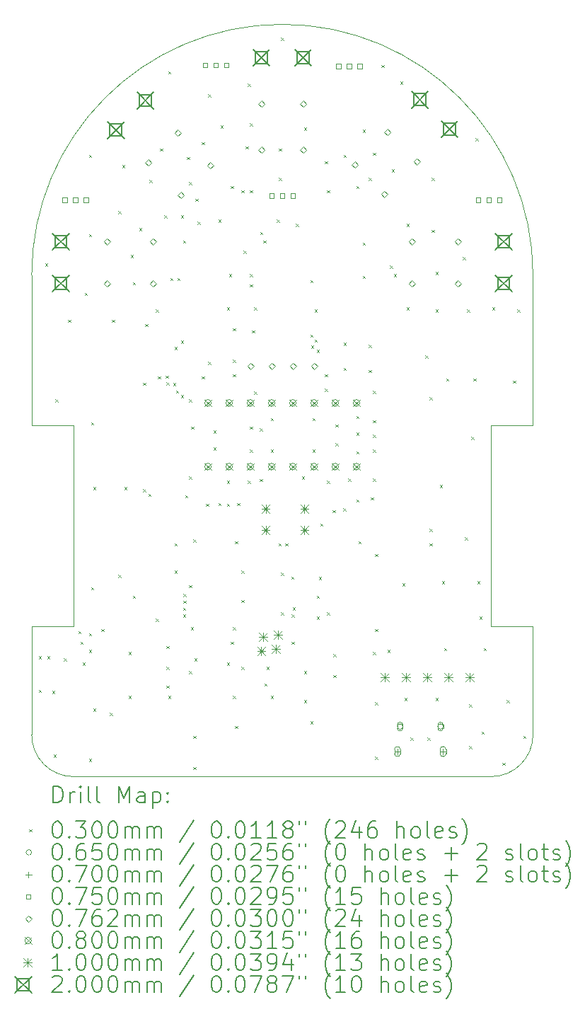
<source format=gbr>
%TF.GenerationSoftware,KiCad,Pcbnew,8.0.6-8.0.6-0~ubuntu24.04.1*%
%TF.CreationDate,2024-10-30T09:28:42+01:00*%
%TF.ProjectId,micromouse_pcb,6d696372-6f6d-46f7-9573-655f7063622e,rev?*%
%TF.SameCoordinates,Original*%
%TF.FileFunction,Drillmap*%
%TF.FilePolarity,Positive*%
%FSLAX45Y45*%
G04 Gerber Fmt 4.5, Leading zero omitted, Abs format (unit mm)*
G04 Created by KiCad (PCBNEW 8.0.6-8.0.6-0~ubuntu24.04.1) date 2024-10-30 09:28:42*
%MOMM*%
%LPD*%
G01*
G04 APERTURE LIST*
%ADD10C,0.050000*%
%ADD11C,0.200000*%
%ADD12C,0.100000*%
G04 APERTURE END LIST*
D10*
X12500000Y-15000000D02*
X17500000Y-15000000D01*
X17500000Y-13200000D02*
X17500000Y-10800000D01*
X12000000Y-14500000D02*
X12000000Y-13200000D01*
X17500000Y-10800000D02*
X18000000Y-10800000D01*
X12000000Y-9000000D02*
G75*
G02*
X18000000Y-9000000I3000000J0D01*
G01*
X12500000Y-10800000D02*
X12000000Y-10800000D01*
X12000000Y-13200000D02*
X12500000Y-13200000D01*
X12500000Y-13200000D02*
X12500000Y-10800000D01*
X18000000Y-10800000D02*
X18000000Y-9000000D01*
X18000000Y-14500000D02*
X18000000Y-13200000D01*
X12500000Y-15000000D02*
G75*
G02*
X12000000Y-14500000I0J500000D01*
G01*
X12000000Y-10800000D02*
X12000000Y-9000000D01*
X18000000Y-14500000D02*
G75*
G02*
X17500000Y-15000000I-500000J0D01*
G01*
X18000000Y-13200000D02*
X17500000Y-13200000D01*
D11*
D12*
X12085000Y-13560000D02*
X12115000Y-13590000D01*
X12115000Y-13560000D02*
X12085000Y-13590000D01*
X12085000Y-13960000D02*
X12115000Y-13990000D01*
X12115000Y-13960000D02*
X12085000Y-13990000D01*
X12160000Y-8860000D02*
X12190000Y-8890000D01*
X12190000Y-8860000D02*
X12160000Y-8890000D01*
X12185000Y-13560000D02*
X12215000Y-13590000D01*
X12215000Y-13560000D02*
X12185000Y-13590000D01*
X12245000Y-13975000D02*
X12275000Y-14005000D01*
X12275000Y-13975000D02*
X12245000Y-14005000D01*
X12260000Y-14735000D02*
X12290000Y-14765000D01*
X12290000Y-14735000D02*
X12260000Y-14765000D01*
X12285000Y-10485000D02*
X12315000Y-10515000D01*
X12315000Y-10485000D02*
X12285000Y-10515000D01*
X12385000Y-13585000D02*
X12415000Y-13615000D01*
X12415000Y-13585000D02*
X12385000Y-13615000D01*
X12435000Y-9535000D02*
X12465000Y-9565000D01*
X12465000Y-9535000D02*
X12435000Y-9565000D01*
X12560000Y-13260000D02*
X12590000Y-13290000D01*
X12590000Y-13260000D02*
X12560000Y-13290000D01*
X12585000Y-13385000D02*
X12615000Y-13415000D01*
X12615000Y-13385000D02*
X12585000Y-13415000D01*
X12610000Y-13635000D02*
X12640000Y-13665000D01*
X12640000Y-13635000D02*
X12610000Y-13665000D01*
X12635000Y-9210000D02*
X12665000Y-9240000D01*
X12665000Y-9210000D02*
X12635000Y-9240000D01*
X12685000Y-7560000D02*
X12715000Y-7590000D01*
X12715000Y-7560000D02*
X12685000Y-7590000D01*
X12685000Y-8510000D02*
X12715000Y-8540000D01*
X12715000Y-8510000D02*
X12685000Y-8540000D01*
X12685000Y-13285000D02*
X12715000Y-13315000D01*
X12715000Y-13285000D02*
X12685000Y-13315000D01*
X12685000Y-13485000D02*
X12715000Y-13515000D01*
X12715000Y-13485000D02*
X12685000Y-13515000D01*
X12685000Y-14785000D02*
X12715000Y-14815000D01*
X12715000Y-14785000D02*
X12685000Y-14815000D01*
X12710000Y-10760000D02*
X12740000Y-10790000D01*
X12740000Y-10760000D02*
X12710000Y-10790000D01*
X12710000Y-12735000D02*
X12740000Y-12765000D01*
X12740000Y-12735000D02*
X12710000Y-12765000D01*
X12735000Y-11535000D02*
X12765000Y-11565000D01*
X12765000Y-11535000D02*
X12735000Y-11565000D01*
X12735000Y-14185000D02*
X12765000Y-14215000D01*
X12765000Y-14185000D02*
X12735000Y-14215000D01*
X12835000Y-13235000D02*
X12865000Y-13265000D01*
X12865000Y-13235000D02*
X12835000Y-13265000D01*
X12934000Y-14235000D02*
X12964000Y-14265000D01*
X12964000Y-14235000D02*
X12934000Y-14265000D01*
X12960000Y-9535000D02*
X12990000Y-9565000D01*
X12990000Y-9535000D02*
X12960000Y-9565000D01*
X13035000Y-8235000D02*
X13065000Y-8265000D01*
X13065000Y-8235000D02*
X13035000Y-8265000D01*
X13035000Y-12585000D02*
X13065000Y-12615000D01*
X13065000Y-12585000D02*
X13035000Y-12615000D01*
X13085000Y-7685000D02*
X13115000Y-7715000D01*
X13115000Y-7685000D02*
X13085000Y-7715000D01*
X13110000Y-11535000D02*
X13140000Y-11565000D01*
X13140000Y-11535000D02*
X13110000Y-11565000D01*
X13160000Y-13510000D02*
X13190000Y-13540000D01*
X13190000Y-13510000D02*
X13160000Y-13540000D01*
X13160000Y-14035000D02*
X13190000Y-14065000D01*
X13190000Y-14035000D02*
X13160000Y-14065000D01*
X13185000Y-8760000D02*
X13215000Y-8790000D01*
X13215000Y-8760000D02*
X13185000Y-8790000D01*
X13210000Y-9085000D02*
X13240000Y-9115000D01*
X13240000Y-9085000D02*
X13210000Y-9115000D01*
X13210000Y-12835000D02*
X13240000Y-12865000D01*
X13240000Y-12835000D02*
X13210000Y-12865000D01*
X13285000Y-8435000D02*
X13315000Y-8465000D01*
X13315000Y-8435000D02*
X13285000Y-8465000D01*
X13335000Y-10285000D02*
X13365000Y-10315000D01*
X13365000Y-10285000D02*
X13335000Y-10315000D01*
X13335000Y-11560000D02*
X13365000Y-11590000D01*
X13365000Y-11560000D02*
X13335000Y-11590000D01*
X13360000Y-9585000D02*
X13390000Y-9615000D01*
X13390000Y-9585000D02*
X13360000Y-9615000D01*
X13395000Y-11616569D02*
X13425000Y-11646569D01*
X13425000Y-11616569D02*
X13395000Y-11646569D01*
X13410000Y-7860000D02*
X13440000Y-7890000D01*
X13440000Y-7860000D02*
X13410000Y-7890000D01*
X13485000Y-9410000D02*
X13515000Y-9440000D01*
X13515000Y-9410000D02*
X13485000Y-9440000D01*
X13485000Y-13110000D02*
X13515000Y-13140000D01*
X13515000Y-13110000D02*
X13485000Y-13140000D01*
X13510000Y-10210000D02*
X13540000Y-10240000D01*
X13540000Y-10210000D02*
X13510000Y-10240000D01*
X13535000Y-7485000D02*
X13565000Y-7515000D01*
X13565000Y-7485000D02*
X13535000Y-7515000D01*
X13585000Y-8285000D02*
X13615000Y-8315000D01*
X13615000Y-8285000D02*
X13585000Y-8315000D01*
X13602426Y-10202427D02*
X13632426Y-10232427D01*
X13632426Y-10202427D02*
X13602426Y-10232427D01*
X13610000Y-13435000D02*
X13640000Y-13465000D01*
X13640000Y-13435000D02*
X13610000Y-13465000D01*
X13610000Y-13685000D02*
X13640000Y-13715000D01*
X13640000Y-13685000D02*
X13610000Y-13715000D01*
X13610000Y-13910000D02*
X13640000Y-13940000D01*
X13640000Y-13910000D02*
X13610000Y-13940000D01*
X13612445Y-10281797D02*
X13642445Y-10311797D01*
X13642445Y-10281797D02*
X13612445Y-10311797D01*
X13635000Y-6560000D02*
X13665000Y-6590000D01*
X13665000Y-6560000D02*
X13635000Y-6590000D01*
X13635000Y-14035000D02*
X13665000Y-14065000D01*
X13665000Y-14035000D02*
X13635000Y-14065000D01*
X13660000Y-9035000D02*
X13690000Y-9065000D01*
X13690000Y-9035000D02*
X13660000Y-9065000D01*
X13692008Y-10290145D02*
X13722008Y-10320145D01*
X13722008Y-10290145D02*
X13692008Y-10320145D01*
X13710000Y-9860000D02*
X13740000Y-9890000D01*
X13740000Y-9860000D02*
X13710000Y-9890000D01*
X13710000Y-12210000D02*
X13740000Y-12240000D01*
X13740000Y-12210000D02*
X13710000Y-12240000D01*
X13710000Y-12535000D02*
X13740000Y-12565000D01*
X13740000Y-12535000D02*
X13710000Y-12565000D01*
X13728431Y-10378431D02*
X13758431Y-10408431D01*
X13758431Y-10378431D02*
X13728431Y-10408431D01*
X13742427Y-9032574D02*
X13772427Y-9062574D01*
X13772427Y-9032574D02*
X13742427Y-9062574D01*
X13785000Y-8285000D02*
X13815000Y-8315000D01*
X13815000Y-8285000D02*
X13785000Y-8315000D01*
X13785000Y-9785000D02*
X13815000Y-9815000D01*
X13815000Y-9785000D02*
X13785000Y-9815000D01*
X13785000Y-10435000D02*
X13815000Y-10465000D01*
X13815000Y-10435000D02*
X13785000Y-10465000D01*
X13810000Y-8585000D02*
X13840000Y-8615000D01*
X13840000Y-8585000D02*
X13810000Y-8615000D01*
X13810000Y-13060000D02*
X13840000Y-13090000D01*
X13840000Y-13060000D02*
X13810000Y-13090000D01*
X13812426Y-12977573D02*
X13842426Y-13007573D01*
X13842426Y-12977573D02*
X13812426Y-13007573D01*
X13813640Y-12893934D02*
X13843640Y-12923934D01*
X13843640Y-12893934D02*
X13813640Y-12923934D01*
X13815251Y-12813950D02*
X13845251Y-12843950D01*
X13845251Y-12813950D02*
X13815251Y-12843950D01*
X13835000Y-11635000D02*
X13865000Y-11665000D01*
X13865000Y-11635000D02*
X13835000Y-11665000D01*
X13860000Y-7585000D02*
X13890000Y-7615000D01*
X13890000Y-7585000D02*
X13860000Y-7615000D01*
X13885000Y-7885000D02*
X13915000Y-7915000D01*
X13915000Y-7885000D02*
X13885000Y-7915000D01*
X13885000Y-10485000D02*
X13915000Y-10515000D01*
X13915000Y-10485000D02*
X13885000Y-10515000D01*
X13885000Y-11410000D02*
X13915000Y-11440000D01*
X13915000Y-11410000D02*
X13885000Y-11440000D01*
X13885000Y-12710000D02*
X13915000Y-12740000D01*
X13915000Y-12710000D02*
X13885000Y-12740000D01*
X13885000Y-13735000D02*
X13915000Y-13765000D01*
X13915000Y-13735000D02*
X13885000Y-13765000D01*
X13905711Y-13214289D02*
X13935711Y-13244289D01*
X13935711Y-13214289D02*
X13905711Y-13244289D01*
X13910000Y-10810000D02*
X13940000Y-10840000D01*
X13940000Y-10810000D02*
X13910000Y-10840000D01*
X13935000Y-12160000D02*
X13965000Y-12190000D01*
X13965000Y-12160000D02*
X13935000Y-12190000D01*
X13935000Y-14510000D02*
X13965000Y-14540000D01*
X13965000Y-14510000D02*
X13935000Y-14540000D01*
X13935000Y-14885000D02*
X13965000Y-14915000D01*
X13965000Y-14885000D02*
X13935000Y-14915000D01*
X13945000Y-13585000D02*
X13975000Y-13615000D01*
X13975000Y-13585000D02*
X13945000Y-13615000D01*
X13960000Y-8085000D02*
X13990000Y-8115000D01*
X13990000Y-8085000D02*
X13960000Y-8115000D01*
X13985000Y-8360000D02*
X14015000Y-8390000D01*
X14015000Y-8360000D02*
X13985000Y-8390000D01*
X14035000Y-7410000D02*
X14065000Y-7440000D01*
X14065000Y-7410000D02*
X14035000Y-7440000D01*
X14035000Y-10210000D02*
X14065000Y-10240000D01*
X14065000Y-10210000D02*
X14035000Y-10240000D01*
X14085000Y-11735000D02*
X14115000Y-11765000D01*
X14115000Y-11735000D02*
X14085000Y-11765000D01*
X14110000Y-6835000D02*
X14140000Y-6865000D01*
X14140000Y-6835000D02*
X14110000Y-6865000D01*
X14110000Y-10035000D02*
X14140000Y-10065000D01*
X14140000Y-10035000D02*
X14110000Y-10065000D01*
X14175000Y-10860000D02*
X14205000Y-10890000D01*
X14205000Y-10860000D02*
X14175000Y-10890000D01*
X14175000Y-11060000D02*
X14205000Y-11090000D01*
X14205000Y-11060000D02*
X14175000Y-11090000D01*
X14235000Y-8335000D02*
X14265000Y-8365000D01*
X14265000Y-8335000D02*
X14235000Y-8365000D01*
X14235000Y-11726000D02*
X14265000Y-11756000D01*
X14265000Y-11726000D02*
X14235000Y-11756000D01*
X14260000Y-7210000D02*
X14290000Y-7240000D01*
X14290000Y-7210000D02*
X14260000Y-7240000D01*
X14335000Y-9385000D02*
X14365000Y-9415000D01*
X14365000Y-9385000D02*
X14335000Y-9415000D01*
X14335000Y-11460000D02*
X14365000Y-11490000D01*
X14365000Y-11460000D02*
X14335000Y-11490000D01*
X14335000Y-11735000D02*
X14365000Y-11765000D01*
X14365000Y-11735000D02*
X14335000Y-11765000D01*
X14335000Y-13635000D02*
X14365000Y-13665000D01*
X14365000Y-13635000D02*
X14335000Y-13665000D01*
X14360000Y-8985000D02*
X14390000Y-9015000D01*
X14390000Y-8985000D02*
X14360000Y-9015000D01*
X14385000Y-7935000D02*
X14415000Y-7965000D01*
X14415000Y-7935000D02*
X14385000Y-7965000D01*
X14385000Y-13385000D02*
X14415000Y-13415000D01*
X14415000Y-13385000D02*
X14385000Y-13415000D01*
X14410000Y-9635000D02*
X14440000Y-9665000D01*
X14440000Y-9635000D02*
X14410000Y-9665000D01*
X14410000Y-10010000D02*
X14440000Y-10040000D01*
X14440000Y-10010000D02*
X14410000Y-10040000D01*
X14410000Y-10185000D02*
X14440000Y-10215000D01*
X14440000Y-10185000D02*
X14410000Y-10215000D01*
X14410000Y-13210000D02*
X14440000Y-13240000D01*
X14440000Y-13210000D02*
X14410000Y-13240000D01*
X14410000Y-14035000D02*
X14440000Y-14065000D01*
X14440000Y-14035000D02*
X14410000Y-14065000D01*
X14435000Y-12185000D02*
X14465000Y-12215000D01*
X14465000Y-12185000D02*
X14435000Y-12215000D01*
X14435000Y-14395000D02*
X14465000Y-14425000D01*
X14465000Y-14395000D02*
X14435000Y-14425000D01*
X14460000Y-11726000D02*
X14490000Y-11756000D01*
X14490000Y-11726000D02*
X14460000Y-11756000D01*
X14510000Y-7985000D02*
X14540000Y-8015000D01*
X14540000Y-7985000D02*
X14510000Y-8015000D01*
X14510000Y-12535000D02*
X14540000Y-12565000D01*
X14540000Y-12535000D02*
X14510000Y-12565000D01*
X14510000Y-12885000D02*
X14540000Y-12915000D01*
X14540000Y-12885000D02*
X14510000Y-12915000D01*
X14510000Y-13685000D02*
X14540000Y-13715000D01*
X14540000Y-13685000D02*
X14510000Y-13715000D01*
X14535000Y-8710000D02*
X14565000Y-8740000D01*
X14565000Y-8710000D02*
X14535000Y-8740000D01*
X14560000Y-7460000D02*
X14590000Y-7490000D01*
X14590000Y-7460000D02*
X14560000Y-7490000D01*
X14585000Y-6710000D02*
X14615000Y-6740000D01*
X14615000Y-6710000D02*
X14585000Y-6740000D01*
X14585000Y-11460000D02*
X14615000Y-11490000D01*
X14615000Y-11460000D02*
X14585000Y-11490000D01*
X14610000Y-7185000D02*
X14640000Y-7215000D01*
X14640000Y-7185000D02*
X14610000Y-7215000D01*
X14610000Y-7985000D02*
X14640000Y-8015000D01*
X14640000Y-7985000D02*
X14610000Y-8015000D01*
X14610000Y-8985000D02*
X14640000Y-9015000D01*
X14640000Y-8985000D02*
X14610000Y-9015000D01*
X14610000Y-9110000D02*
X14640000Y-9140000D01*
X14640000Y-9110000D02*
X14610000Y-9140000D01*
X14610000Y-10810000D02*
X14640000Y-10840000D01*
X14640000Y-10810000D02*
X14610000Y-10840000D01*
X14610000Y-11085000D02*
X14640000Y-11115000D01*
X14640000Y-11085000D02*
X14610000Y-11115000D01*
X14635000Y-9660000D02*
X14665000Y-9690000D01*
X14665000Y-9660000D02*
X14635000Y-9690000D01*
X14660000Y-9385000D02*
X14690000Y-9415000D01*
X14690000Y-9385000D02*
X14660000Y-9415000D01*
X14660000Y-10395000D02*
X14690000Y-10425000D01*
X14690000Y-10395000D02*
X14660000Y-10425000D01*
X14731967Y-10835000D02*
X14761967Y-10865000D01*
X14761967Y-10835000D02*
X14731967Y-10865000D01*
X14731967Y-11438033D02*
X14761967Y-11468033D01*
X14761967Y-11438033D02*
X14731967Y-11468033D01*
X14735000Y-8485000D02*
X14765000Y-8515000D01*
X14765000Y-8485000D02*
X14735000Y-8515000D01*
X14770000Y-8585000D02*
X14800000Y-8615000D01*
X14800000Y-8585000D02*
X14770000Y-8615000D01*
X14785000Y-13885000D02*
X14815000Y-13915000D01*
X14815000Y-13885000D02*
X14785000Y-13915000D01*
X14810000Y-13685000D02*
X14840000Y-13715000D01*
X14840000Y-13685000D02*
X14810000Y-13715000D01*
X14860000Y-10710000D02*
X14890000Y-10740000D01*
X14890000Y-10710000D02*
X14860000Y-10740000D01*
X14860000Y-11085000D02*
X14890000Y-11115000D01*
X14890000Y-11085000D02*
X14860000Y-11115000D01*
X14860000Y-14035000D02*
X14890000Y-14065000D01*
X14890000Y-14035000D02*
X14860000Y-14065000D01*
X14935000Y-8335000D02*
X14965000Y-8365000D01*
X14965000Y-8335000D02*
X14935000Y-8365000D01*
X14955000Y-12210000D02*
X14985000Y-12240000D01*
X14985000Y-12210000D02*
X14955000Y-12240000D01*
X14960000Y-7485000D02*
X14990000Y-7515000D01*
X14990000Y-7485000D02*
X14960000Y-7515000D01*
X14960000Y-7835000D02*
X14990000Y-7865000D01*
X14990000Y-7835000D02*
X14960000Y-7865000D01*
X14985000Y-6160000D02*
X15015000Y-6190000D01*
X15015000Y-6160000D02*
X14985000Y-6190000D01*
X14985000Y-12560000D02*
X15015000Y-12590000D01*
X15015000Y-12560000D02*
X14985000Y-12590000D01*
X14985000Y-13035000D02*
X15015000Y-13065000D01*
X15015000Y-13035000D02*
X14985000Y-13065000D01*
X15035000Y-12210000D02*
X15065000Y-12240000D01*
X15065000Y-12210000D02*
X15035000Y-12240000D01*
X15108358Y-12608358D02*
X15138358Y-12638358D01*
X15138358Y-12608358D02*
X15108358Y-12638358D01*
X15110000Y-13060000D02*
X15140000Y-13090000D01*
X15140000Y-13060000D02*
X15110000Y-13090000D01*
X15110000Y-13385000D02*
X15140000Y-13415000D01*
X15140000Y-13385000D02*
X15110000Y-13415000D01*
X15125000Y-12977010D02*
X15155000Y-13007010D01*
X15155000Y-12977010D02*
X15125000Y-13007010D01*
X15160000Y-8385000D02*
X15190000Y-8415000D01*
X15190000Y-8385000D02*
X15160000Y-8415000D01*
X15235000Y-11410000D02*
X15265000Y-11440000D01*
X15265000Y-11410000D02*
X15235000Y-11440000D01*
X15260000Y-7235000D02*
X15290000Y-7265000D01*
X15290000Y-7235000D02*
X15260000Y-7265000D01*
X15260000Y-13735000D02*
X15290000Y-13765000D01*
X15290000Y-13735000D02*
X15260000Y-13765000D01*
X15260000Y-14085000D02*
X15290000Y-14115000D01*
X15290000Y-14085000D02*
X15260000Y-14115000D01*
X15335000Y-9060000D02*
X15365000Y-9090000D01*
X15365000Y-9060000D02*
X15335000Y-9090000D01*
X15335000Y-9710000D02*
X15365000Y-9740000D01*
X15365000Y-9710000D02*
X15335000Y-9740000D01*
X15335000Y-14337000D02*
X15365000Y-14367000D01*
X15365000Y-14337000D02*
X15335000Y-14367000D01*
X15345485Y-9840936D02*
X15375485Y-9870936D01*
X15375485Y-9840936D02*
X15345485Y-9870936D01*
X15360000Y-10710000D02*
X15390000Y-10740000D01*
X15390000Y-10710000D02*
X15360000Y-10740000D01*
X15360000Y-11085000D02*
X15390000Y-11115000D01*
X15390000Y-11085000D02*
X15360000Y-11115000D01*
X15385000Y-9410000D02*
X15415000Y-9440000D01*
X15415000Y-9410000D02*
X15385000Y-9440000D01*
X15386215Y-9771458D02*
X15416215Y-9801458D01*
X15416215Y-9771458D02*
X15386215Y-9801458D01*
X15410000Y-9891458D02*
X15440000Y-9921458D01*
X15440000Y-9891458D02*
X15410000Y-9921458D01*
X15410000Y-12835000D02*
X15440000Y-12865000D01*
X15440000Y-12835000D02*
X15410000Y-12865000D01*
X15410000Y-13085000D02*
X15440000Y-13115000D01*
X15440000Y-13085000D02*
X15410000Y-13115000D01*
X15435000Y-12610000D02*
X15465000Y-12640000D01*
X15465000Y-12610000D02*
X15435000Y-12640000D01*
X15455000Y-11970019D02*
X15485000Y-12000019D01*
X15485000Y-11970019D02*
X15455000Y-12000019D01*
X15510000Y-7635000D02*
X15540000Y-7665000D01*
X15540000Y-7635000D02*
X15510000Y-7665000D01*
X15510000Y-10185000D02*
X15540000Y-10215000D01*
X15540000Y-10185000D02*
X15510000Y-10215000D01*
X15510000Y-10360000D02*
X15540000Y-10390000D01*
X15540000Y-10360000D02*
X15510000Y-10390000D01*
X15535000Y-7985000D02*
X15565000Y-8015000D01*
X15565000Y-7985000D02*
X15535000Y-8015000D01*
X15535000Y-11460000D02*
X15565000Y-11490000D01*
X15565000Y-11460000D02*
X15535000Y-11490000D01*
X15535000Y-13035000D02*
X15565000Y-13065000D01*
X15565000Y-13035000D02*
X15535000Y-13065000D01*
X15600000Y-11810000D02*
X15630000Y-11840000D01*
X15630000Y-11810000D02*
X15600000Y-11840000D01*
X15610000Y-13535000D02*
X15640000Y-13565000D01*
X15640000Y-13535000D02*
X15610000Y-13565000D01*
X15610000Y-13785000D02*
X15640000Y-13815000D01*
X15640000Y-13785000D02*
X15610000Y-13815000D01*
X15635000Y-10785000D02*
X15665000Y-10815000D01*
X15665000Y-10785000D02*
X15635000Y-10815000D01*
X15635000Y-11010000D02*
X15665000Y-11040000D01*
X15665000Y-11010000D02*
X15635000Y-11040000D01*
X15728500Y-11791500D02*
X15758500Y-11821500D01*
X15758500Y-11791500D02*
X15728500Y-11821500D01*
X15735000Y-7560000D02*
X15765000Y-7590000D01*
X15765000Y-7560000D02*
X15735000Y-7590000D01*
X15735000Y-9810000D02*
X15765000Y-9840000D01*
X15765000Y-9810000D02*
X15735000Y-9840000D01*
X15735000Y-10110000D02*
X15765000Y-10140000D01*
X15765000Y-10110000D02*
X15735000Y-10140000D01*
X15788500Y-11435000D02*
X15818500Y-11465000D01*
X15818500Y-11435000D02*
X15788500Y-11465000D01*
X15885000Y-7935000D02*
X15915000Y-7965000D01*
X15915000Y-7935000D02*
X15885000Y-7965000D01*
X15885000Y-10685000D02*
X15915000Y-10715000D01*
X15915000Y-10685000D02*
X15885000Y-10715000D01*
X15885000Y-10885000D02*
X15915000Y-10915000D01*
X15915000Y-10885000D02*
X15885000Y-10915000D01*
X15885000Y-11110000D02*
X15915000Y-11140000D01*
X15915000Y-11110000D02*
X15885000Y-11140000D01*
X15885000Y-11685000D02*
X15915000Y-11715000D01*
X15915000Y-11685000D02*
X15885000Y-11715000D01*
X15910000Y-12185000D02*
X15940000Y-12215000D01*
X15940000Y-12185000D02*
X15910000Y-12215000D01*
X15960000Y-7260000D02*
X15990000Y-7290000D01*
X15990000Y-7260000D02*
X15960000Y-7290000D01*
X15960000Y-8610000D02*
X15990000Y-8640000D01*
X15990000Y-8610000D02*
X15960000Y-8640000D01*
X15960000Y-9010000D02*
X15990000Y-9040000D01*
X15990000Y-9010000D02*
X15960000Y-9040000D01*
X16035000Y-7835000D02*
X16065000Y-7865000D01*
X16065000Y-7835000D02*
X16035000Y-7865000D01*
X16035000Y-9835000D02*
X16065000Y-9865000D01*
X16065000Y-9835000D02*
X16035000Y-9865000D01*
X16035000Y-10135000D02*
X16065000Y-10165000D01*
X16065000Y-10135000D02*
X16035000Y-10165000D01*
X16060000Y-11660000D02*
X16090000Y-11690000D01*
X16090000Y-11660000D02*
X16060000Y-11690000D01*
X16085000Y-7535000D02*
X16115000Y-7565000D01*
X16115000Y-7535000D02*
X16085000Y-7565000D01*
X16085000Y-10385000D02*
X16115000Y-10415000D01*
X16115000Y-10385000D02*
X16085000Y-10415000D01*
X16085000Y-10735000D02*
X16115000Y-10765000D01*
X16115000Y-10735000D02*
X16085000Y-10765000D01*
X16085000Y-10910000D02*
X16115000Y-10940000D01*
X16115000Y-10910000D02*
X16085000Y-10940000D01*
X16085000Y-11085000D02*
X16115000Y-11115000D01*
X16115000Y-11085000D02*
X16085000Y-11115000D01*
X16085000Y-11435000D02*
X16115000Y-11465000D01*
X16115000Y-11435000D02*
X16085000Y-11465000D01*
X16085000Y-13510000D02*
X16115000Y-13540000D01*
X16115000Y-13510000D02*
X16085000Y-13540000D01*
X16110000Y-12335000D02*
X16140000Y-12365000D01*
X16140000Y-12335000D02*
X16110000Y-12365000D01*
X16110000Y-13235000D02*
X16140000Y-13265000D01*
X16140000Y-13235000D02*
X16110000Y-13265000D01*
X16110000Y-14110000D02*
X16140000Y-14140000D01*
X16140000Y-14110000D02*
X16110000Y-14140000D01*
X16110000Y-14760000D02*
X16140000Y-14790000D01*
X16140000Y-14760000D02*
X16110000Y-14790000D01*
X16185000Y-6485000D02*
X16215000Y-6515000D01*
X16215000Y-6485000D02*
X16185000Y-6515000D01*
X16260000Y-13485000D02*
X16290000Y-13515000D01*
X16290000Y-13485000D02*
X16260000Y-13515000D01*
X16285933Y-8885551D02*
X16315933Y-8915551D01*
X16315933Y-8885551D02*
X16285933Y-8915551D01*
X16310000Y-7735000D02*
X16340000Y-7765000D01*
X16340000Y-7735000D02*
X16310000Y-7765000D01*
X16335000Y-8985000D02*
X16365000Y-9015000D01*
X16365000Y-8985000D02*
X16335000Y-9015000D01*
X16410000Y-6685000D02*
X16440000Y-6715000D01*
X16440000Y-6685000D02*
X16410000Y-6715000D01*
X16435000Y-12685000D02*
X16465000Y-12715000D01*
X16465000Y-12685000D02*
X16435000Y-12715000D01*
X16460000Y-14060000D02*
X16490000Y-14090000D01*
X16490000Y-14060000D02*
X16460000Y-14090000D01*
X16485000Y-8385000D02*
X16515000Y-8415000D01*
X16515000Y-8385000D02*
X16485000Y-8415000D01*
X16485000Y-9385000D02*
X16515000Y-9415000D01*
X16515000Y-9385000D02*
X16485000Y-9415000D01*
X16535000Y-14535000D02*
X16565000Y-14565000D01*
X16565000Y-14535000D02*
X16535000Y-14565000D01*
X16710000Y-9960000D02*
X16740000Y-9990000D01*
X16740000Y-9960000D02*
X16710000Y-9990000D01*
X16735000Y-14535000D02*
X16765000Y-14565000D01*
X16765000Y-14535000D02*
X16735000Y-14565000D01*
X16760000Y-10460000D02*
X16790000Y-10490000D01*
X16790000Y-10460000D02*
X16760000Y-10490000D01*
X16760000Y-12035000D02*
X16790000Y-12065000D01*
X16790000Y-12035000D02*
X16760000Y-12065000D01*
X16760000Y-12210000D02*
X16790000Y-12240000D01*
X16790000Y-12210000D02*
X16760000Y-12240000D01*
X16785000Y-7835000D02*
X16815000Y-7865000D01*
X16815000Y-7835000D02*
X16785000Y-7865000D01*
X16785000Y-8460000D02*
X16815000Y-8490000D01*
X16815000Y-8460000D02*
X16785000Y-8490000D01*
X16835000Y-8960000D02*
X16865000Y-8990000D01*
X16865000Y-8960000D02*
X16835000Y-8990000D01*
X16835000Y-9410000D02*
X16865000Y-9440000D01*
X16865000Y-9410000D02*
X16835000Y-9440000D01*
X16835000Y-14060000D02*
X16865000Y-14090000D01*
X16865000Y-14060000D02*
X16835000Y-14090000D01*
X16885000Y-11510000D02*
X16915000Y-11540000D01*
X16915000Y-11510000D02*
X16885000Y-11540000D01*
X16910000Y-12660000D02*
X16940000Y-12690000D01*
X16940000Y-12660000D02*
X16910000Y-12690000D01*
X16935000Y-13460000D02*
X16965000Y-13490000D01*
X16965000Y-13460000D02*
X16935000Y-13490000D01*
X16960000Y-10235000D02*
X16990000Y-10265000D01*
X16990000Y-10235000D02*
X16960000Y-10265000D01*
X17160000Y-8785000D02*
X17190000Y-8815000D01*
X17190000Y-8785000D02*
X17160000Y-8815000D01*
X17185000Y-12135000D02*
X17215000Y-12165000D01*
X17215000Y-12135000D02*
X17185000Y-12165000D01*
X17210000Y-9410000D02*
X17240000Y-9440000D01*
X17240000Y-9410000D02*
X17210000Y-9440000D01*
X17235000Y-14135000D02*
X17265000Y-14165000D01*
X17265000Y-14135000D02*
X17235000Y-14165000D01*
X17235000Y-14635000D02*
X17265000Y-14665000D01*
X17265000Y-14635000D02*
X17235000Y-14665000D01*
X17260000Y-10935000D02*
X17290000Y-10965000D01*
X17290000Y-10935000D02*
X17260000Y-10965000D01*
X17285000Y-10235000D02*
X17315000Y-10265000D01*
X17315000Y-10235000D02*
X17285000Y-10265000D01*
X17310000Y-7360000D02*
X17340000Y-7390000D01*
X17340000Y-7360000D02*
X17310000Y-7390000D01*
X17335000Y-12660000D02*
X17365000Y-12690000D01*
X17365000Y-12660000D02*
X17335000Y-12690000D01*
X17360000Y-13085000D02*
X17390000Y-13115000D01*
X17390000Y-13085000D02*
X17360000Y-13115000D01*
X17385000Y-14460000D02*
X17415000Y-14490000D01*
X17415000Y-14460000D02*
X17385000Y-14490000D01*
X17410000Y-13460000D02*
X17440000Y-13490000D01*
X17440000Y-13460000D02*
X17410000Y-13490000D01*
X17510000Y-9385000D02*
X17540000Y-9415000D01*
X17540000Y-9385000D02*
X17510000Y-9415000D01*
X17635000Y-14835000D02*
X17665000Y-14865000D01*
X17665000Y-14835000D02*
X17635000Y-14865000D01*
X17685000Y-14085000D02*
X17715000Y-14115000D01*
X17715000Y-14085000D02*
X17685000Y-14115000D01*
X17760000Y-10260000D02*
X17790000Y-10290000D01*
X17790000Y-10260000D02*
X17760000Y-10290000D01*
X17810000Y-9410000D02*
X17840000Y-9440000D01*
X17840000Y-9410000D02*
X17810000Y-9440000D01*
X17885000Y-14510000D02*
X17915000Y-14540000D01*
X17915000Y-14510000D02*
X17885000Y-14540000D01*
X16441500Y-14400500D02*
G75*
G02*
X16376500Y-14400500I-32500J0D01*
G01*
X16376500Y-14400500D02*
G75*
G02*
X16441500Y-14400500I32500J0D01*
G01*
X16441500Y-14420500D02*
X16441500Y-14380500D01*
X16376500Y-14380500D02*
G75*
G02*
X16441500Y-14380500I32500J0D01*
G01*
X16376500Y-14380500D02*
X16376500Y-14420500D01*
X16376500Y-14420500D02*
G75*
G03*
X16441500Y-14420500I32500J0D01*
G01*
X16925500Y-14400500D02*
G75*
G02*
X16860500Y-14400500I-32500J0D01*
G01*
X16860500Y-14400500D02*
G75*
G02*
X16925500Y-14400500I32500J0D01*
G01*
X16925500Y-14420500D02*
X16925500Y-14380500D01*
X16860500Y-14380500D02*
G75*
G02*
X16925500Y-14380500I32500J0D01*
G01*
X16860500Y-14380500D02*
X16860500Y-14420500D01*
X16860500Y-14420500D02*
G75*
G03*
X16925500Y-14420500I32500J0D01*
G01*
X16378000Y-14665500D02*
X16378000Y-14735500D01*
X16343000Y-14700500D02*
X16413000Y-14700500D01*
X16413000Y-14725500D02*
X16413000Y-14675500D01*
X16343000Y-14675500D02*
G75*
G02*
X16413000Y-14675500I35000J0D01*
G01*
X16343000Y-14675500D02*
X16343000Y-14725500D01*
X16343000Y-14725500D02*
G75*
G03*
X16413000Y-14725500I35000J0D01*
G01*
X16924000Y-14665500D02*
X16924000Y-14735500D01*
X16889000Y-14700500D02*
X16959000Y-14700500D01*
X16959000Y-14725500D02*
X16959000Y-14675500D01*
X16889000Y-14675500D02*
G75*
G02*
X16959000Y-14675500I35000J0D01*
G01*
X16889000Y-14675500D02*
X16889000Y-14725500D01*
X16889000Y-14725500D02*
G75*
G03*
X16959000Y-14725500I35000J0D01*
G01*
X12422517Y-8126517D02*
X12422517Y-8073483D01*
X12369483Y-8073483D01*
X12369483Y-8126517D01*
X12422517Y-8126517D01*
X12549517Y-8126517D02*
X12549517Y-8073483D01*
X12496483Y-8073483D01*
X12496483Y-8126517D01*
X12549517Y-8126517D01*
X12676517Y-8126517D02*
X12676517Y-8073483D01*
X12623483Y-8073483D01*
X12623483Y-8126517D01*
X12676517Y-8126517D01*
X14099517Y-6512517D02*
X14099517Y-6459483D01*
X14046483Y-6459483D01*
X14046483Y-6512517D01*
X14099517Y-6512517D01*
X14226517Y-6512517D02*
X14226517Y-6459483D01*
X14173483Y-6459483D01*
X14173483Y-6512517D01*
X14226517Y-6512517D01*
X14353517Y-6512517D02*
X14353517Y-6459483D01*
X14300483Y-6459483D01*
X14300483Y-6512517D01*
X14353517Y-6512517D01*
X14899517Y-8076517D02*
X14899517Y-8023483D01*
X14846483Y-8023483D01*
X14846483Y-8076517D01*
X14899517Y-8076517D01*
X15026517Y-8076517D02*
X15026517Y-8023483D01*
X14973483Y-8023483D01*
X14973483Y-8076517D01*
X15026517Y-8076517D01*
X15153517Y-8076517D02*
X15153517Y-8023483D01*
X15100483Y-8023483D01*
X15100483Y-8076517D01*
X15153517Y-8076517D01*
X15699517Y-6526517D02*
X15699517Y-6473483D01*
X15646483Y-6473483D01*
X15646483Y-6526517D01*
X15699517Y-6526517D01*
X15826517Y-6526517D02*
X15826517Y-6473483D01*
X15773483Y-6473483D01*
X15773483Y-6526517D01*
X15826517Y-6526517D01*
X15953517Y-6526517D02*
X15953517Y-6473483D01*
X15900483Y-6473483D01*
X15900483Y-6526517D01*
X15953517Y-6526517D01*
X17372517Y-8126517D02*
X17372517Y-8073483D01*
X17319483Y-8073483D01*
X17319483Y-8126517D01*
X17372517Y-8126517D01*
X17499517Y-8126517D02*
X17499517Y-8073483D01*
X17446483Y-8073483D01*
X17446483Y-8126517D01*
X17499517Y-8126517D01*
X17626517Y-8126517D02*
X17626517Y-8073483D01*
X17573483Y-8073483D01*
X17573483Y-8126517D01*
X17626517Y-8126517D01*
X12900000Y-8638100D02*
X12938100Y-8600000D01*
X12900000Y-8561900D01*
X12861900Y-8600000D01*
X12900000Y-8638100D01*
X12900000Y-9138100D02*
X12938100Y-9100000D01*
X12900000Y-9061900D01*
X12861900Y-9100000D01*
X12900000Y-9138100D01*
X13396447Y-7691653D02*
X13434547Y-7653553D01*
X13396447Y-7615453D01*
X13358347Y-7653553D01*
X13396447Y-7691653D01*
X13450000Y-8638100D02*
X13488100Y-8600000D01*
X13450000Y-8561900D01*
X13411900Y-8600000D01*
X13450000Y-8638100D01*
X13450000Y-9138100D02*
X13488100Y-9100000D01*
X13450000Y-9061900D01*
X13411900Y-9100000D01*
X13450000Y-9138100D01*
X13750000Y-7338100D02*
X13788100Y-7300000D01*
X13750000Y-7261900D01*
X13711900Y-7300000D01*
X13750000Y-7338100D01*
X13785355Y-8080562D02*
X13823455Y-8042462D01*
X13785355Y-8004362D01*
X13747255Y-8042462D01*
X13785355Y-8080562D01*
X14138909Y-7727009D02*
X14177009Y-7688909D01*
X14138909Y-7650809D01*
X14100809Y-7688909D01*
X14138909Y-7727009D01*
X14622000Y-10125600D02*
X14660100Y-10087500D01*
X14622000Y-10049400D01*
X14583900Y-10087500D01*
X14622000Y-10125600D01*
X14750000Y-6988100D02*
X14788100Y-6950000D01*
X14750000Y-6911900D01*
X14711900Y-6950000D01*
X14750000Y-6988100D01*
X14750000Y-7538100D02*
X14788100Y-7500000D01*
X14750000Y-7461900D01*
X14711900Y-7500000D01*
X14750000Y-7538100D01*
X14876000Y-10125600D02*
X14914100Y-10087500D01*
X14876000Y-10049400D01*
X14837900Y-10087500D01*
X14876000Y-10125600D01*
X15130000Y-10125600D02*
X15168100Y-10087500D01*
X15130000Y-10049400D01*
X15091900Y-10087500D01*
X15130000Y-10125600D01*
X15250000Y-6988100D02*
X15288100Y-6950000D01*
X15250000Y-6911900D01*
X15211900Y-6950000D01*
X15250000Y-6988100D01*
X15250000Y-7538100D02*
X15288100Y-7500000D01*
X15250000Y-7461900D01*
X15211900Y-7500000D01*
X15250000Y-7538100D01*
X15384000Y-10125600D02*
X15422100Y-10087500D01*
X15384000Y-10049400D01*
X15345900Y-10087500D01*
X15384000Y-10125600D01*
X15868629Y-7715917D02*
X15906729Y-7677817D01*
X15868629Y-7639717D01*
X15830529Y-7677817D01*
X15868629Y-7715917D01*
X16222182Y-8069471D02*
X16260282Y-8031371D01*
X16222182Y-7993271D01*
X16184082Y-8031371D01*
X16222182Y-8069471D01*
X16257538Y-7327009D02*
X16295638Y-7288909D01*
X16257538Y-7250809D01*
X16219438Y-7288909D01*
X16257538Y-7327009D01*
X16550000Y-8638100D02*
X16588100Y-8600000D01*
X16550000Y-8561900D01*
X16511900Y-8600000D01*
X16550000Y-8638100D01*
X16550000Y-9138100D02*
X16588100Y-9100000D01*
X16550000Y-9061900D01*
X16511900Y-9100000D01*
X16550000Y-9138100D01*
X16611091Y-7680562D02*
X16649191Y-7642462D01*
X16611091Y-7604362D01*
X16572991Y-7642462D01*
X16611091Y-7680562D01*
X17100000Y-8638100D02*
X17138100Y-8600000D01*
X17100000Y-8561900D01*
X17061900Y-8600000D01*
X17100000Y-8638100D01*
X17100000Y-9138100D02*
X17138100Y-9100000D01*
X17100000Y-9061900D01*
X17061900Y-9100000D01*
X17100000Y-9138100D01*
X14069500Y-10490000D02*
X14149500Y-10570000D01*
X14149500Y-10490000D02*
X14069500Y-10570000D01*
X14149500Y-10530000D02*
G75*
G02*
X14069500Y-10530000I-40000J0D01*
G01*
X14069500Y-10530000D02*
G75*
G02*
X14149500Y-10530000I40000J0D01*
G01*
X14069500Y-11252000D02*
X14149500Y-11332000D01*
X14149500Y-11252000D02*
X14069500Y-11332000D01*
X14149500Y-11292000D02*
G75*
G02*
X14069500Y-11292000I-40000J0D01*
G01*
X14069500Y-11292000D02*
G75*
G02*
X14149500Y-11292000I40000J0D01*
G01*
X14323500Y-10490000D02*
X14403500Y-10570000D01*
X14403500Y-10490000D02*
X14323500Y-10570000D01*
X14403500Y-10530000D02*
G75*
G02*
X14323500Y-10530000I-40000J0D01*
G01*
X14323500Y-10530000D02*
G75*
G02*
X14403500Y-10530000I40000J0D01*
G01*
X14323500Y-11252000D02*
X14403500Y-11332000D01*
X14403500Y-11252000D02*
X14323500Y-11332000D01*
X14403500Y-11292000D02*
G75*
G02*
X14323500Y-11292000I-40000J0D01*
G01*
X14323500Y-11292000D02*
G75*
G02*
X14403500Y-11292000I40000J0D01*
G01*
X14577500Y-10490000D02*
X14657500Y-10570000D01*
X14657500Y-10490000D02*
X14577500Y-10570000D01*
X14657500Y-10530000D02*
G75*
G02*
X14577500Y-10530000I-40000J0D01*
G01*
X14577500Y-10530000D02*
G75*
G02*
X14657500Y-10530000I40000J0D01*
G01*
X14577500Y-11252000D02*
X14657500Y-11332000D01*
X14657500Y-11252000D02*
X14577500Y-11332000D01*
X14657500Y-11292000D02*
G75*
G02*
X14577500Y-11292000I-40000J0D01*
G01*
X14577500Y-11292000D02*
G75*
G02*
X14657500Y-11292000I40000J0D01*
G01*
X14831500Y-10490000D02*
X14911500Y-10570000D01*
X14911500Y-10490000D02*
X14831500Y-10570000D01*
X14911500Y-10530000D02*
G75*
G02*
X14831500Y-10530000I-40000J0D01*
G01*
X14831500Y-10530000D02*
G75*
G02*
X14911500Y-10530000I40000J0D01*
G01*
X14831500Y-11252000D02*
X14911500Y-11332000D01*
X14911500Y-11252000D02*
X14831500Y-11332000D01*
X14911500Y-11292000D02*
G75*
G02*
X14831500Y-11292000I-40000J0D01*
G01*
X14831500Y-11292000D02*
G75*
G02*
X14911500Y-11292000I40000J0D01*
G01*
X15085500Y-10490000D02*
X15165500Y-10570000D01*
X15165500Y-10490000D02*
X15085500Y-10570000D01*
X15165500Y-10530000D02*
G75*
G02*
X15085500Y-10530000I-40000J0D01*
G01*
X15085500Y-10530000D02*
G75*
G02*
X15165500Y-10530000I40000J0D01*
G01*
X15085500Y-11252000D02*
X15165500Y-11332000D01*
X15165500Y-11252000D02*
X15085500Y-11332000D01*
X15165500Y-11292000D02*
G75*
G02*
X15085500Y-11292000I-40000J0D01*
G01*
X15085500Y-11292000D02*
G75*
G02*
X15165500Y-11292000I40000J0D01*
G01*
X15339500Y-10490000D02*
X15419500Y-10570000D01*
X15419500Y-10490000D02*
X15339500Y-10570000D01*
X15419500Y-10530000D02*
G75*
G02*
X15339500Y-10530000I-40000J0D01*
G01*
X15339500Y-10530000D02*
G75*
G02*
X15419500Y-10530000I40000J0D01*
G01*
X15339500Y-11252000D02*
X15419500Y-11332000D01*
X15419500Y-11252000D02*
X15339500Y-11332000D01*
X15419500Y-11292000D02*
G75*
G02*
X15339500Y-11292000I-40000J0D01*
G01*
X15339500Y-11292000D02*
G75*
G02*
X15419500Y-11292000I40000J0D01*
G01*
X15593500Y-10490000D02*
X15673500Y-10570000D01*
X15673500Y-10490000D02*
X15593500Y-10570000D01*
X15673500Y-10530000D02*
G75*
G02*
X15593500Y-10530000I-40000J0D01*
G01*
X15593500Y-10530000D02*
G75*
G02*
X15673500Y-10530000I40000J0D01*
G01*
X15593500Y-11252000D02*
X15673500Y-11332000D01*
X15673500Y-11252000D02*
X15593500Y-11332000D01*
X15673500Y-11292000D02*
G75*
G02*
X15593500Y-11292000I-40000J0D01*
G01*
X15593500Y-11292000D02*
G75*
G02*
X15673500Y-11292000I40000J0D01*
G01*
X15847500Y-10490000D02*
X15927500Y-10570000D01*
X15927500Y-10490000D02*
X15847500Y-10570000D01*
X15927500Y-10530000D02*
G75*
G02*
X15847500Y-10530000I-40000J0D01*
G01*
X15847500Y-10530000D02*
G75*
G02*
X15927500Y-10530000I40000J0D01*
G01*
X15847500Y-11252000D02*
X15927500Y-11332000D01*
X15927500Y-11252000D02*
X15847500Y-11332000D01*
X15927500Y-11292000D02*
G75*
G02*
X15847500Y-11292000I-40000J0D01*
G01*
X15847500Y-11292000D02*
G75*
G02*
X15927500Y-11292000I40000J0D01*
G01*
X14698500Y-13451000D02*
X14798500Y-13551000D01*
X14798500Y-13451000D02*
X14698500Y-13551000D01*
X14748500Y-13451000D02*
X14748500Y-13551000D01*
X14698500Y-13501000D02*
X14798500Y-13501000D01*
X14723500Y-13276000D02*
X14823500Y-13376000D01*
X14823500Y-13276000D02*
X14723500Y-13376000D01*
X14773500Y-13276000D02*
X14773500Y-13376000D01*
X14723500Y-13326000D02*
X14823500Y-13326000D01*
X14750000Y-11746000D02*
X14850000Y-11846000D01*
X14850000Y-11746000D02*
X14750000Y-11846000D01*
X14800000Y-11746000D02*
X14800000Y-11846000D01*
X14750000Y-11796000D02*
X14850000Y-11796000D01*
X14750000Y-12000000D02*
X14850000Y-12100000D01*
X14850000Y-12000000D02*
X14750000Y-12100000D01*
X14800000Y-12000000D02*
X14800000Y-12100000D01*
X14750000Y-12050000D02*
X14850000Y-12050000D01*
X14873500Y-13426000D02*
X14973500Y-13526000D01*
X14973500Y-13426000D02*
X14873500Y-13526000D01*
X14923500Y-13426000D02*
X14923500Y-13526000D01*
X14873500Y-13476000D02*
X14973500Y-13476000D01*
X14898500Y-13251000D02*
X14998500Y-13351000D01*
X14998500Y-13251000D02*
X14898500Y-13351000D01*
X14948500Y-13251000D02*
X14948500Y-13351000D01*
X14898500Y-13301000D02*
X14998500Y-13301000D01*
X15215000Y-11746000D02*
X15315000Y-11846000D01*
X15315000Y-11746000D02*
X15215000Y-11846000D01*
X15265000Y-11746000D02*
X15265000Y-11846000D01*
X15215000Y-11796000D02*
X15315000Y-11796000D01*
X15215000Y-12000000D02*
X15315000Y-12100000D01*
X15315000Y-12000000D02*
X15215000Y-12100000D01*
X15265000Y-12000000D02*
X15265000Y-12100000D01*
X15215000Y-12050000D02*
X15315000Y-12050000D01*
X16177500Y-13760000D02*
X16277500Y-13860000D01*
X16277500Y-13760000D02*
X16177500Y-13860000D01*
X16227500Y-13760000D02*
X16227500Y-13860000D01*
X16177500Y-13810000D02*
X16277500Y-13810000D01*
X16431500Y-13760000D02*
X16531500Y-13860000D01*
X16531500Y-13760000D02*
X16431500Y-13860000D01*
X16481500Y-13760000D02*
X16481500Y-13860000D01*
X16431500Y-13810000D02*
X16531500Y-13810000D01*
X16685500Y-13760000D02*
X16785500Y-13860000D01*
X16785500Y-13760000D02*
X16685500Y-13860000D01*
X16735500Y-13760000D02*
X16735500Y-13860000D01*
X16685500Y-13810000D02*
X16785500Y-13810000D01*
X16939500Y-13760000D02*
X17039500Y-13860000D01*
X17039500Y-13760000D02*
X16939500Y-13860000D01*
X16989500Y-13760000D02*
X16989500Y-13860000D01*
X16939500Y-13810000D02*
X17039500Y-13810000D01*
X17193500Y-13760000D02*
X17293500Y-13860000D01*
X17293500Y-13760000D02*
X17193500Y-13860000D01*
X17243500Y-13760000D02*
X17243500Y-13860000D01*
X17193500Y-13810000D02*
X17293500Y-13810000D01*
D11*
X12250000Y-8500000D02*
X12450000Y-8700000D01*
X12450000Y-8500000D02*
X12250000Y-8700000D01*
X12420711Y-8670711D02*
X12420711Y-8529289D01*
X12279289Y-8529289D01*
X12279289Y-8670711D01*
X12420711Y-8670711D01*
X12250000Y-9000000D02*
X12450000Y-9200000D01*
X12450000Y-9000000D02*
X12250000Y-9200000D01*
X12420711Y-9170711D02*
X12420711Y-9029289D01*
X12279289Y-9029289D01*
X12279289Y-9170711D01*
X12420711Y-9170711D01*
X12907538Y-7164645D02*
X13107538Y-7364645D01*
X13107538Y-7164645D02*
X12907538Y-7364645D01*
X13078249Y-7335356D02*
X13078249Y-7193933D01*
X12936826Y-7193933D01*
X12936826Y-7335356D01*
X13078249Y-7335356D01*
X13261091Y-6811091D02*
X13461091Y-7011091D01*
X13461091Y-6811091D02*
X13261091Y-7011091D01*
X13431803Y-6981803D02*
X13431803Y-6840380D01*
X13290380Y-6840380D01*
X13290380Y-6981803D01*
X13431803Y-6981803D01*
X14650000Y-6300000D02*
X14850000Y-6500000D01*
X14850000Y-6300000D02*
X14650000Y-6500000D01*
X14820711Y-6470711D02*
X14820711Y-6329289D01*
X14679289Y-6329289D01*
X14679289Y-6470711D01*
X14820711Y-6470711D01*
X15150000Y-6300000D02*
X15350000Y-6500000D01*
X15350000Y-6300000D02*
X15150000Y-6500000D01*
X15320711Y-6470711D02*
X15320711Y-6329289D01*
X15179289Y-6329289D01*
X15179289Y-6470711D01*
X15320711Y-6470711D01*
X16546447Y-6800000D02*
X16746447Y-7000000D01*
X16746447Y-6800000D02*
X16546447Y-7000000D01*
X16717158Y-6970711D02*
X16717158Y-6829289D01*
X16575735Y-6829289D01*
X16575735Y-6970711D01*
X16717158Y-6970711D01*
X16900000Y-7153553D02*
X17100000Y-7353553D01*
X17100000Y-7153553D02*
X16900000Y-7353553D01*
X17070711Y-7324265D02*
X17070711Y-7182842D01*
X16929289Y-7182842D01*
X16929289Y-7324265D01*
X17070711Y-7324265D01*
X17550000Y-8500000D02*
X17750000Y-8700000D01*
X17750000Y-8500000D02*
X17550000Y-8700000D01*
X17720711Y-8670711D02*
X17720711Y-8529289D01*
X17579289Y-8529289D01*
X17579289Y-8670711D01*
X17720711Y-8670711D01*
X17550000Y-9000000D02*
X17750000Y-9200000D01*
X17750000Y-9000000D02*
X17550000Y-9200000D01*
X17720711Y-9170711D02*
X17720711Y-9029289D01*
X17579289Y-9029289D01*
X17579289Y-9170711D01*
X17720711Y-9170711D01*
X12258277Y-15313984D02*
X12258277Y-15113984D01*
X12258277Y-15113984D02*
X12305896Y-15113984D01*
X12305896Y-15113984D02*
X12334467Y-15123508D01*
X12334467Y-15123508D02*
X12353515Y-15142555D01*
X12353515Y-15142555D02*
X12363039Y-15161603D01*
X12363039Y-15161603D02*
X12372562Y-15199698D01*
X12372562Y-15199698D02*
X12372562Y-15228269D01*
X12372562Y-15228269D02*
X12363039Y-15266365D01*
X12363039Y-15266365D02*
X12353515Y-15285412D01*
X12353515Y-15285412D02*
X12334467Y-15304460D01*
X12334467Y-15304460D02*
X12305896Y-15313984D01*
X12305896Y-15313984D02*
X12258277Y-15313984D01*
X12458277Y-15313984D02*
X12458277Y-15180650D01*
X12458277Y-15218746D02*
X12467801Y-15199698D01*
X12467801Y-15199698D02*
X12477324Y-15190174D01*
X12477324Y-15190174D02*
X12496372Y-15180650D01*
X12496372Y-15180650D02*
X12515420Y-15180650D01*
X12582086Y-15313984D02*
X12582086Y-15180650D01*
X12582086Y-15113984D02*
X12572562Y-15123508D01*
X12572562Y-15123508D02*
X12582086Y-15133031D01*
X12582086Y-15133031D02*
X12591610Y-15123508D01*
X12591610Y-15123508D02*
X12582086Y-15113984D01*
X12582086Y-15113984D02*
X12582086Y-15133031D01*
X12705896Y-15313984D02*
X12686848Y-15304460D01*
X12686848Y-15304460D02*
X12677324Y-15285412D01*
X12677324Y-15285412D02*
X12677324Y-15113984D01*
X12810658Y-15313984D02*
X12791610Y-15304460D01*
X12791610Y-15304460D02*
X12782086Y-15285412D01*
X12782086Y-15285412D02*
X12782086Y-15113984D01*
X13039229Y-15313984D02*
X13039229Y-15113984D01*
X13039229Y-15113984D02*
X13105896Y-15256841D01*
X13105896Y-15256841D02*
X13172562Y-15113984D01*
X13172562Y-15113984D02*
X13172562Y-15313984D01*
X13353515Y-15313984D02*
X13353515Y-15209222D01*
X13353515Y-15209222D02*
X13343991Y-15190174D01*
X13343991Y-15190174D02*
X13324943Y-15180650D01*
X13324943Y-15180650D02*
X13286848Y-15180650D01*
X13286848Y-15180650D02*
X13267801Y-15190174D01*
X13353515Y-15304460D02*
X13334467Y-15313984D01*
X13334467Y-15313984D02*
X13286848Y-15313984D01*
X13286848Y-15313984D02*
X13267801Y-15304460D01*
X13267801Y-15304460D02*
X13258277Y-15285412D01*
X13258277Y-15285412D02*
X13258277Y-15266365D01*
X13258277Y-15266365D02*
X13267801Y-15247317D01*
X13267801Y-15247317D02*
X13286848Y-15237793D01*
X13286848Y-15237793D02*
X13334467Y-15237793D01*
X13334467Y-15237793D02*
X13353515Y-15228269D01*
X13448753Y-15180650D02*
X13448753Y-15380650D01*
X13448753Y-15190174D02*
X13467801Y-15180650D01*
X13467801Y-15180650D02*
X13505896Y-15180650D01*
X13505896Y-15180650D02*
X13524943Y-15190174D01*
X13524943Y-15190174D02*
X13534467Y-15199698D01*
X13534467Y-15199698D02*
X13543991Y-15218746D01*
X13543991Y-15218746D02*
X13543991Y-15275888D01*
X13543991Y-15275888D02*
X13534467Y-15294936D01*
X13534467Y-15294936D02*
X13524943Y-15304460D01*
X13524943Y-15304460D02*
X13505896Y-15313984D01*
X13505896Y-15313984D02*
X13467801Y-15313984D01*
X13467801Y-15313984D02*
X13448753Y-15304460D01*
X13629705Y-15294936D02*
X13639229Y-15304460D01*
X13639229Y-15304460D02*
X13629705Y-15313984D01*
X13629705Y-15313984D02*
X13620182Y-15304460D01*
X13620182Y-15304460D02*
X13629705Y-15294936D01*
X13629705Y-15294936D02*
X13629705Y-15313984D01*
X13629705Y-15190174D02*
X13639229Y-15199698D01*
X13639229Y-15199698D02*
X13629705Y-15209222D01*
X13629705Y-15209222D02*
X13620182Y-15199698D01*
X13620182Y-15199698D02*
X13629705Y-15190174D01*
X13629705Y-15190174D02*
X13629705Y-15209222D01*
D12*
X11967500Y-15627500D02*
X11997500Y-15657500D01*
X11997500Y-15627500D02*
X11967500Y-15657500D01*
D11*
X12296372Y-15533984D02*
X12315420Y-15533984D01*
X12315420Y-15533984D02*
X12334467Y-15543508D01*
X12334467Y-15543508D02*
X12343991Y-15553031D01*
X12343991Y-15553031D02*
X12353515Y-15572079D01*
X12353515Y-15572079D02*
X12363039Y-15610174D01*
X12363039Y-15610174D02*
X12363039Y-15657793D01*
X12363039Y-15657793D02*
X12353515Y-15695888D01*
X12353515Y-15695888D02*
X12343991Y-15714936D01*
X12343991Y-15714936D02*
X12334467Y-15724460D01*
X12334467Y-15724460D02*
X12315420Y-15733984D01*
X12315420Y-15733984D02*
X12296372Y-15733984D01*
X12296372Y-15733984D02*
X12277324Y-15724460D01*
X12277324Y-15724460D02*
X12267801Y-15714936D01*
X12267801Y-15714936D02*
X12258277Y-15695888D01*
X12258277Y-15695888D02*
X12248753Y-15657793D01*
X12248753Y-15657793D02*
X12248753Y-15610174D01*
X12248753Y-15610174D02*
X12258277Y-15572079D01*
X12258277Y-15572079D02*
X12267801Y-15553031D01*
X12267801Y-15553031D02*
X12277324Y-15543508D01*
X12277324Y-15543508D02*
X12296372Y-15533984D01*
X12448753Y-15714936D02*
X12458277Y-15724460D01*
X12458277Y-15724460D02*
X12448753Y-15733984D01*
X12448753Y-15733984D02*
X12439229Y-15724460D01*
X12439229Y-15724460D02*
X12448753Y-15714936D01*
X12448753Y-15714936D02*
X12448753Y-15733984D01*
X12524943Y-15533984D02*
X12648753Y-15533984D01*
X12648753Y-15533984D02*
X12582086Y-15610174D01*
X12582086Y-15610174D02*
X12610658Y-15610174D01*
X12610658Y-15610174D02*
X12629705Y-15619698D01*
X12629705Y-15619698D02*
X12639229Y-15629222D01*
X12639229Y-15629222D02*
X12648753Y-15648269D01*
X12648753Y-15648269D02*
X12648753Y-15695888D01*
X12648753Y-15695888D02*
X12639229Y-15714936D01*
X12639229Y-15714936D02*
X12629705Y-15724460D01*
X12629705Y-15724460D02*
X12610658Y-15733984D01*
X12610658Y-15733984D02*
X12553515Y-15733984D01*
X12553515Y-15733984D02*
X12534467Y-15724460D01*
X12534467Y-15724460D02*
X12524943Y-15714936D01*
X12772562Y-15533984D02*
X12791610Y-15533984D01*
X12791610Y-15533984D02*
X12810658Y-15543508D01*
X12810658Y-15543508D02*
X12820182Y-15553031D01*
X12820182Y-15553031D02*
X12829705Y-15572079D01*
X12829705Y-15572079D02*
X12839229Y-15610174D01*
X12839229Y-15610174D02*
X12839229Y-15657793D01*
X12839229Y-15657793D02*
X12829705Y-15695888D01*
X12829705Y-15695888D02*
X12820182Y-15714936D01*
X12820182Y-15714936D02*
X12810658Y-15724460D01*
X12810658Y-15724460D02*
X12791610Y-15733984D01*
X12791610Y-15733984D02*
X12772562Y-15733984D01*
X12772562Y-15733984D02*
X12753515Y-15724460D01*
X12753515Y-15724460D02*
X12743991Y-15714936D01*
X12743991Y-15714936D02*
X12734467Y-15695888D01*
X12734467Y-15695888D02*
X12724943Y-15657793D01*
X12724943Y-15657793D02*
X12724943Y-15610174D01*
X12724943Y-15610174D02*
X12734467Y-15572079D01*
X12734467Y-15572079D02*
X12743991Y-15553031D01*
X12743991Y-15553031D02*
X12753515Y-15543508D01*
X12753515Y-15543508D02*
X12772562Y-15533984D01*
X12963039Y-15533984D02*
X12982086Y-15533984D01*
X12982086Y-15533984D02*
X13001134Y-15543508D01*
X13001134Y-15543508D02*
X13010658Y-15553031D01*
X13010658Y-15553031D02*
X13020182Y-15572079D01*
X13020182Y-15572079D02*
X13029705Y-15610174D01*
X13029705Y-15610174D02*
X13029705Y-15657793D01*
X13029705Y-15657793D02*
X13020182Y-15695888D01*
X13020182Y-15695888D02*
X13010658Y-15714936D01*
X13010658Y-15714936D02*
X13001134Y-15724460D01*
X13001134Y-15724460D02*
X12982086Y-15733984D01*
X12982086Y-15733984D02*
X12963039Y-15733984D01*
X12963039Y-15733984D02*
X12943991Y-15724460D01*
X12943991Y-15724460D02*
X12934467Y-15714936D01*
X12934467Y-15714936D02*
X12924943Y-15695888D01*
X12924943Y-15695888D02*
X12915420Y-15657793D01*
X12915420Y-15657793D02*
X12915420Y-15610174D01*
X12915420Y-15610174D02*
X12924943Y-15572079D01*
X12924943Y-15572079D02*
X12934467Y-15553031D01*
X12934467Y-15553031D02*
X12943991Y-15543508D01*
X12943991Y-15543508D02*
X12963039Y-15533984D01*
X13115420Y-15733984D02*
X13115420Y-15600650D01*
X13115420Y-15619698D02*
X13124943Y-15610174D01*
X13124943Y-15610174D02*
X13143991Y-15600650D01*
X13143991Y-15600650D02*
X13172563Y-15600650D01*
X13172563Y-15600650D02*
X13191610Y-15610174D01*
X13191610Y-15610174D02*
X13201134Y-15629222D01*
X13201134Y-15629222D02*
X13201134Y-15733984D01*
X13201134Y-15629222D02*
X13210658Y-15610174D01*
X13210658Y-15610174D02*
X13229705Y-15600650D01*
X13229705Y-15600650D02*
X13258277Y-15600650D01*
X13258277Y-15600650D02*
X13277324Y-15610174D01*
X13277324Y-15610174D02*
X13286848Y-15629222D01*
X13286848Y-15629222D02*
X13286848Y-15733984D01*
X13382086Y-15733984D02*
X13382086Y-15600650D01*
X13382086Y-15619698D02*
X13391610Y-15610174D01*
X13391610Y-15610174D02*
X13410658Y-15600650D01*
X13410658Y-15600650D02*
X13439229Y-15600650D01*
X13439229Y-15600650D02*
X13458277Y-15610174D01*
X13458277Y-15610174D02*
X13467801Y-15629222D01*
X13467801Y-15629222D02*
X13467801Y-15733984D01*
X13467801Y-15629222D02*
X13477324Y-15610174D01*
X13477324Y-15610174D02*
X13496372Y-15600650D01*
X13496372Y-15600650D02*
X13524943Y-15600650D01*
X13524943Y-15600650D02*
X13543991Y-15610174D01*
X13543991Y-15610174D02*
X13553515Y-15629222D01*
X13553515Y-15629222D02*
X13553515Y-15733984D01*
X13943991Y-15524460D02*
X13772563Y-15781603D01*
X14201134Y-15533984D02*
X14220182Y-15533984D01*
X14220182Y-15533984D02*
X14239229Y-15543508D01*
X14239229Y-15543508D02*
X14248753Y-15553031D01*
X14248753Y-15553031D02*
X14258277Y-15572079D01*
X14258277Y-15572079D02*
X14267801Y-15610174D01*
X14267801Y-15610174D02*
X14267801Y-15657793D01*
X14267801Y-15657793D02*
X14258277Y-15695888D01*
X14258277Y-15695888D02*
X14248753Y-15714936D01*
X14248753Y-15714936D02*
X14239229Y-15724460D01*
X14239229Y-15724460D02*
X14220182Y-15733984D01*
X14220182Y-15733984D02*
X14201134Y-15733984D01*
X14201134Y-15733984D02*
X14182086Y-15724460D01*
X14182086Y-15724460D02*
X14172563Y-15714936D01*
X14172563Y-15714936D02*
X14163039Y-15695888D01*
X14163039Y-15695888D02*
X14153515Y-15657793D01*
X14153515Y-15657793D02*
X14153515Y-15610174D01*
X14153515Y-15610174D02*
X14163039Y-15572079D01*
X14163039Y-15572079D02*
X14172563Y-15553031D01*
X14172563Y-15553031D02*
X14182086Y-15543508D01*
X14182086Y-15543508D02*
X14201134Y-15533984D01*
X14353515Y-15714936D02*
X14363039Y-15724460D01*
X14363039Y-15724460D02*
X14353515Y-15733984D01*
X14353515Y-15733984D02*
X14343991Y-15724460D01*
X14343991Y-15724460D02*
X14353515Y-15714936D01*
X14353515Y-15714936D02*
X14353515Y-15733984D01*
X14486848Y-15533984D02*
X14505896Y-15533984D01*
X14505896Y-15533984D02*
X14524944Y-15543508D01*
X14524944Y-15543508D02*
X14534467Y-15553031D01*
X14534467Y-15553031D02*
X14543991Y-15572079D01*
X14543991Y-15572079D02*
X14553515Y-15610174D01*
X14553515Y-15610174D02*
X14553515Y-15657793D01*
X14553515Y-15657793D02*
X14543991Y-15695888D01*
X14543991Y-15695888D02*
X14534467Y-15714936D01*
X14534467Y-15714936D02*
X14524944Y-15724460D01*
X14524944Y-15724460D02*
X14505896Y-15733984D01*
X14505896Y-15733984D02*
X14486848Y-15733984D01*
X14486848Y-15733984D02*
X14467801Y-15724460D01*
X14467801Y-15724460D02*
X14458277Y-15714936D01*
X14458277Y-15714936D02*
X14448753Y-15695888D01*
X14448753Y-15695888D02*
X14439229Y-15657793D01*
X14439229Y-15657793D02*
X14439229Y-15610174D01*
X14439229Y-15610174D02*
X14448753Y-15572079D01*
X14448753Y-15572079D02*
X14458277Y-15553031D01*
X14458277Y-15553031D02*
X14467801Y-15543508D01*
X14467801Y-15543508D02*
X14486848Y-15533984D01*
X14743991Y-15733984D02*
X14629706Y-15733984D01*
X14686848Y-15733984D02*
X14686848Y-15533984D01*
X14686848Y-15533984D02*
X14667801Y-15562555D01*
X14667801Y-15562555D02*
X14648753Y-15581603D01*
X14648753Y-15581603D02*
X14629706Y-15591127D01*
X14934467Y-15733984D02*
X14820182Y-15733984D01*
X14877325Y-15733984D02*
X14877325Y-15533984D01*
X14877325Y-15533984D02*
X14858277Y-15562555D01*
X14858277Y-15562555D02*
X14839229Y-15581603D01*
X14839229Y-15581603D02*
X14820182Y-15591127D01*
X15048753Y-15619698D02*
X15029706Y-15610174D01*
X15029706Y-15610174D02*
X15020182Y-15600650D01*
X15020182Y-15600650D02*
X15010658Y-15581603D01*
X15010658Y-15581603D02*
X15010658Y-15572079D01*
X15010658Y-15572079D02*
X15020182Y-15553031D01*
X15020182Y-15553031D02*
X15029706Y-15543508D01*
X15029706Y-15543508D02*
X15048753Y-15533984D01*
X15048753Y-15533984D02*
X15086848Y-15533984D01*
X15086848Y-15533984D02*
X15105896Y-15543508D01*
X15105896Y-15543508D02*
X15115420Y-15553031D01*
X15115420Y-15553031D02*
X15124944Y-15572079D01*
X15124944Y-15572079D02*
X15124944Y-15581603D01*
X15124944Y-15581603D02*
X15115420Y-15600650D01*
X15115420Y-15600650D02*
X15105896Y-15610174D01*
X15105896Y-15610174D02*
X15086848Y-15619698D01*
X15086848Y-15619698D02*
X15048753Y-15619698D01*
X15048753Y-15619698D02*
X15029706Y-15629222D01*
X15029706Y-15629222D02*
X15020182Y-15638746D01*
X15020182Y-15638746D02*
X15010658Y-15657793D01*
X15010658Y-15657793D02*
X15010658Y-15695888D01*
X15010658Y-15695888D02*
X15020182Y-15714936D01*
X15020182Y-15714936D02*
X15029706Y-15724460D01*
X15029706Y-15724460D02*
X15048753Y-15733984D01*
X15048753Y-15733984D02*
X15086848Y-15733984D01*
X15086848Y-15733984D02*
X15105896Y-15724460D01*
X15105896Y-15724460D02*
X15115420Y-15714936D01*
X15115420Y-15714936D02*
X15124944Y-15695888D01*
X15124944Y-15695888D02*
X15124944Y-15657793D01*
X15124944Y-15657793D02*
X15115420Y-15638746D01*
X15115420Y-15638746D02*
X15105896Y-15629222D01*
X15105896Y-15629222D02*
X15086848Y-15619698D01*
X15201134Y-15533984D02*
X15201134Y-15572079D01*
X15277325Y-15533984D02*
X15277325Y-15572079D01*
X15572563Y-15810174D02*
X15563039Y-15800650D01*
X15563039Y-15800650D02*
X15543991Y-15772079D01*
X15543991Y-15772079D02*
X15534468Y-15753031D01*
X15534468Y-15753031D02*
X15524944Y-15724460D01*
X15524944Y-15724460D02*
X15515420Y-15676841D01*
X15515420Y-15676841D02*
X15515420Y-15638746D01*
X15515420Y-15638746D02*
X15524944Y-15591127D01*
X15524944Y-15591127D02*
X15534468Y-15562555D01*
X15534468Y-15562555D02*
X15543991Y-15543508D01*
X15543991Y-15543508D02*
X15563039Y-15514936D01*
X15563039Y-15514936D02*
X15572563Y-15505412D01*
X15639229Y-15553031D02*
X15648753Y-15543508D01*
X15648753Y-15543508D02*
X15667801Y-15533984D01*
X15667801Y-15533984D02*
X15715420Y-15533984D01*
X15715420Y-15533984D02*
X15734468Y-15543508D01*
X15734468Y-15543508D02*
X15743991Y-15553031D01*
X15743991Y-15553031D02*
X15753515Y-15572079D01*
X15753515Y-15572079D02*
X15753515Y-15591127D01*
X15753515Y-15591127D02*
X15743991Y-15619698D01*
X15743991Y-15619698D02*
X15629706Y-15733984D01*
X15629706Y-15733984D02*
X15753515Y-15733984D01*
X15924944Y-15600650D02*
X15924944Y-15733984D01*
X15877325Y-15524460D02*
X15829706Y-15667317D01*
X15829706Y-15667317D02*
X15953515Y-15667317D01*
X16115420Y-15533984D02*
X16077325Y-15533984D01*
X16077325Y-15533984D02*
X16058277Y-15543508D01*
X16058277Y-15543508D02*
X16048753Y-15553031D01*
X16048753Y-15553031D02*
X16029706Y-15581603D01*
X16029706Y-15581603D02*
X16020182Y-15619698D01*
X16020182Y-15619698D02*
X16020182Y-15695888D01*
X16020182Y-15695888D02*
X16029706Y-15714936D01*
X16029706Y-15714936D02*
X16039229Y-15724460D01*
X16039229Y-15724460D02*
X16058277Y-15733984D01*
X16058277Y-15733984D02*
X16096372Y-15733984D01*
X16096372Y-15733984D02*
X16115420Y-15724460D01*
X16115420Y-15724460D02*
X16124944Y-15714936D01*
X16124944Y-15714936D02*
X16134468Y-15695888D01*
X16134468Y-15695888D02*
X16134468Y-15648269D01*
X16134468Y-15648269D02*
X16124944Y-15629222D01*
X16124944Y-15629222D02*
X16115420Y-15619698D01*
X16115420Y-15619698D02*
X16096372Y-15610174D01*
X16096372Y-15610174D02*
X16058277Y-15610174D01*
X16058277Y-15610174D02*
X16039229Y-15619698D01*
X16039229Y-15619698D02*
X16029706Y-15629222D01*
X16029706Y-15629222D02*
X16020182Y-15648269D01*
X16372563Y-15733984D02*
X16372563Y-15533984D01*
X16458277Y-15733984D02*
X16458277Y-15629222D01*
X16458277Y-15629222D02*
X16448753Y-15610174D01*
X16448753Y-15610174D02*
X16429706Y-15600650D01*
X16429706Y-15600650D02*
X16401134Y-15600650D01*
X16401134Y-15600650D02*
X16382087Y-15610174D01*
X16382087Y-15610174D02*
X16372563Y-15619698D01*
X16582087Y-15733984D02*
X16563039Y-15724460D01*
X16563039Y-15724460D02*
X16553515Y-15714936D01*
X16553515Y-15714936D02*
X16543991Y-15695888D01*
X16543991Y-15695888D02*
X16543991Y-15638746D01*
X16543991Y-15638746D02*
X16553515Y-15619698D01*
X16553515Y-15619698D02*
X16563039Y-15610174D01*
X16563039Y-15610174D02*
X16582087Y-15600650D01*
X16582087Y-15600650D02*
X16610658Y-15600650D01*
X16610658Y-15600650D02*
X16629706Y-15610174D01*
X16629706Y-15610174D02*
X16639230Y-15619698D01*
X16639230Y-15619698D02*
X16648753Y-15638746D01*
X16648753Y-15638746D02*
X16648753Y-15695888D01*
X16648753Y-15695888D02*
X16639230Y-15714936D01*
X16639230Y-15714936D02*
X16629706Y-15724460D01*
X16629706Y-15724460D02*
X16610658Y-15733984D01*
X16610658Y-15733984D02*
X16582087Y-15733984D01*
X16763039Y-15733984D02*
X16743991Y-15724460D01*
X16743991Y-15724460D02*
X16734468Y-15705412D01*
X16734468Y-15705412D02*
X16734468Y-15533984D01*
X16915420Y-15724460D02*
X16896373Y-15733984D01*
X16896373Y-15733984D02*
X16858277Y-15733984D01*
X16858277Y-15733984D02*
X16839230Y-15724460D01*
X16839230Y-15724460D02*
X16829706Y-15705412D01*
X16829706Y-15705412D02*
X16829706Y-15629222D01*
X16829706Y-15629222D02*
X16839230Y-15610174D01*
X16839230Y-15610174D02*
X16858277Y-15600650D01*
X16858277Y-15600650D02*
X16896373Y-15600650D01*
X16896373Y-15600650D02*
X16915420Y-15610174D01*
X16915420Y-15610174D02*
X16924944Y-15629222D01*
X16924944Y-15629222D02*
X16924944Y-15648269D01*
X16924944Y-15648269D02*
X16829706Y-15667317D01*
X17001134Y-15724460D02*
X17020182Y-15733984D01*
X17020182Y-15733984D02*
X17058277Y-15733984D01*
X17058277Y-15733984D02*
X17077325Y-15724460D01*
X17077325Y-15724460D02*
X17086849Y-15705412D01*
X17086849Y-15705412D02*
X17086849Y-15695888D01*
X17086849Y-15695888D02*
X17077325Y-15676841D01*
X17077325Y-15676841D02*
X17058277Y-15667317D01*
X17058277Y-15667317D02*
X17029706Y-15667317D01*
X17029706Y-15667317D02*
X17010658Y-15657793D01*
X17010658Y-15657793D02*
X17001134Y-15638746D01*
X17001134Y-15638746D02*
X17001134Y-15629222D01*
X17001134Y-15629222D02*
X17010658Y-15610174D01*
X17010658Y-15610174D02*
X17029706Y-15600650D01*
X17029706Y-15600650D02*
X17058277Y-15600650D01*
X17058277Y-15600650D02*
X17077325Y-15610174D01*
X17153515Y-15810174D02*
X17163039Y-15800650D01*
X17163039Y-15800650D02*
X17182087Y-15772079D01*
X17182087Y-15772079D02*
X17191611Y-15753031D01*
X17191611Y-15753031D02*
X17201134Y-15724460D01*
X17201134Y-15724460D02*
X17210658Y-15676841D01*
X17210658Y-15676841D02*
X17210658Y-15638746D01*
X17210658Y-15638746D02*
X17201134Y-15591127D01*
X17201134Y-15591127D02*
X17191611Y-15562555D01*
X17191611Y-15562555D02*
X17182087Y-15543508D01*
X17182087Y-15543508D02*
X17163039Y-15514936D01*
X17163039Y-15514936D02*
X17153515Y-15505412D01*
D12*
X11997500Y-15906500D02*
G75*
G02*
X11932500Y-15906500I-32500J0D01*
G01*
X11932500Y-15906500D02*
G75*
G02*
X11997500Y-15906500I32500J0D01*
G01*
D11*
X12296372Y-15797984D02*
X12315420Y-15797984D01*
X12315420Y-15797984D02*
X12334467Y-15807508D01*
X12334467Y-15807508D02*
X12343991Y-15817031D01*
X12343991Y-15817031D02*
X12353515Y-15836079D01*
X12353515Y-15836079D02*
X12363039Y-15874174D01*
X12363039Y-15874174D02*
X12363039Y-15921793D01*
X12363039Y-15921793D02*
X12353515Y-15959888D01*
X12353515Y-15959888D02*
X12343991Y-15978936D01*
X12343991Y-15978936D02*
X12334467Y-15988460D01*
X12334467Y-15988460D02*
X12315420Y-15997984D01*
X12315420Y-15997984D02*
X12296372Y-15997984D01*
X12296372Y-15997984D02*
X12277324Y-15988460D01*
X12277324Y-15988460D02*
X12267801Y-15978936D01*
X12267801Y-15978936D02*
X12258277Y-15959888D01*
X12258277Y-15959888D02*
X12248753Y-15921793D01*
X12248753Y-15921793D02*
X12248753Y-15874174D01*
X12248753Y-15874174D02*
X12258277Y-15836079D01*
X12258277Y-15836079D02*
X12267801Y-15817031D01*
X12267801Y-15817031D02*
X12277324Y-15807508D01*
X12277324Y-15807508D02*
X12296372Y-15797984D01*
X12448753Y-15978936D02*
X12458277Y-15988460D01*
X12458277Y-15988460D02*
X12448753Y-15997984D01*
X12448753Y-15997984D02*
X12439229Y-15988460D01*
X12439229Y-15988460D02*
X12448753Y-15978936D01*
X12448753Y-15978936D02*
X12448753Y-15997984D01*
X12629705Y-15797984D02*
X12591610Y-15797984D01*
X12591610Y-15797984D02*
X12572562Y-15807508D01*
X12572562Y-15807508D02*
X12563039Y-15817031D01*
X12563039Y-15817031D02*
X12543991Y-15845603D01*
X12543991Y-15845603D02*
X12534467Y-15883698D01*
X12534467Y-15883698D02*
X12534467Y-15959888D01*
X12534467Y-15959888D02*
X12543991Y-15978936D01*
X12543991Y-15978936D02*
X12553515Y-15988460D01*
X12553515Y-15988460D02*
X12572562Y-15997984D01*
X12572562Y-15997984D02*
X12610658Y-15997984D01*
X12610658Y-15997984D02*
X12629705Y-15988460D01*
X12629705Y-15988460D02*
X12639229Y-15978936D01*
X12639229Y-15978936D02*
X12648753Y-15959888D01*
X12648753Y-15959888D02*
X12648753Y-15912269D01*
X12648753Y-15912269D02*
X12639229Y-15893222D01*
X12639229Y-15893222D02*
X12629705Y-15883698D01*
X12629705Y-15883698D02*
X12610658Y-15874174D01*
X12610658Y-15874174D02*
X12572562Y-15874174D01*
X12572562Y-15874174D02*
X12553515Y-15883698D01*
X12553515Y-15883698D02*
X12543991Y-15893222D01*
X12543991Y-15893222D02*
X12534467Y-15912269D01*
X12829705Y-15797984D02*
X12734467Y-15797984D01*
X12734467Y-15797984D02*
X12724943Y-15893222D01*
X12724943Y-15893222D02*
X12734467Y-15883698D01*
X12734467Y-15883698D02*
X12753515Y-15874174D01*
X12753515Y-15874174D02*
X12801134Y-15874174D01*
X12801134Y-15874174D02*
X12820182Y-15883698D01*
X12820182Y-15883698D02*
X12829705Y-15893222D01*
X12829705Y-15893222D02*
X12839229Y-15912269D01*
X12839229Y-15912269D02*
X12839229Y-15959888D01*
X12839229Y-15959888D02*
X12829705Y-15978936D01*
X12829705Y-15978936D02*
X12820182Y-15988460D01*
X12820182Y-15988460D02*
X12801134Y-15997984D01*
X12801134Y-15997984D02*
X12753515Y-15997984D01*
X12753515Y-15997984D02*
X12734467Y-15988460D01*
X12734467Y-15988460D02*
X12724943Y-15978936D01*
X12963039Y-15797984D02*
X12982086Y-15797984D01*
X12982086Y-15797984D02*
X13001134Y-15807508D01*
X13001134Y-15807508D02*
X13010658Y-15817031D01*
X13010658Y-15817031D02*
X13020182Y-15836079D01*
X13020182Y-15836079D02*
X13029705Y-15874174D01*
X13029705Y-15874174D02*
X13029705Y-15921793D01*
X13029705Y-15921793D02*
X13020182Y-15959888D01*
X13020182Y-15959888D02*
X13010658Y-15978936D01*
X13010658Y-15978936D02*
X13001134Y-15988460D01*
X13001134Y-15988460D02*
X12982086Y-15997984D01*
X12982086Y-15997984D02*
X12963039Y-15997984D01*
X12963039Y-15997984D02*
X12943991Y-15988460D01*
X12943991Y-15988460D02*
X12934467Y-15978936D01*
X12934467Y-15978936D02*
X12924943Y-15959888D01*
X12924943Y-15959888D02*
X12915420Y-15921793D01*
X12915420Y-15921793D02*
X12915420Y-15874174D01*
X12915420Y-15874174D02*
X12924943Y-15836079D01*
X12924943Y-15836079D02*
X12934467Y-15817031D01*
X12934467Y-15817031D02*
X12943991Y-15807508D01*
X12943991Y-15807508D02*
X12963039Y-15797984D01*
X13115420Y-15997984D02*
X13115420Y-15864650D01*
X13115420Y-15883698D02*
X13124943Y-15874174D01*
X13124943Y-15874174D02*
X13143991Y-15864650D01*
X13143991Y-15864650D02*
X13172563Y-15864650D01*
X13172563Y-15864650D02*
X13191610Y-15874174D01*
X13191610Y-15874174D02*
X13201134Y-15893222D01*
X13201134Y-15893222D02*
X13201134Y-15997984D01*
X13201134Y-15893222D02*
X13210658Y-15874174D01*
X13210658Y-15874174D02*
X13229705Y-15864650D01*
X13229705Y-15864650D02*
X13258277Y-15864650D01*
X13258277Y-15864650D02*
X13277324Y-15874174D01*
X13277324Y-15874174D02*
X13286848Y-15893222D01*
X13286848Y-15893222D02*
X13286848Y-15997984D01*
X13382086Y-15997984D02*
X13382086Y-15864650D01*
X13382086Y-15883698D02*
X13391610Y-15874174D01*
X13391610Y-15874174D02*
X13410658Y-15864650D01*
X13410658Y-15864650D02*
X13439229Y-15864650D01*
X13439229Y-15864650D02*
X13458277Y-15874174D01*
X13458277Y-15874174D02*
X13467801Y-15893222D01*
X13467801Y-15893222D02*
X13467801Y-15997984D01*
X13467801Y-15893222D02*
X13477324Y-15874174D01*
X13477324Y-15874174D02*
X13496372Y-15864650D01*
X13496372Y-15864650D02*
X13524943Y-15864650D01*
X13524943Y-15864650D02*
X13543991Y-15874174D01*
X13543991Y-15874174D02*
X13553515Y-15893222D01*
X13553515Y-15893222D02*
X13553515Y-15997984D01*
X13943991Y-15788460D02*
X13772563Y-16045603D01*
X14201134Y-15797984D02*
X14220182Y-15797984D01*
X14220182Y-15797984D02*
X14239229Y-15807508D01*
X14239229Y-15807508D02*
X14248753Y-15817031D01*
X14248753Y-15817031D02*
X14258277Y-15836079D01*
X14258277Y-15836079D02*
X14267801Y-15874174D01*
X14267801Y-15874174D02*
X14267801Y-15921793D01*
X14267801Y-15921793D02*
X14258277Y-15959888D01*
X14258277Y-15959888D02*
X14248753Y-15978936D01*
X14248753Y-15978936D02*
X14239229Y-15988460D01*
X14239229Y-15988460D02*
X14220182Y-15997984D01*
X14220182Y-15997984D02*
X14201134Y-15997984D01*
X14201134Y-15997984D02*
X14182086Y-15988460D01*
X14182086Y-15988460D02*
X14172563Y-15978936D01*
X14172563Y-15978936D02*
X14163039Y-15959888D01*
X14163039Y-15959888D02*
X14153515Y-15921793D01*
X14153515Y-15921793D02*
X14153515Y-15874174D01*
X14153515Y-15874174D02*
X14163039Y-15836079D01*
X14163039Y-15836079D02*
X14172563Y-15817031D01*
X14172563Y-15817031D02*
X14182086Y-15807508D01*
X14182086Y-15807508D02*
X14201134Y-15797984D01*
X14353515Y-15978936D02*
X14363039Y-15988460D01*
X14363039Y-15988460D02*
X14353515Y-15997984D01*
X14353515Y-15997984D02*
X14343991Y-15988460D01*
X14343991Y-15988460D02*
X14353515Y-15978936D01*
X14353515Y-15978936D02*
X14353515Y-15997984D01*
X14486848Y-15797984D02*
X14505896Y-15797984D01*
X14505896Y-15797984D02*
X14524944Y-15807508D01*
X14524944Y-15807508D02*
X14534467Y-15817031D01*
X14534467Y-15817031D02*
X14543991Y-15836079D01*
X14543991Y-15836079D02*
X14553515Y-15874174D01*
X14553515Y-15874174D02*
X14553515Y-15921793D01*
X14553515Y-15921793D02*
X14543991Y-15959888D01*
X14543991Y-15959888D02*
X14534467Y-15978936D01*
X14534467Y-15978936D02*
X14524944Y-15988460D01*
X14524944Y-15988460D02*
X14505896Y-15997984D01*
X14505896Y-15997984D02*
X14486848Y-15997984D01*
X14486848Y-15997984D02*
X14467801Y-15988460D01*
X14467801Y-15988460D02*
X14458277Y-15978936D01*
X14458277Y-15978936D02*
X14448753Y-15959888D01*
X14448753Y-15959888D02*
X14439229Y-15921793D01*
X14439229Y-15921793D02*
X14439229Y-15874174D01*
X14439229Y-15874174D02*
X14448753Y-15836079D01*
X14448753Y-15836079D02*
X14458277Y-15817031D01*
X14458277Y-15817031D02*
X14467801Y-15807508D01*
X14467801Y-15807508D02*
X14486848Y-15797984D01*
X14629706Y-15817031D02*
X14639229Y-15807508D01*
X14639229Y-15807508D02*
X14658277Y-15797984D01*
X14658277Y-15797984D02*
X14705896Y-15797984D01*
X14705896Y-15797984D02*
X14724944Y-15807508D01*
X14724944Y-15807508D02*
X14734467Y-15817031D01*
X14734467Y-15817031D02*
X14743991Y-15836079D01*
X14743991Y-15836079D02*
X14743991Y-15855127D01*
X14743991Y-15855127D02*
X14734467Y-15883698D01*
X14734467Y-15883698D02*
X14620182Y-15997984D01*
X14620182Y-15997984D02*
X14743991Y-15997984D01*
X14924944Y-15797984D02*
X14829706Y-15797984D01*
X14829706Y-15797984D02*
X14820182Y-15893222D01*
X14820182Y-15893222D02*
X14829706Y-15883698D01*
X14829706Y-15883698D02*
X14848753Y-15874174D01*
X14848753Y-15874174D02*
X14896372Y-15874174D01*
X14896372Y-15874174D02*
X14915420Y-15883698D01*
X14915420Y-15883698D02*
X14924944Y-15893222D01*
X14924944Y-15893222D02*
X14934467Y-15912269D01*
X14934467Y-15912269D02*
X14934467Y-15959888D01*
X14934467Y-15959888D02*
X14924944Y-15978936D01*
X14924944Y-15978936D02*
X14915420Y-15988460D01*
X14915420Y-15988460D02*
X14896372Y-15997984D01*
X14896372Y-15997984D02*
X14848753Y-15997984D01*
X14848753Y-15997984D02*
X14829706Y-15988460D01*
X14829706Y-15988460D02*
X14820182Y-15978936D01*
X15105896Y-15797984D02*
X15067801Y-15797984D01*
X15067801Y-15797984D02*
X15048753Y-15807508D01*
X15048753Y-15807508D02*
X15039229Y-15817031D01*
X15039229Y-15817031D02*
X15020182Y-15845603D01*
X15020182Y-15845603D02*
X15010658Y-15883698D01*
X15010658Y-15883698D02*
X15010658Y-15959888D01*
X15010658Y-15959888D02*
X15020182Y-15978936D01*
X15020182Y-15978936D02*
X15029706Y-15988460D01*
X15029706Y-15988460D02*
X15048753Y-15997984D01*
X15048753Y-15997984D02*
X15086848Y-15997984D01*
X15086848Y-15997984D02*
X15105896Y-15988460D01*
X15105896Y-15988460D02*
X15115420Y-15978936D01*
X15115420Y-15978936D02*
X15124944Y-15959888D01*
X15124944Y-15959888D02*
X15124944Y-15912269D01*
X15124944Y-15912269D02*
X15115420Y-15893222D01*
X15115420Y-15893222D02*
X15105896Y-15883698D01*
X15105896Y-15883698D02*
X15086848Y-15874174D01*
X15086848Y-15874174D02*
X15048753Y-15874174D01*
X15048753Y-15874174D02*
X15029706Y-15883698D01*
X15029706Y-15883698D02*
X15020182Y-15893222D01*
X15020182Y-15893222D02*
X15010658Y-15912269D01*
X15201134Y-15797984D02*
X15201134Y-15836079D01*
X15277325Y-15797984D02*
X15277325Y-15836079D01*
X15572563Y-16074174D02*
X15563039Y-16064650D01*
X15563039Y-16064650D02*
X15543991Y-16036079D01*
X15543991Y-16036079D02*
X15534468Y-16017031D01*
X15534468Y-16017031D02*
X15524944Y-15988460D01*
X15524944Y-15988460D02*
X15515420Y-15940841D01*
X15515420Y-15940841D02*
X15515420Y-15902746D01*
X15515420Y-15902746D02*
X15524944Y-15855127D01*
X15524944Y-15855127D02*
X15534468Y-15826555D01*
X15534468Y-15826555D02*
X15543991Y-15807508D01*
X15543991Y-15807508D02*
X15563039Y-15778936D01*
X15563039Y-15778936D02*
X15572563Y-15769412D01*
X15686848Y-15797984D02*
X15705896Y-15797984D01*
X15705896Y-15797984D02*
X15724944Y-15807508D01*
X15724944Y-15807508D02*
X15734468Y-15817031D01*
X15734468Y-15817031D02*
X15743991Y-15836079D01*
X15743991Y-15836079D02*
X15753515Y-15874174D01*
X15753515Y-15874174D02*
X15753515Y-15921793D01*
X15753515Y-15921793D02*
X15743991Y-15959888D01*
X15743991Y-15959888D02*
X15734468Y-15978936D01*
X15734468Y-15978936D02*
X15724944Y-15988460D01*
X15724944Y-15988460D02*
X15705896Y-15997984D01*
X15705896Y-15997984D02*
X15686848Y-15997984D01*
X15686848Y-15997984D02*
X15667801Y-15988460D01*
X15667801Y-15988460D02*
X15658277Y-15978936D01*
X15658277Y-15978936D02*
X15648753Y-15959888D01*
X15648753Y-15959888D02*
X15639229Y-15921793D01*
X15639229Y-15921793D02*
X15639229Y-15874174D01*
X15639229Y-15874174D02*
X15648753Y-15836079D01*
X15648753Y-15836079D02*
X15658277Y-15817031D01*
X15658277Y-15817031D02*
X15667801Y-15807508D01*
X15667801Y-15807508D02*
X15686848Y-15797984D01*
X15991610Y-15997984D02*
X15991610Y-15797984D01*
X16077325Y-15997984D02*
X16077325Y-15893222D01*
X16077325Y-15893222D02*
X16067801Y-15874174D01*
X16067801Y-15874174D02*
X16048753Y-15864650D01*
X16048753Y-15864650D02*
X16020182Y-15864650D01*
X16020182Y-15864650D02*
X16001134Y-15874174D01*
X16001134Y-15874174D02*
X15991610Y-15883698D01*
X16201134Y-15997984D02*
X16182087Y-15988460D01*
X16182087Y-15988460D02*
X16172563Y-15978936D01*
X16172563Y-15978936D02*
X16163039Y-15959888D01*
X16163039Y-15959888D02*
X16163039Y-15902746D01*
X16163039Y-15902746D02*
X16172563Y-15883698D01*
X16172563Y-15883698D02*
X16182087Y-15874174D01*
X16182087Y-15874174D02*
X16201134Y-15864650D01*
X16201134Y-15864650D02*
X16229706Y-15864650D01*
X16229706Y-15864650D02*
X16248753Y-15874174D01*
X16248753Y-15874174D02*
X16258277Y-15883698D01*
X16258277Y-15883698D02*
X16267801Y-15902746D01*
X16267801Y-15902746D02*
X16267801Y-15959888D01*
X16267801Y-15959888D02*
X16258277Y-15978936D01*
X16258277Y-15978936D02*
X16248753Y-15988460D01*
X16248753Y-15988460D02*
X16229706Y-15997984D01*
X16229706Y-15997984D02*
X16201134Y-15997984D01*
X16382087Y-15997984D02*
X16363039Y-15988460D01*
X16363039Y-15988460D02*
X16353515Y-15969412D01*
X16353515Y-15969412D02*
X16353515Y-15797984D01*
X16534468Y-15988460D02*
X16515420Y-15997984D01*
X16515420Y-15997984D02*
X16477325Y-15997984D01*
X16477325Y-15997984D02*
X16458277Y-15988460D01*
X16458277Y-15988460D02*
X16448753Y-15969412D01*
X16448753Y-15969412D02*
X16448753Y-15893222D01*
X16448753Y-15893222D02*
X16458277Y-15874174D01*
X16458277Y-15874174D02*
X16477325Y-15864650D01*
X16477325Y-15864650D02*
X16515420Y-15864650D01*
X16515420Y-15864650D02*
X16534468Y-15874174D01*
X16534468Y-15874174D02*
X16543991Y-15893222D01*
X16543991Y-15893222D02*
X16543991Y-15912269D01*
X16543991Y-15912269D02*
X16448753Y-15931317D01*
X16620182Y-15988460D02*
X16639230Y-15997984D01*
X16639230Y-15997984D02*
X16677325Y-15997984D01*
X16677325Y-15997984D02*
X16696372Y-15988460D01*
X16696372Y-15988460D02*
X16705896Y-15969412D01*
X16705896Y-15969412D02*
X16705896Y-15959888D01*
X16705896Y-15959888D02*
X16696372Y-15940841D01*
X16696372Y-15940841D02*
X16677325Y-15931317D01*
X16677325Y-15931317D02*
X16648753Y-15931317D01*
X16648753Y-15931317D02*
X16629706Y-15921793D01*
X16629706Y-15921793D02*
X16620182Y-15902746D01*
X16620182Y-15902746D02*
X16620182Y-15893222D01*
X16620182Y-15893222D02*
X16629706Y-15874174D01*
X16629706Y-15874174D02*
X16648753Y-15864650D01*
X16648753Y-15864650D02*
X16677325Y-15864650D01*
X16677325Y-15864650D02*
X16696372Y-15874174D01*
X16943992Y-15921793D02*
X17096373Y-15921793D01*
X17020182Y-15997984D02*
X17020182Y-15845603D01*
X17334468Y-15817031D02*
X17343992Y-15807508D01*
X17343992Y-15807508D02*
X17363039Y-15797984D01*
X17363039Y-15797984D02*
X17410658Y-15797984D01*
X17410658Y-15797984D02*
X17429706Y-15807508D01*
X17429706Y-15807508D02*
X17439230Y-15817031D01*
X17439230Y-15817031D02*
X17448754Y-15836079D01*
X17448754Y-15836079D02*
X17448754Y-15855127D01*
X17448754Y-15855127D02*
X17439230Y-15883698D01*
X17439230Y-15883698D02*
X17324944Y-15997984D01*
X17324944Y-15997984D02*
X17448754Y-15997984D01*
X17677325Y-15988460D02*
X17696373Y-15997984D01*
X17696373Y-15997984D02*
X17734468Y-15997984D01*
X17734468Y-15997984D02*
X17753516Y-15988460D01*
X17753516Y-15988460D02*
X17763039Y-15969412D01*
X17763039Y-15969412D02*
X17763039Y-15959888D01*
X17763039Y-15959888D02*
X17753516Y-15940841D01*
X17753516Y-15940841D02*
X17734468Y-15931317D01*
X17734468Y-15931317D02*
X17705896Y-15931317D01*
X17705896Y-15931317D02*
X17686849Y-15921793D01*
X17686849Y-15921793D02*
X17677325Y-15902746D01*
X17677325Y-15902746D02*
X17677325Y-15893222D01*
X17677325Y-15893222D02*
X17686849Y-15874174D01*
X17686849Y-15874174D02*
X17705896Y-15864650D01*
X17705896Y-15864650D02*
X17734468Y-15864650D01*
X17734468Y-15864650D02*
X17753516Y-15874174D01*
X17877325Y-15997984D02*
X17858277Y-15988460D01*
X17858277Y-15988460D02*
X17848754Y-15969412D01*
X17848754Y-15969412D02*
X17848754Y-15797984D01*
X17982087Y-15997984D02*
X17963039Y-15988460D01*
X17963039Y-15988460D02*
X17953516Y-15978936D01*
X17953516Y-15978936D02*
X17943992Y-15959888D01*
X17943992Y-15959888D02*
X17943992Y-15902746D01*
X17943992Y-15902746D02*
X17953516Y-15883698D01*
X17953516Y-15883698D02*
X17963039Y-15874174D01*
X17963039Y-15874174D02*
X17982087Y-15864650D01*
X17982087Y-15864650D02*
X18010658Y-15864650D01*
X18010658Y-15864650D02*
X18029706Y-15874174D01*
X18029706Y-15874174D02*
X18039230Y-15883698D01*
X18039230Y-15883698D02*
X18048754Y-15902746D01*
X18048754Y-15902746D02*
X18048754Y-15959888D01*
X18048754Y-15959888D02*
X18039230Y-15978936D01*
X18039230Y-15978936D02*
X18029706Y-15988460D01*
X18029706Y-15988460D02*
X18010658Y-15997984D01*
X18010658Y-15997984D02*
X17982087Y-15997984D01*
X18105897Y-15864650D02*
X18182087Y-15864650D01*
X18134468Y-15797984D02*
X18134468Y-15969412D01*
X18134468Y-15969412D02*
X18143992Y-15988460D01*
X18143992Y-15988460D02*
X18163039Y-15997984D01*
X18163039Y-15997984D02*
X18182087Y-15997984D01*
X18239230Y-15988460D02*
X18258277Y-15997984D01*
X18258277Y-15997984D02*
X18296373Y-15997984D01*
X18296373Y-15997984D02*
X18315420Y-15988460D01*
X18315420Y-15988460D02*
X18324944Y-15969412D01*
X18324944Y-15969412D02*
X18324944Y-15959888D01*
X18324944Y-15959888D02*
X18315420Y-15940841D01*
X18315420Y-15940841D02*
X18296373Y-15931317D01*
X18296373Y-15931317D02*
X18267801Y-15931317D01*
X18267801Y-15931317D02*
X18248754Y-15921793D01*
X18248754Y-15921793D02*
X18239230Y-15902746D01*
X18239230Y-15902746D02*
X18239230Y-15893222D01*
X18239230Y-15893222D02*
X18248754Y-15874174D01*
X18248754Y-15874174D02*
X18267801Y-15864650D01*
X18267801Y-15864650D02*
X18296373Y-15864650D01*
X18296373Y-15864650D02*
X18315420Y-15874174D01*
X18391611Y-16074174D02*
X18401135Y-16064650D01*
X18401135Y-16064650D02*
X18420182Y-16036079D01*
X18420182Y-16036079D02*
X18429706Y-16017031D01*
X18429706Y-16017031D02*
X18439230Y-15988460D01*
X18439230Y-15988460D02*
X18448754Y-15940841D01*
X18448754Y-15940841D02*
X18448754Y-15902746D01*
X18448754Y-15902746D02*
X18439230Y-15855127D01*
X18439230Y-15855127D02*
X18429706Y-15826555D01*
X18429706Y-15826555D02*
X18420182Y-15807508D01*
X18420182Y-15807508D02*
X18401135Y-15778936D01*
X18401135Y-15778936D02*
X18391611Y-15769412D01*
D12*
X11962500Y-16135500D02*
X11962500Y-16205500D01*
X11927500Y-16170500D02*
X11997500Y-16170500D01*
D11*
X12296372Y-16061984D02*
X12315420Y-16061984D01*
X12315420Y-16061984D02*
X12334467Y-16071508D01*
X12334467Y-16071508D02*
X12343991Y-16081031D01*
X12343991Y-16081031D02*
X12353515Y-16100079D01*
X12353515Y-16100079D02*
X12363039Y-16138174D01*
X12363039Y-16138174D02*
X12363039Y-16185793D01*
X12363039Y-16185793D02*
X12353515Y-16223888D01*
X12353515Y-16223888D02*
X12343991Y-16242936D01*
X12343991Y-16242936D02*
X12334467Y-16252460D01*
X12334467Y-16252460D02*
X12315420Y-16261984D01*
X12315420Y-16261984D02*
X12296372Y-16261984D01*
X12296372Y-16261984D02*
X12277324Y-16252460D01*
X12277324Y-16252460D02*
X12267801Y-16242936D01*
X12267801Y-16242936D02*
X12258277Y-16223888D01*
X12258277Y-16223888D02*
X12248753Y-16185793D01*
X12248753Y-16185793D02*
X12248753Y-16138174D01*
X12248753Y-16138174D02*
X12258277Y-16100079D01*
X12258277Y-16100079D02*
X12267801Y-16081031D01*
X12267801Y-16081031D02*
X12277324Y-16071508D01*
X12277324Y-16071508D02*
X12296372Y-16061984D01*
X12448753Y-16242936D02*
X12458277Y-16252460D01*
X12458277Y-16252460D02*
X12448753Y-16261984D01*
X12448753Y-16261984D02*
X12439229Y-16252460D01*
X12439229Y-16252460D02*
X12448753Y-16242936D01*
X12448753Y-16242936D02*
X12448753Y-16261984D01*
X12524943Y-16061984D02*
X12658277Y-16061984D01*
X12658277Y-16061984D02*
X12572562Y-16261984D01*
X12772562Y-16061984D02*
X12791610Y-16061984D01*
X12791610Y-16061984D02*
X12810658Y-16071508D01*
X12810658Y-16071508D02*
X12820182Y-16081031D01*
X12820182Y-16081031D02*
X12829705Y-16100079D01*
X12829705Y-16100079D02*
X12839229Y-16138174D01*
X12839229Y-16138174D02*
X12839229Y-16185793D01*
X12839229Y-16185793D02*
X12829705Y-16223888D01*
X12829705Y-16223888D02*
X12820182Y-16242936D01*
X12820182Y-16242936D02*
X12810658Y-16252460D01*
X12810658Y-16252460D02*
X12791610Y-16261984D01*
X12791610Y-16261984D02*
X12772562Y-16261984D01*
X12772562Y-16261984D02*
X12753515Y-16252460D01*
X12753515Y-16252460D02*
X12743991Y-16242936D01*
X12743991Y-16242936D02*
X12734467Y-16223888D01*
X12734467Y-16223888D02*
X12724943Y-16185793D01*
X12724943Y-16185793D02*
X12724943Y-16138174D01*
X12724943Y-16138174D02*
X12734467Y-16100079D01*
X12734467Y-16100079D02*
X12743991Y-16081031D01*
X12743991Y-16081031D02*
X12753515Y-16071508D01*
X12753515Y-16071508D02*
X12772562Y-16061984D01*
X12963039Y-16061984D02*
X12982086Y-16061984D01*
X12982086Y-16061984D02*
X13001134Y-16071508D01*
X13001134Y-16071508D02*
X13010658Y-16081031D01*
X13010658Y-16081031D02*
X13020182Y-16100079D01*
X13020182Y-16100079D02*
X13029705Y-16138174D01*
X13029705Y-16138174D02*
X13029705Y-16185793D01*
X13029705Y-16185793D02*
X13020182Y-16223888D01*
X13020182Y-16223888D02*
X13010658Y-16242936D01*
X13010658Y-16242936D02*
X13001134Y-16252460D01*
X13001134Y-16252460D02*
X12982086Y-16261984D01*
X12982086Y-16261984D02*
X12963039Y-16261984D01*
X12963039Y-16261984D02*
X12943991Y-16252460D01*
X12943991Y-16252460D02*
X12934467Y-16242936D01*
X12934467Y-16242936D02*
X12924943Y-16223888D01*
X12924943Y-16223888D02*
X12915420Y-16185793D01*
X12915420Y-16185793D02*
X12915420Y-16138174D01*
X12915420Y-16138174D02*
X12924943Y-16100079D01*
X12924943Y-16100079D02*
X12934467Y-16081031D01*
X12934467Y-16081031D02*
X12943991Y-16071508D01*
X12943991Y-16071508D02*
X12963039Y-16061984D01*
X13115420Y-16261984D02*
X13115420Y-16128650D01*
X13115420Y-16147698D02*
X13124943Y-16138174D01*
X13124943Y-16138174D02*
X13143991Y-16128650D01*
X13143991Y-16128650D02*
X13172563Y-16128650D01*
X13172563Y-16128650D02*
X13191610Y-16138174D01*
X13191610Y-16138174D02*
X13201134Y-16157222D01*
X13201134Y-16157222D02*
X13201134Y-16261984D01*
X13201134Y-16157222D02*
X13210658Y-16138174D01*
X13210658Y-16138174D02*
X13229705Y-16128650D01*
X13229705Y-16128650D02*
X13258277Y-16128650D01*
X13258277Y-16128650D02*
X13277324Y-16138174D01*
X13277324Y-16138174D02*
X13286848Y-16157222D01*
X13286848Y-16157222D02*
X13286848Y-16261984D01*
X13382086Y-16261984D02*
X13382086Y-16128650D01*
X13382086Y-16147698D02*
X13391610Y-16138174D01*
X13391610Y-16138174D02*
X13410658Y-16128650D01*
X13410658Y-16128650D02*
X13439229Y-16128650D01*
X13439229Y-16128650D02*
X13458277Y-16138174D01*
X13458277Y-16138174D02*
X13467801Y-16157222D01*
X13467801Y-16157222D02*
X13467801Y-16261984D01*
X13467801Y-16157222D02*
X13477324Y-16138174D01*
X13477324Y-16138174D02*
X13496372Y-16128650D01*
X13496372Y-16128650D02*
X13524943Y-16128650D01*
X13524943Y-16128650D02*
X13543991Y-16138174D01*
X13543991Y-16138174D02*
X13553515Y-16157222D01*
X13553515Y-16157222D02*
X13553515Y-16261984D01*
X13943991Y-16052460D02*
X13772563Y-16309603D01*
X14201134Y-16061984D02*
X14220182Y-16061984D01*
X14220182Y-16061984D02*
X14239229Y-16071508D01*
X14239229Y-16071508D02*
X14248753Y-16081031D01*
X14248753Y-16081031D02*
X14258277Y-16100079D01*
X14258277Y-16100079D02*
X14267801Y-16138174D01*
X14267801Y-16138174D02*
X14267801Y-16185793D01*
X14267801Y-16185793D02*
X14258277Y-16223888D01*
X14258277Y-16223888D02*
X14248753Y-16242936D01*
X14248753Y-16242936D02*
X14239229Y-16252460D01*
X14239229Y-16252460D02*
X14220182Y-16261984D01*
X14220182Y-16261984D02*
X14201134Y-16261984D01*
X14201134Y-16261984D02*
X14182086Y-16252460D01*
X14182086Y-16252460D02*
X14172563Y-16242936D01*
X14172563Y-16242936D02*
X14163039Y-16223888D01*
X14163039Y-16223888D02*
X14153515Y-16185793D01*
X14153515Y-16185793D02*
X14153515Y-16138174D01*
X14153515Y-16138174D02*
X14163039Y-16100079D01*
X14163039Y-16100079D02*
X14172563Y-16081031D01*
X14172563Y-16081031D02*
X14182086Y-16071508D01*
X14182086Y-16071508D02*
X14201134Y-16061984D01*
X14353515Y-16242936D02*
X14363039Y-16252460D01*
X14363039Y-16252460D02*
X14353515Y-16261984D01*
X14353515Y-16261984D02*
X14343991Y-16252460D01*
X14343991Y-16252460D02*
X14353515Y-16242936D01*
X14353515Y-16242936D02*
X14353515Y-16261984D01*
X14486848Y-16061984D02*
X14505896Y-16061984D01*
X14505896Y-16061984D02*
X14524944Y-16071508D01*
X14524944Y-16071508D02*
X14534467Y-16081031D01*
X14534467Y-16081031D02*
X14543991Y-16100079D01*
X14543991Y-16100079D02*
X14553515Y-16138174D01*
X14553515Y-16138174D02*
X14553515Y-16185793D01*
X14553515Y-16185793D02*
X14543991Y-16223888D01*
X14543991Y-16223888D02*
X14534467Y-16242936D01*
X14534467Y-16242936D02*
X14524944Y-16252460D01*
X14524944Y-16252460D02*
X14505896Y-16261984D01*
X14505896Y-16261984D02*
X14486848Y-16261984D01*
X14486848Y-16261984D02*
X14467801Y-16252460D01*
X14467801Y-16252460D02*
X14458277Y-16242936D01*
X14458277Y-16242936D02*
X14448753Y-16223888D01*
X14448753Y-16223888D02*
X14439229Y-16185793D01*
X14439229Y-16185793D02*
X14439229Y-16138174D01*
X14439229Y-16138174D02*
X14448753Y-16100079D01*
X14448753Y-16100079D02*
X14458277Y-16081031D01*
X14458277Y-16081031D02*
X14467801Y-16071508D01*
X14467801Y-16071508D02*
X14486848Y-16061984D01*
X14629706Y-16081031D02*
X14639229Y-16071508D01*
X14639229Y-16071508D02*
X14658277Y-16061984D01*
X14658277Y-16061984D02*
X14705896Y-16061984D01*
X14705896Y-16061984D02*
X14724944Y-16071508D01*
X14724944Y-16071508D02*
X14734467Y-16081031D01*
X14734467Y-16081031D02*
X14743991Y-16100079D01*
X14743991Y-16100079D02*
X14743991Y-16119127D01*
X14743991Y-16119127D02*
X14734467Y-16147698D01*
X14734467Y-16147698D02*
X14620182Y-16261984D01*
X14620182Y-16261984D02*
X14743991Y-16261984D01*
X14810658Y-16061984D02*
X14943991Y-16061984D01*
X14943991Y-16061984D02*
X14858277Y-16261984D01*
X15105896Y-16061984D02*
X15067801Y-16061984D01*
X15067801Y-16061984D02*
X15048753Y-16071508D01*
X15048753Y-16071508D02*
X15039229Y-16081031D01*
X15039229Y-16081031D02*
X15020182Y-16109603D01*
X15020182Y-16109603D02*
X15010658Y-16147698D01*
X15010658Y-16147698D02*
X15010658Y-16223888D01*
X15010658Y-16223888D02*
X15020182Y-16242936D01*
X15020182Y-16242936D02*
X15029706Y-16252460D01*
X15029706Y-16252460D02*
X15048753Y-16261984D01*
X15048753Y-16261984D02*
X15086848Y-16261984D01*
X15086848Y-16261984D02*
X15105896Y-16252460D01*
X15105896Y-16252460D02*
X15115420Y-16242936D01*
X15115420Y-16242936D02*
X15124944Y-16223888D01*
X15124944Y-16223888D02*
X15124944Y-16176269D01*
X15124944Y-16176269D02*
X15115420Y-16157222D01*
X15115420Y-16157222D02*
X15105896Y-16147698D01*
X15105896Y-16147698D02*
X15086848Y-16138174D01*
X15086848Y-16138174D02*
X15048753Y-16138174D01*
X15048753Y-16138174D02*
X15029706Y-16147698D01*
X15029706Y-16147698D02*
X15020182Y-16157222D01*
X15020182Y-16157222D02*
X15010658Y-16176269D01*
X15201134Y-16061984D02*
X15201134Y-16100079D01*
X15277325Y-16061984D02*
X15277325Y-16100079D01*
X15572563Y-16338174D02*
X15563039Y-16328650D01*
X15563039Y-16328650D02*
X15543991Y-16300079D01*
X15543991Y-16300079D02*
X15534468Y-16281031D01*
X15534468Y-16281031D02*
X15524944Y-16252460D01*
X15524944Y-16252460D02*
X15515420Y-16204841D01*
X15515420Y-16204841D02*
X15515420Y-16166746D01*
X15515420Y-16166746D02*
X15524944Y-16119127D01*
X15524944Y-16119127D02*
X15534468Y-16090555D01*
X15534468Y-16090555D02*
X15543991Y-16071508D01*
X15543991Y-16071508D02*
X15563039Y-16042936D01*
X15563039Y-16042936D02*
X15572563Y-16033412D01*
X15686848Y-16061984D02*
X15705896Y-16061984D01*
X15705896Y-16061984D02*
X15724944Y-16071508D01*
X15724944Y-16071508D02*
X15734468Y-16081031D01*
X15734468Y-16081031D02*
X15743991Y-16100079D01*
X15743991Y-16100079D02*
X15753515Y-16138174D01*
X15753515Y-16138174D02*
X15753515Y-16185793D01*
X15753515Y-16185793D02*
X15743991Y-16223888D01*
X15743991Y-16223888D02*
X15734468Y-16242936D01*
X15734468Y-16242936D02*
X15724944Y-16252460D01*
X15724944Y-16252460D02*
X15705896Y-16261984D01*
X15705896Y-16261984D02*
X15686848Y-16261984D01*
X15686848Y-16261984D02*
X15667801Y-16252460D01*
X15667801Y-16252460D02*
X15658277Y-16242936D01*
X15658277Y-16242936D02*
X15648753Y-16223888D01*
X15648753Y-16223888D02*
X15639229Y-16185793D01*
X15639229Y-16185793D02*
X15639229Y-16138174D01*
X15639229Y-16138174D02*
X15648753Y-16100079D01*
X15648753Y-16100079D02*
X15658277Y-16081031D01*
X15658277Y-16081031D02*
X15667801Y-16071508D01*
X15667801Y-16071508D02*
X15686848Y-16061984D01*
X15991610Y-16261984D02*
X15991610Y-16061984D01*
X16077325Y-16261984D02*
X16077325Y-16157222D01*
X16077325Y-16157222D02*
X16067801Y-16138174D01*
X16067801Y-16138174D02*
X16048753Y-16128650D01*
X16048753Y-16128650D02*
X16020182Y-16128650D01*
X16020182Y-16128650D02*
X16001134Y-16138174D01*
X16001134Y-16138174D02*
X15991610Y-16147698D01*
X16201134Y-16261984D02*
X16182087Y-16252460D01*
X16182087Y-16252460D02*
X16172563Y-16242936D01*
X16172563Y-16242936D02*
X16163039Y-16223888D01*
X16163039Y-16223888D02*
X16163039Y-16166746D01*
X16163039Y-16166746D02*
X16172563Y-16147698D01*
X16172563Y-16147698D02*
X16182087Y-16138174D01*
X16182087Y-16138174D02*
X16201134Y-16128650D01*
X16201134Y-16128650D02*
X16229706Y-16128650D01*
X16229706Y-16128650D02*
X16248753Y-16138174D01*
X16248753Y-16138174D02*
X16258277Y-16147698D01*
X16258277Y-16147698D02*
X16267801Y-16166746D01*
X16267801Y-16166746D02*
X16267801Y-16223888D01*
X16267801Y-16223888D02*
X16258277Y-16242936D01*
X16258277Y-16242936D02*
X16248753Y-16252460D01*
X16248753Y-16252460D02*
X16229706Y-16261984D01*
X16229706Y-16261984D02*
X16201134Y-16261984D01*
X16382087Y-16261984D02*
X16363039Y-16252460D01*
X16363039Y-16252460D02*
X16353515Y-16233412D01*
X16353515Y-16233412D02*
X16353515Y-16061984D01*
X16534468Y-16252460D02*
X16515420Y-16261984D01*
X16515420Y-16261984D02*
X16477325Y-16261984D01*
X16477325Y-16261984D02*
X16458277Y-16252460D01*
X16458277Y-16252460D02*
X16448753Y-16233412D01*
X16448753Y-16233412D02*
X16448753Y-16157222D01*
X16448753Y-16157222D02*
X16458277Y-16138174D01*
X16458277Y-16138174D02*
X16477325Y-16128650D01*
X16477325Y-16128650D02*
X16515420Y-16128650D01*
X16515420Y-16128650D02*
X16534468Y-16138174D01*
X16534468Y-16138174D02*
X16543991Y-16157222D01*
X16543991Y-16157222D02*
X16543991Y-16176269D01*
X16543991Y-16176269D02*
X16448753Y-16195317D01*
X16620182Y-16252460D02*
X16639230Y-16261984D01*
X16639230Y-16261984D02*
X16677325Y-16261984D01*
X16677325Y-16261984D02*
X16696372Y-16252460D01*
X16696372Y-16252460D02*
X16705896Y-16233412D01*
X16705896Y-16233412D02*
X16705896Y-16223888D01*
X16705896Y-16223888D02*
X16696372Y-16204841D01*
X16696372Y-16204841D02*
X16677325Y-16195317D01*
X16677325Y-16195317D02*
X16648753Y-16195317D01*
X16648753Y-16195317D02*
X16629706Y-16185793D01*
X16629706Y-16185793D02*
X16620182Y-16166746D01*
X16620182Y-16166746D02*
X16620182Y-16157222D01*
X16620182Y-16157222D02*
X16629706Y-16138174D01*
X16629706Y-16138174D02*
X16648753Y-16128650D01*
X16648753Y-16128650D02*
X16677325Y-16128650D01*
X16677325Y-16128650D02*
X16696372Y-16138174D01*
X16943992Y-16185793D02*
X17096373Y-16185793D01*
X17020182Y-16261984D02*
X17020182Y-16109603D01*
X17334468Y-16081031D02*
X17343992Y-16071508D01*
X17343992Y-16071508D02*
X17363039Y-16061984D01*
X17363039Y-16061984D02*
X17410658Y-16061984D01*
X17410658Y-16061984D02*
X17429706Y-16071508D01*
X17429706Y-16071508D02*
X17439230Y-16081031D01*
X17439230Y-16081031D02*
X17448754Y-16100079D01*
X17448754Y-16100079D02*
X17448754Y-16119127D01*
X17448754Y-16119127D02*
X17439230Y-16147698D01*
X17439230Y-16147698D02*
X17324944Y-16261984D01*
X17324944Y-16261984D02*
X17448754Y-16261984D01*
X17677325Y-16252460D02*
X17696373Y-16261984D01*
X17696373Y-16261984D02*
X17734468Y-16261984D01*
X17734468Y-16261984D02*
X17753516Y-16252460D01*
X17753516Y-16252460D02*
X17763039Y-16233412D01*
X17763039Y-16233412D02*
X17763039Y-16223888D01*
X17763039Y-16223888D02*
X17753516Y-16204841D01*
X17753516Y-16204841D02*
X17734468Y-16195317D01*
X17734468Y-16195317D02*
X17705896Y-16195317D01*
X17705896Y-16195317D02*
X17686849Y-16185793D01*
X17686849Y-16185793D02*
X17677325Y-16166746D01*
X17677325Y-16166746D02*
X17677325Y-16157222D01*
X17677325Y-16157222D02*
X17686849Y-16138174D01*
X17686849Y-16138174D02*
X17705896Y-16128650D01*
X17705896Y-16128650D02*
X17734468Y-16128650D01*
X17734468Y-16128650D02*
X17753516Y-16138174D01*
X17877325Y-16261984D02*
X17858277Y-16252460D01*
X17858277Y-16252460D02*
X17848754Y-16233412D01*
X17848754Y-16233412D02*
X17848754Y-16061984D01*
X17982087Y-16261984D02*
X17963039Y-16252460D01*
X17963039Y-16252460D02*
X17953516Y-16242936D01*
X17953516Y-16242936D02*
X17943992Y-16223888D01*
X17943992Y-16223888D02*
X17943992Y-16166746D01*
X17943992Y-16166746D02*
X17953516Y-16147698D01*
X17953516Y-16147698D02*
X17963039Y-16138174D01*
X17963039Y-16138174D02*
X17982087Y-16128650D01*
X17982087Y-16128650D02*
X18010658Y-16128650D01*
X18010658Y-16128650D02*
X18029706Y-16138174D01*
X18029706Y-16138174D02*
X18039230Y-16147698D01*
X18039230Y-16147698D02*
X18048754Y-16166746D01*
X18048754Y-16166746D02*
X18048754Y-16223888D01*
X18048754Y-16223888D02*
X18039230Y-16242936D01*
X18039230Y-16242936D02*
X18029706Y-16252460D01*
X18029706Y-16252460D02*
X18010658Y-16261984D01*
X18010658Y-16261984D02*
X17982087Y-16261984D01*
X18105897Y-16128650D02*
X18182087Y-16128650D01*
X18134468Y-16061984D02*
X18134468Y-16233412D01*
X18134468Y-16233412D02*
X18143992Y-16252460D01*
X18143992Y-16252460D02*
X18163039Y-16261984D01*
X18163039Y-16261984D02*
X18182087Y-16261984D01*
X18239230Y-16252460D02*
X18258277Y-16261984D01*
X18258277Y-16261984D02*
X18296373Y-16261984D01*
X18296373Y-16261984D02*
X18315420Y-16252460D01*
X18315420Y-16252460D02*
X18324944Y-16233412D01*
X18324944Y-16233412D02*
X18324944Y-16223888D01*
X18324944Y-16223888D02*
X18315420Y-16204841D01*
X18315420Y-16204841D02*
X18296373Y-16195317D01*
X18296373Y-16195317D02*
X18267801Y-16195317D01*
X18267801Y-16195317D02*
X18248754Y-16185793D01*
X18248754Y-16185793D02*
X18239230Y-16166746D01*
X18239230Y-16166746D02*
X18239230Y-16157222D01*
X18239230Y-16157222D02*
X18248754Y-16138174D01*
X18248754Y-16138174D02*
X18267801Y-16128650D01*
X18267801Y-16128650D02*
X18296373Y-16128650D01*
X18296373Y-16128650D02*
X18315420Y-16138174D01*
X18391611Y-16338174D02*
X18401135Y-16328650D01*
X18401135Y-16328650D02*
X18420182Y-16300079D01*
X18420182Y-16300079D02*
X18429706Y-16281031D01*
X18429706Y-16281031D02*
X18439230Y-16252460D01*
X18439230Y-16252460D02*
X18448754Y-16204841D01*
X18448754Y-16204841D02*
X18448754Y-16166746D01*
X18448754Y-16166746D02*
X18439230Y-16119127D01*
X18439230Y-16119127D02*
X18429706Y-16090555D01*
X18429706Y-16090555D02*
X18420182Y-16071508D01*
X18420182Y-16071508D02*
X18401135Y-16042936D01*
X18401135Y-16042936D02*
X18391611Y-16033412D01*
D12*
X11986517Y-16461017D02*
X11986517Y-16407983D01*
X11933483Y-16407983D01*
X11933483Y-16461017D01*
X11986517Y-16461017D01*
D11*
X12296372Y-16325984D02*
X12315420Y-16325984D01*
X12315420Y-16325984D02*
X12334467Y-16335508D01*
X12334467Y-16335508D02*
X12343991Y-16345031D01*
X12343991Y-16345031D02*
X12353515Y-16364079D01*
X12353515Y-16364079D02*
X12363039Y-16402174D01*
X12363039Y-16402174D02*
X12363039Y-16449793D01*
X12363039Y-16449793D02*
X12353515Y-16487888D01*
X12353515Y-16487888D02*
X12343991Y-16506936D01*
X12343991Y-16506936D02*
X12334467Y-16516460D01*
X12334467Y-16516460D02*
X12315420Y-16525984D01*
X12315420Y-16525984D02*
X12296372Y-16525984D01*
X12296372Y-16525984D02*
X12277324Y-16516460D01*
X12277324Y-16516460D02*
X12267801Y-16506936D01*
X12267801Y-16506936D02*
X12258277Y-16487888D01*
X12258277Y-16487888D02*
X12248753Y-16449793D01*
X12248753Y-16449793D02*
X12248753Y-16402174D01*
X12248753Y-16402174D02*
X12258277Y-16364079D01*
X12258277Y-16364079D02*
X12267801Y-16345031D01*
X12267801Y-16345031D02*
X12277324Y-16335508D01*
X12277324Y-16335508D02*
X12296372Y-16325984D01*
X12448753Y-16506936D02*
X12458277Y-16516460D01*
X12458277Y-16516460D02*
X12448753Y-16525984D01*
X12448753Y-16525984D02*
X12439229Y-16516460D01*
X12439229Y-16516460D02*
X12448753Y-16506936D01*
X12448753Y-16506936D02*
X12448753Y-16525984D01*
X12524943Y-16325984D02*
X12658277Y-16325984D01*
X12658277Y-16325984D02*
X12572562Y-16525984D01*
X12829705Y-16325984D02*
X12734467Y-16325984D01*
X12734467Y-16325984D02*
X12724943Y-16421222D01*
X12724943Y-16421222D02*
X12734467Y-16411698D01*
X12734467Y-16411698D02*
X12753515Y-16402174D01*
X12753515Y-16402174D02*
X12801134Y-16402174D01*
X12801134Y-16402174D02*
X12820182Y-16411698D01*
X12820182Y-16411698D02*
X12829705Y-16421222D01*
X12829705Y-16421222D02*
X12839229Y-16440269D01*
X12839229Y-16440269D02*
X12839229Y-16487888D01*
X12839229Y-16487888D02*
X12829705Y-16506936D01*
X12829705Y-16506936D02*
X12820182Y-16516460D01*
X12820182Y-16516460D02*
X12801134Y-16525984D01*
X12801134Y-16525984D02*
X12753515Y-16525984D01*
X12753515Y-16525984D02*
X12734467Y-16516460D01*
X12734467Y-16516460D02*
X12724943Y-16506936D01*
X12963039Y-16325984D02*
X12982086Y-16325984D01*
X12982086Y-16325984D02*
X13001134Y-16335508D01*
X13001134Y-16335508D02*
X13010658Y-16345031D01*
X13010658Y-16345031D02*
X13020182Y-16364079D01*
X13020182Y-16364079D02*
X13029705Y-16402174D01*
X13029705Y-16402174D02*
X13029705Y-16449793D01*
X13029705Y-16449793D02*
X13020182Y-16487888D01*
X13020182Y-16487888D02*
X13010658Y-16506936D01*
X13010658Y-16506936D02*
X13001134Y-16516460D01*
X13001134Y-16516460D02*
X12982086Y-16525984D01*
X12982086Y-16525984D02*
X12963039Y-16525984D01*
X12963039Y-16525984D02*
X12943991Y-16516460D01*
X12943991Y-16516460D02*
X12934467Y-16506936D01*
X12934467Y-16506936D02*
X12924943Y-16487888D01*
X12924943Y-16487888D02*
X12915420Y-16449793D01*
X12915420Y-16449793D02*
X12915420Y-16402174D01*
X12915420Y-16402174D02*
X12924943Y-16364079D01*
X12924943Y-16364079D02*
X12934467Y-16345031D01*
X12934467Y-16345031D02*
X12943991Y-16335508D01*
X12943991Y-16335508D02*
X12963039Y-16325984D01*
X13115420Y-16525984D02*
X13115420Y-16392650D01*
X13115420Y-16411698D02*
X13124943Y-16402174D01*
X13124943Y-16402174D02*
X13143991Y-16392650D01*
X13143991Y-16392650D02*
X13172563Y-16392650D01*
X13172563Y-16392650D02*
X13191610Y-16402174D01*
X13191610Y-16402174D02*
X13201134Y-16421222D01*
X13201134Y-16421222D02*
X13201134Y-16525984D01*
X13201134Y-16421222D02*
X13210658Y-16402174D01*
X13210658Y-16402174D02*
X13229705Y-16392650D01*
X13229705Y-16392650D02*
X13258277Y-16392650D01*
X13258277Y-16392650D02*
X13277324Y-16402174D01*
X13277324Y-16402174D02*
X13286848Y-16421222D01*
X13286848Y-16421222D02*
X13286848Y-16525984D01*
X13382086Y-16525984D02*
X13382086Y-16392650D01*
X13382086Y-16411698D02*
X13391610Y-16402174D01*
X13391610Y-16402174D02*
X13410658Y-16392650D01*
X13410658Y-16392650D02*
X13439229Y-16392650D01*
X13439229Y-16392650D02*
X13458277Y-16402174D01*
X13458277Y-16402174D02*
X13467801Y-16421222D01*
X13467801Y-16421222D02*
X13467801Y-16525984D01*
X13467801Y-16421222D02*
X13477324Y-16402174D01*
X13477324Y-16402174D02*
X13496372Y-16392650D01*
X13496372Y-16392650D02*
X13524943Y-16392650D01*
X13524943Y-16392650D02*
X13543991Y-16402174D01*
X13543991Y-16402174D02*
X13553515Y-16421222D01*
X13553515Y-16421222D02*
X13553515Y-16525984D01*
X13943991Y-16316460D02*
X13772563Y-16573603D01*
X14201134Y-16325984D02*
X14220182Y-16325984D01*
X14220182Y-16325984D02*
X14239229Y-16335508D01*
X14239229Y-16335508D02*
X14248753Y-16345031D01*
X14248753Y-16345031D02*
X14258277Y-16364079D01*
X14258277Y-16364079D02*
X14267801Y-16402174D01*
X14267801Y-16402174D02*
X14267801Y-16449793D01*
X14267801Y-16449793D02*
X14258277Y-16487888D01*
X14258277Y-16487888D02*
X14248753Y-16506936D01*
X14248753Y-16506936D02*
X14239229Y-16516460D01*
X14239229Y-16516460D02*
X14220182Y-16525984D01*
X14220182Y-16525984D02*
X14201134Y-16525984D01*
X14201134Y-16525984D02*
X14182086Y-16516460D01*
X14182086Y-16516460D02*
X14172563Y-16506936D01*
X14172563Y-16506936D02*
X14163039Y-16487888D01*
X14163039Y-16487888D02*
X14153515Y-16449793D01*
X14153515Y-16449793D02*
X14153515Y-16402174D01*
X14153515Y-16402174D02*
X14163039Y-16364079D01*
X14163039Y-16364079D02*
X14172563Y-16345031D01*
X14172563Y-16345031D02*
X14182086Y-16335508D01*
X14182086Y-16335508D02*
X14201134Y-16325984D01*
X14353515Y-16506936D02*
X14363039Y-16516460D01*
X14363039Y-16516460D02*
X14353515Y-16525984D01*
X14353515Y-16525984D02*
X14343991Y-16516460D01*
X14343991Y-16516460D02*
X14353515Y-16506936D01*
X14353515Y-16506936D02*
X14353515Y-16525984D01*
X14486848Y-16325984D02*
X14505896Y-16325984D01*
X14505896Y-16325984D02*
X14524944Y-16335508D01*
X14524944Y-16335508D02*
X14534467Y-16345031D01*
X14534467Y-16345031D02*
X14543991Y-16364079D01*
X14543991Y-16364079D02*
X14553515Y-16402174D01*
X14553515Y-16402174D02*
X14553515Y-16449793D01*
X14553515Y-16449793D02*
X14543991Y-16487888D01*
X14543991Y-16487888D02*
X14534467Y-16506936D01*
X14534467Y-16506936D02*
X14524944Y-16516460D01*
X14524944Y-16516460D02*
X14505896Y-16525984D01*
X14505896Y-16525984D02*
X14486848Y-16525984D01*
X14486848Y-16525984D02*
X14467801Y-16516460D01*
X14467801Y-16516460D02*
X14458277Y-16506936D01*
X14458277Y-16506936D02*
X14448753Y-16487888D01*
X14448753Y-16487888D02*
X14439229Y-16449793D01*
X14439229Y-16449793D02*
X14439229Y-16402174D01*
X14439229Y-16402174D02*
X14448753Y-16364079D01*
X14448753Y-16364079D02*
X14458277Y-16345031D01*
X14458277Y-16345031D02*
X14467801Y-16335508D01*
X14467801Y-16335508D02*
X14486848Y-16325984D01*
X14629706Y-16345031D02*
X14639229Y-16335508D01*
X14639229Y-16335508D02*
X14658277Y-16325984D01*
X14658277Y-16325984D02*
X14705896Y-16325984D01*
X14705896Y-16325984D02*
X14724944Y-16335508D01*
X14724944Y-16335508D02*
X14734467Y-16345031D01*
X14734467Y-16345031D02*
X14743991Y-16364079D01*
X14743991Y-16364079D02*
X14743991Y-16383127D01*
X14743991Y-16383127D02*
X14734467Y-16411698D01*
X14734467Y-16411698D02*
X14620182Y-16525984D01*
X14620182Y-16525984D02*
X14743991Y-16525984D01*
X14839229Y-16525984D02*
X14877325Y-16525984D01*
X14877325Y-16525984D02*
X14896372Y-16516460D01*
X14896372Y-16516460D02*
X14905896Y-16506936D01*
X14905896Y-16506936D02*
X14924944Y-16478365D01*
X14924944Y-16478365D02*
X14934467Y-16440269D01*
X14934467Y-16440269D02*
X14934467Y-16364079D01*
X14934467Y-16364079D02*
X14924944Y-16345031D01*
X14924944Y-16345031D02*
X14915420Y-16335508D01*
X14915420Y-16335508D02*
X14896372Y-16325984D01*
X14896372Y-16325984D02*
X14858277Y-16325984D01*
X14858277Y-16325984D02*
X14839229Y-16335508D01*
X14839229Y-16335508D02*
X14829706Y-16345031D01*
X14829706Y-16345031D02*
X14820182Y-16364079D01*
X14820182Y-16364079D02*
X14820182Y-16411698D01*
X14820182Y-16411698D02*
X14829706Y-16430746D01*
X14829706Y-16430746D02*
X14839229Y-16440269D01*
X14839229Y-16440269D02*
X14858277Y-16449793D01*
X14858277Y-16449793D02*
X14896372Y-16449793D01*
X14896372Y-16449793D02*
X14915420Y-16440269D01*
X14915420Y-16440269D02*
X14924944Y-16430746D01*
X14924944Y-16430746D02*
X14934467Y-16411698D01*
X15115420Y-16325984D02*
X15020182Y-16325984D01*
X15020182Y-16325984D02*
X15010658Y-16421222D01*
X15010658Y-16421222D02*
X15020182Y-16411698D01*
X15020182Y-16411698D02*
X15039229Y-16402174D01*
X15039229Y-16402174D02*
X15086848Y-16402174D01*
X15086848Y-16402174D02*
X15105896Y-16411698D01*
X15105896Y-16411698D02*
X15115420Y-16421222D01*
X15115420Y-16421222D02*
X15124944Y-16440269D01*
X15124944Y-16440269D02*
X15124944Y-16487888D01*
X15124944Y-16487888D02*
X15115420Y-16506936D01*
X15115420Y-16506936D02*
X15105896Y-16516460D01*
X15105896Y-16516460D02*
X15086848Y-16525984D01*
X15086848Y-16525984D02*
X15039229Y-16525984D01*
X15039229Y-16525984D02*
X15020182Y-16516460D01*
X15020182Y-16516460D02*
X15010658Y-16506936D01*
X15201134Y-16325984D02*
X15201134Y-16364079D01*
X15277325Y-16325984D02*
X15277325Y-16364079D01*
X15572563Y-16602174D02*
X15563039Y-16592650D01*
X15563039Y-16592650D02*
X15543991Y-16564079D01*
X15543991Y-16564079D02*
X15534468Y-16545031D01*
X15534468Y-16545031D02*
X15524944Y-16516460D01*
X15524944Y-16516460D02*
X15515420Y-16468841D01*
X15515420Y-16468841D02*
X15515420Y-16430746D01*
X15515420Y-16430746D02*
X15524944Y-16383127D01*
X15524944Y-16383127D02*
X15534468Y-16354555D01*
X15534468Y-16354555D02*
X15543991Y-16335508D01*
X15543991Y-16335508D02*
X15563039Y-16306936D01*
X15563039Y-16306936D02*
X15572563Y-16297412D01*
X15753515Y-16525984D02*
X15639229Y-16525984D01*
X15696372Y-16525984D02*
X15696372Y-16325984D01*
X15696372Y-16325984D02*
X15677325Y-16354555D01*
X15677325Y-16354555D02*
X15658277Y-16373603D01*
X15658277Y-16373603D02*
X15639229Y-16383127D01*
X15934468Y-16325984D02*
X15839229Y-16325984D01*
X15839229Y-16325984D02*
X15829706Y-16421222D01*
X15829706Y-16421222D02*
X15839229Y-16411698D01*
X15839229Y-16411698D02*
X15858277Y-16402174D01*
X15858277Y-16402174D02*
X15905896Y-16402174D01*
X15905896Y-16402174D02*
X15924944Y-16411698D01*
X15924944Y-16411698D02*
X15934468Y-16421222D01*
X15934468Y-16421222D02*
X15943991Y-16440269D01*
X15943991Y-16440269D02*
X15943991Y-16487888D01*
X15943991Y-16487888D02*
X15934468Y-16506936D01*
X15934468Y-16506936D02*
X15924944Y-16516460D01*
X15924944Y-16516460D02*
X15905896Y-16525984D01*
X15905896Y-16525984D02*
X15858277Y-16525984D01*
X15858277Y-16525984D02*
X15839229Y-16516460D01*
X15839229Y-16516460D02*
X15829706Y-16506936D01*
X16182087Y-16525984D02*
X16182087Y-16325984D01*
X16267801Y-16525984D02*
X16267801Y-16421222D01*
X16267801Y-16421222D02*
X16258277Y-16402174D01*
X16258277Y-16402174D02*
X16239230Y-16392650D01*
X16239230Y-16392650D02*
X16210658Y-16392650D01*
X16210658Y-16392650D02*
X16191610Y-16402174D01*
X16191610Y-16402174D02*
X16182087Y-16411698D01*
X16391610Y-16525984D02*
X16372563Y-16516460D01*
X16372563Y-16516460D02*
X16363039Y-16506936D01*
X16363039Y-16506936D02*
X16353515Y-16487888D01*
X16353515Y-16487888D02*
X16353515Y-16430746D01*
X16353515Y-16430746D02*
X16363039Y-16411698D01*
X16363039Y-16411698D02*
X16372563Y-16402174D01*
X16372563Y-16402174D02*
X16391610Y-16392650D01*
X16391610Y-16392650D02*
X16420182Y-16392650D01*
X16420182Y-16392650D02*
X16439230Y-16402174D01*
X16439230Y-16402174D02*
X16448753Y-16411698D01*
X16448753Y-16411698D02*
X16458277Y-16430746D01*
X16458277Y-16430746D02*
X16458277Y-16487888D01*
X16458277Y-16487888D02*
X16448753Y-16506936D01*
X16448753Y-16506936D02*
X16439230Y-16516460D01*
X16439230Y-16516460D02*
X16420182Y-16525984D01*
X16420182Y-16525984D02*
X16391610Y-16525984D01*
X16572563Y-16525984D02*
X16553515Y-16516460D01*
X16553515Y-16516460D02*
X16543991Y-16497412D01*
X16543991Y-16497412D02*
X16543991Y-16325984D01*
X16724944Y-16516460D02*
X16705896Y-16525984D01*
X16705896Y-16525984D02*
X16667801Y-16525984D01*
X16667801Y-16525984D02*
X16648753Y-16516460D01*
X16648753Y-16516460D02*
X16639230Y-16497412D01*
X16639230Y-16497412D02*
X16639230Y-16421222D01*
X16639230Y-16421222D02*
X16648753Y-16402174D01*
X16648753Y-16402174D02*
X16667801Y-16392650D01*
X16667801Y-16392650D02*
X16705896Y-16392650D01*
X16705896Y-16392650D02*
X16724944Y-16402174D01*
X16724944Y-16402174D02*
X16734468Y-16421222D01*
X16734468Y-16421222D02*
X16734468Y-16440269D01*
X16734468Y-16440269D02*
X16639230Y-16459317D01*
X16810658Y-16516460D02*
X16829706Y-16525984D01*
X16829706Y-16525984D02*
X16867801Y-16525984D01*
X16867801Y-16525984D02*
X16886849Y-16516460D01*
X16886849Y-16516460D02*
X16896373Y-16497412D01*
X16896373Y-16497412D02*
X16896373Y-16487888D01*
X16896373Y-16487888D02*
X16886849Y-16468841D01*
X16886849Y-16468841D02*
X16867801Y-16459317D01*
X16867801Y-16459317D02*
X16839230Y-16459317D01*
X16839230Y-16459317D02*
X16820182Y-16449793D01*
X16820182Y-16449793D02*
X16810658Y-16430746D01*
X16810658Y-16430746D02*
X16810658Y-16421222D01*
X16810658Y-16421222D02*
X16820182Y-16402174D01*
X16820182Y-16402174D02*
X16839230Y-16392650D01*
X16839230Y-16392650D02*
X16867801Y-16392650D01*
X16867801Y-16392650D02*
X16886849Y-16402174D01*
X16963039Y-16602174D02*
X16972563Y-16592650D01*
X16972563Y-16592650D02*
X16991611Y-16564079D01*
X16991611Y-16564079D02*
X17001134Y-16545031D01*
X17001134Y-16545031D02*
X17010658Y-16516460D01*
X17010658Y-16516460D02*
X17020182Y-16468841D01*
X17020182Y-16468841D02*
X17020182Y-16430746D01*
X17020182Y-16430746D02*
X17010658Y-16383127D01*
X17010658Y-16383127D02*
X17001134Y-16354555D01*
X17001134Y-16354555D02*
X16991611Y-16335508D01*
X16991611Y-16335508D02*
X16972563Y-16306936D01*
X16972563Y-16306936D02*
X16963039Y-16297412D01*
D12*
X11959400Y-16736600D02*
X11997500Y-16698500D01*
X11959400Y-16660400D01*
X11921300Y-16698500D01*
X11959400Y-16736600D01*
D11*
X12296372Y-16589984D02*
X12315420Y-16589984D01*
X12315420Y-16589984D02*
X12334467Y-16599508D01*
X12334467Y-16599508D02*
X12343991Y-16609031D01*
X12343991Y-16609031D02*
X12353515Y-16628079D01*
X12353515Y-16628079D02*
X12363039Y-16666174D01*
X12363039Y-16666174D02*
X12363039Y-16713793D01*
X12363039Y-16713793D02*
X12353515Y-16751888D01*
X12353515Y-16751888D02*
X12343991Y-16770936D01*
X12343991Y-16770936D02*
X12334467Y-16780460D01*
X12334467Y-16780460D02*
X12315420Y-16789984D01*
X12315420Y-16789984D02*
X12296372Y-16789984D01*
X12296372Y-16789984D02*
X12277324Y-16780460D01*
X12277324Y-16780460D02*
X12267801Y-16770936D01*
X12267801Y-16770936D02*
X12258277Y-16751888D01*
X12258277Y-16751888D02*
X12248753Y-16713793D01*
X12248753Y-16713793D02*
X12248753Y-16666174D01*
X12248753Y-16666174D02*
X12258277Y-16628079D01*
X12258277Y-16628079D02*
X12267801Y-16609031D01*
X12267801Y-16609031D02*
X12277324Y-16599508D01*
X12277324Y-16599508D02*
X12296372Y-16589984D01*
X12448753Y-16770936D02*
X12458277Y-16780460D01*
X12458277Y-16780460D02*
X12448753Y-16789984D01*
X12448753Y-16789984D02*
X12439229Y-16780460D01*
X12439229Y-16780460D02*
X12448753Y-16770936D01*
X12448753Y-16770936D02*
X12448753Y-16789984D01*
X12524943Y-16589984D02*
X12658277Y-16589984D01*
X12658277Y-16589984D02*
X12572562Y-16789984D01*
X12820182Y-16589984D02*
X12782086Y-16589984D01*
X12782086Y-16589984D02*
X12763039Y-16599508D01*
X12763039Y-16599508D02*
X12753515Y-16609031D01*
X12753515Y-16609031D02*
X12734467Y-16637603D01*
X12734467Y-16637603D02*
X12724943Y-16675698D01*
X12724943Y-16675698D02*
X12724943Y-16751888D01*
X12724943Y-16751888D02*
X12734467Y-16770936D01*
X12734467Y-16770936D02*
X12743991Y-16780460D01*
X12743991Y-16780460D02*
X12763039Y-16789984D01*
X12763039Y-16789984D02*
X12801134Y-16789984D01*
X12801134Y-16789984D02*
X12820182Y-16780460D01*
X12820182Y-16780460D02*
X12829705Y-16770936D01*
X12829705Y-16770936D02*
X12839229Y-16751888D01*
X12839229Y-16751888D02*
X12839229Y-16704269D01*
X12839229Y-16704269D02*
X12829705Y-16685222D01*
X12829705Y-16685222D02*
X12820182Y-16675698D01*
X12820182Y-16675698D02*
X12801134Y-16666174D01*
X12801134Y-16666174D02*
X12763039Y-16666174D01*
X12763039Y-16666174D02*
X12743991Y-16675698D01*
X12743991Y-16675698D02*
X12734467Y-16685222D01*
X12734467Y-16685222D02*
X12724943Y-16704269D01*
X12915420Y-16609031D02*
X12924943Y-16599508D01*
X12924943Y-16599508D02*
X12943991Y-16589984D01*
X12943991Y-16589984D02*
X12991610Y-16589984D01*
X12991610Y-16589984D02*
X13010658Y-16599508D01*
X13010658Y-16599508D02*
X13020182Y-16609031D01*
X13020182Y-16609031D02*
X13029705Y-16628079D01*
X13029705Y-16628079D02*
X13029705Y-16647127D01*
X13029705Y-16647127D02*
X13020182Y-16675698D01*
X13020182Y-16675698D02*
X12905896Y-16789984D01*
X12905896Y-16789984D02*
X13029705Y-16789984D01*
X13115420Y-16789984D02*
X13115420Y-16656650D01*
X13115420Y-16675698D02*
X13124943Y-16666174D01*
X13124943Y-16666174D02*
X13143991Y-16656650D01*
X13143991Y-16656650D02*
X13172563Y-16656650D01*
X13172563Y-16656650D02*
X13191610Y-16666174D01*
X13191610Y-16666174D02*
X13201134Y-16685222D01*
X13201134Y-16685222D02*
X13201134Y-16789984D01*
X13201134Y-16685222D02*
X13210658Y-16666174D01*
X13210658Y-16666174D02*
X13229705Y-16656650D01*
X13229705Y-16656650D02*
X13258277Y-16656650D01*
X13258277Y-16656650D02*
X13277324Y-16666174D01*
X13277324Y-16666174D02*
X13286848Y-16685222D01*
X13286848Y-16685222D02*
X13286848Y-16789984D01*
X13382086Y-16789984D02*
X13382086Y-16656650D01*
X13382086Y-16675698D02*
X13391610Y-16666174D01*
X13391610Y-16666174D02*
X13410658Y-16656650D01*
X13410658Y-16656650D02*
X13439229Y-16656650D01*
X13439229Y-16656650D02*
X13458277Y-16666174D01*
X13458277Y-16666174D02*
X13467801Y-16685222D01*
X13467801Y-16685222D02*
X13467801Y-16789984D01*
X13467801Y-16685222D02*
X13477324Y-16666174D01*
X13477324Y-16666174D02*
X13496372Y-16656650D01*
X13496372Y-16656650D02*
X13524943Y-16656650D01*
X13524943Y-16656650D02*
X13543991Y-16666174D01*
X13543991Y-16666174D02*
X13553515Y-16685222D01*
X13553515Y-16685222D02*
X13553515Y-16789984D01*
X13943991Y-16580460D02*
X13772563Y-16837603D01*
X14201134Y-16589984D02*
X14220182Y-16589984D01*
X14220182Y-16589984D02*
X14239229Y-16599508D01*
X14239229Y-16599508D02*
X14248753Y-16609031D01*
X14248753Y-16609031D02*
X14258277Y-16628079D01*
X14258277Y-16628079D02*
X14267801Y-16666174D01*
X14267801Y-16666174D02*
X14267801Y-16713793D01*
X14267801Y-16713793D02*
X14258277Y-16751888D01*
X14258277Y-16751888D02*
X14248753Y-16770936D01*
X14248753Y-16770936D02*
X14239229Y-16780460D01*
X14239229Y-16780460D02*
X14220182Y-16789984D01*
X14220182Y-16789984D02*
X14201134Y-16789984D01*
X14201134Y-16789984D02*
X14182086Y-16780460D01*
X14182086Y-16780460D02*
X14172563Y-16770936D01*
X14172563Y-16770936D02*
X14163039Y-16751888D01*
X14163039Y-16751888D02*
X14153515Y-16713793D01*
X14153515Y-16713793D02*
X14153515Y-16666174D01*
X14153515Y-16666174D02*
X14163039Y-16628079D01*
X14163039Y-16628079D02*
X14172563Y-16609031D01*
X14172563Y-16609031D02*
X14182086Y-16599508D01*
X14182086Y-16599508D02*
X14201134Y-16589984D01*
X14353515Y-16770936D02*
X14363039Y-16780460D01*
X14363039Y-16780460D02*
X14353515Y-16789984D01*
X14353515Y-16789984D02*
X14343991Y-16780460D01*
X14343991Y-16780460D02*
X14353515Y-16770936D01*
X14353515Y-16770936D02*
X14353515Y-16789984D01*
X14486848Y-16589984D02*
X14505896Y-16589984D01*
X14505896Y-16589984D02*
X14524944Y-16599508D01*
X14524944Y-16599508D02*
X14534467Y-16609031D01*
X14534467Y-16609031D02*
X14543991Y-16628079D01*
X14543991Y-16628079D02*
X14553515Y-16666174D01*
X14553515Y-16666174D02*
X14553515Y-16713793D01*
X14553515Y-16713793D02*
X14543991Y-16751888D01*
X14543991Y-16751888D02*
X14534467Y-16770936D01*
X14534467Y-16770936D02*
X14524944Y-16780460D01*
X14524944Y-16780460D02*
X14505896Y-16789984D01*
X14505896Y-16789984D02*
X14486848Y-16789984D01*
X14486848Y-16789984D02*
X14467801Y-16780460D01*
X14467801Y-16780460D02*
X14458277Y-16770936D01*
X14458277Y-16770936D02*
X14448753Y-16751888D01*
X14448753Y-16751888D02*
X14439229Y-16713793D01*
X14439229Y-16713793D02*
X14439229Y-16666174D01*
X14439229Y-16666174D02*
X14448753Y-16628079D01*
X14448753Y-16628079D02*
X14458277Y-16609031D01*
X14458277Y-16609031D02*
X14467801Y-16599508D01*
X14467801Y-16599508D02*
X14486848Y-16589984D01*
X14620182Y-16589984D02*
X14743991Y-16589984D01*
X14743991Y-16589984D02*
X14677325Y-16666174D01*
X14677325Y-16666174D02*
X14705896Y-16666174D01*
X14705896Y-16666174D02*
X14724944Y-16675698D01*
X14724944Y-16675698D02*
X14734467Y-16685222D01*
X14734467Y-16685222D02*
X14743991Y-16704269D01*
X14743991Y-16704269D02*
X14743991Y-16751888D01*
X14743991Y-16751888D02*
X14734467Y-16770936D01*
X14734467Y-16770936D02*
X14724944Y-16780460D01*
X14724944Y-16780460D02*
X14705896Y-16789984D01*
X14705896Y-16789984D02*
X14648753Y-16789984D01*
X14648753Y-16789984D02*
X14629706Y-16780460D01*
X14629706Y-16780460D02*
X14620182Y-16770936D01*
X14867801Y-16589984D02*
X14886848Y-16589984D01*
X14886848Y-16589984D02*
X14905896Y-16599508D01*
X14905896Y-16599508D02*
X14915420Y-16609031D01*
X14915420Y-16609031D02*
X14924944Y-16628079D01*
X14924944Y-16628079D02*
X14934467Y-16666174D01*
X14934467Y-16666174D02*
X14934467Y-16713793D01*
X14934467Y-16713793D02*
X14924944Y-16751888D01*
X14924944Y-16751888D02*
X14915420Y-16770936D01*
X14915420Y-16770936D02*
X14905896Y-16780460D01*
X14905896Y-16780460D02*
X14886848Y-16789984D01*
X14886848Y-16789984D02*
X14867801Y-16789984D01*
X14867801Y-16789984D02*
X14848753Y-16780460D01*
X14848753Y-16780460D02*
X14839229Y-16770936D01*
X14839229Y-16770936D02*
X14829706Y-16751888D01*
X14829706Y-16751888D02*
X14820182Y-16713793D01*
X14820182Y-16713793D02*
X14820182Y-16666174D01*
X14820182Y-16666174D02*
X14829706Y-16628079D01*
X14829706Y-16628079D02*
X14839229Y-16609031D01*
X14839229Y-16609031D02*
X14848753Y-16599508D01*
X14848753Y-16599508D02*
X14867801Y-16589984D01*
X15058277Y-16589984D02*
X15077325Y-16589984D01*
X15077325Y-16589984D02*
X15096372Y-16599508D01*
X15096372Y-16599508D02*
X15105896Y-16609031D01*
X15105896Y-16609031D02*
X15115420Y-16628079D01*
X15115420Y-16628079D02*
X15124944Y-16666174D01*
X15124944Y-16666174D02*
X15124944Y-16713793D01*
X15124944Y-16713793D02*
X15115420Y-16751888D01*
X15115420Y-16751888D02*
X15105896Y-16770936D01*
X15105896Y-16770936D02*
X15096372Y-16780460D01*
X15096372Y-16780460D02*
X15077325Y-16789984D01*
X15077325Y-16789984D02*
X15058277Y-16789984D01*
X15058277Y-16789984D02*
X15039229Y-16780460D01*
X15039229Y-16780460D02*
X15029706Y-16770936D01*
X15029706Y-16770936D02*
X15020182Y-16751888D01*
X15020182Y-16751888D02*
X15010658Y-16713793D01*
X15010658Y-16713793D02*
X15010658Y-16666174D01*
X15010658Y-16666174D02*
X15020182Y-16628079D01*
X15020182Y-16628079D02*
X15029706Y-16609031D01*
X15029706Y-16609031D02*
X15039229Y-16599508D01*
X15039229Y-16599508D02*
X15058277Y-16589984D01*
X15201134Y-16589984D02*
X15201134Y-16628079D01*
X15277325Y-16589984D02*
X15277325Y-16628079D01*
X15572563Y-16866174D02*
X15563039Y-16856650D01*
X15563039Y-16856650D02*
X15543991Y-16828079D01*
X15543991Y-16828079D02*
X15534468Y-16809031D01*
X15534468Y-16809031D02*
X15524944Y-16780460D01*
X15524944Y-16780460D02*
X15515420Y-16732841D01*
X15515420Y-16732841D02*
X15515420Y-16694746D01*
X15515420Y-16694746D02*
X15524944Y-16647127D01*
X15524944Y-16647127D02*
X15534468Y-16618555D01*
X15534468Y-16618555D02*
X15543991Y-16599508D01*
X15543991Y-16599508D02*
X15563039Y-16570936D01*
X15563039Y-16570936D02*
X15572563Y-16561412D01*
X15639229Y-16609031D02*
X15648753Y-16599508D01*
X15648753Y-16599508D02*
X15667801Y-16589984D01*
X15667801Y-16589984D02*
X15715420Y-16589984D01*
X15715420Y-16589984D02*
X15734468Y-16599508D01*
X15734468Y-16599508D02*
X15743991Y-16609031D01*
X15743991Y-16609031D02*
X15753515Y-16628079D01*
X15753515Y-16628079D02*
X15753515Y-16647127D01*
X15753515Y-16647127D02*
X15743991Y-16675698D01*
X15743991Y-16675698D02*
X15629706Y-16789984D01*
X15629706Y-16789984D02*
X15753515Y-16789984D01*
X15924944Y-16656650D02*
X15924944Y-16789984D01*
X15877325Y-16580460D02*
X15829706Y-16723317D01*
X15829706Y-16723317D02*
X15953515Y-16723317D01*
X16182087Y-16789984D02*
X16182087Y-16589984D01*
X16267801Y-16789984D02*
X16267801Y-16685222D01*
X16267801Y-16685222D02*
X16258277Y-16666174D01*
X16258277Y-16666174D02*
X16239230Y-16656650D01*
X16239230Y-16656650D02*
X16210658Y-16656650D01*
X16210658Y-16656650D02*
X16191610Y-16666174D01*
X16191610Y-16666174D02*
X16182087Y-16675698D01*
X16391610Y-16789984D02*
X16372563Y-16780460D01*
X16372563Y-16780460D02*
X16363039Y-16770936D01*
X16363039Y-16770936D02*
X16353515Y-16751888D01*
X16353515Y-16751888D02*
X16353515Y-16694746D01*
X16353515Y-16694746D02*
X16363039Y-16675698D01*
X16363039Y-16675698D02*
X16372563Y-16666174D01*
X16372563Y-16666174D02*
X16391610Y-16656650D01*
X16391610Y-16656650D02*
X16420182Y-16656650D01*
X16420182Y-16656650D02*
X16439230Y-16666174D01*
X16439230Y-16666174D02*
X16448753Y-16675698D01*
X16448753Y-16675698D02*
X16458277Y-16694746D01*
X16458277Y-16694746D02*
X16458277Y-16751888D01*
X16458277Y-16751888D02*
X16448753Y-16770936D01*
X16448753Y-16770936D02*
X16439230Y-16780460D01*
X16439230Y-16780460D02*
X16420182Y-16789984D01*
X16420182Y-16789984D02*
X16391610Y-16789984D01*
X16572563Y-16789984D02*
X16553515Y-16780460D01*
X16553515Y-16780460D02*
X16543991Y-16761412D01*
X16543991Y-16761412D02*
X16543991Y-16589984D01*
X16724944Y-16780460D02*
X16705896Y-16789984D01*
X16705896Y-16789984D02*
X16667801Y-16789984D01*
X16667801Y-16789984D02*
X16648753Y-16780460D01*
X16648753Y-16780460D02*
X16639230Y-16761412D01*
X16639230Y-16761412D02*
X16639230Y-16685222D01*
X16639230Y-16685222D02*
X16648753Y-16666174D01*
X16648753Y-16666174D02*
X16667801Y-16656650D01*
X16667801Y-16656650D02*
X16705896Y-16656650D01*
X16705896Y-16656650D02*
X16724944Y-16666174D01*
X16724944Y-16666174D02*
X16734468Y-16685222D01*
X16734468Y-16685222D02*
X16734468Y-16704269D01*
X16734468Y-16704269D02*
X16639230Y-16723317D01*
X16810658Y-16780460D02*
X16829706Y-16789984D01*
X16829706Y-16789984D02*
X16867801Y-16789984D01*
X16867801Y-16789984D02*
X16886849Y-16780460D01*
X16886849Y-16780460D02*
X16896373Y-16761412D01*
X16896373Y-16761412D02*
X16896373Y-16751888D01*
X16896373Y-16751888D02*
X16886849Y-16732841D01*
X16886849Y-16732841D02*
X16867801Y-16723317D01*
X16867801Y-16723317D02*
X16839230Y-16723317D01*
X16839230Y-16723317D02*
X16820182Y-16713793D01*
X16820182Y-16713793D02*
X16810658Y-16694746D01*
X16810658Y-16694746D02*
X16810658Y-16685222D01*
X16810658Y-16685222D02*
X16820182Y-16666174D01*
X16820182Y-16666174D02*
X16839230Y-16656650D01*
X16839230Y-16656650D02*
X16867801Y-16656650D01*
X16867801Y-16656650D02*
X16886849Y-16666174D01*
X16963039Y-16866174D02*
X16972563Y-16856650D01*
X16972563Y-16856650D02*
X16991611Y-16828079D01*
X16991611Y-16828079D02*
X17001134Y-16809031D01*
X17001134Y-16809031D02*
X17010658Y-16780460D01*
X17010658Y-16780460D02*
X17020182Y-16732841D01*
X17020182Y-16732841D02*
X17020182Y-16694746D01*
X17020182Y-16694746D02*
X17010658Y-16647127D01*
X17010658Y-16647127D02*
X17001134Y-16618555D01*
X17001134Y-16618555D02*
X16991611Y-16599508D01*
X16991611Y-16599508D02*
X16972563Y-16570936D01*
X16972563Y-16570936D02*
X16963039Y-16561412D01*
D12*
X11917500Y-16922500D02*
X11997500Y-17002500D01*
X11997500Y-16922500D02*
X11917500Y-17002500D01*
X11997500Y-16962500D02*
G75*
G02*
X11917500Y-16962500I-40000J0D01*
G01*
X11917500Y-16962500D02*
G75*
G02*
X11997500Y-16962500I40000J0D01*
G01*
D11*
X12296372Y-16853984D02*
X12315420Y-16853984D01*
X12315420Y-16853984D02*
X12334467Y-16863508D01*
X12334467Y-16863508D02*
X12343991Y-16873031D01*
X12343991Y-16873031D02*
X12353515Y-16892079D01*
X12353515Y-16892079D02*
X12363039Y-16930174D01*
X12363039Y-16930174D02*
X12363039Y-16977793D01*
X12363039Y-16977793D02*
X12353515Y-17015889D01*
X12353515Y-17015889D02*
X12343991Y-17034936D01*
X12343991Y-17034936D02*
X12334467Y-17044460D01*
X12334467Y-17044460D02*
X12315420Y-17053984D01*
X12315420Y-17053984D02*
X12296372Y-17053984D01*
X12296372Y-17053984D02*
X12277324Y-17044460D01*
X12277324Y-17044460D02*
X12267801Y-17034936D01*
X12267801Y-17034936D02*
X12258277Y-17015889D01*
X12258277Y-17015889D02*
X12248753Y-16977793D01*
X12248753Y-16977793D02*
X12248753Y-16930174D01*
X12248753Y-16930174D02*
X12258277Y-16892079D01*
X12258277Y-16892079D02*
X12267801Y-16873031D01*
X12267801Y-16873031D02*
X12277324Y-16863508D01*
X12277324Y-16863508D02*
X12296372Y-16853984D01*
X12448753Y-17034936D02*
X12458277Y-17044460D01*
X12458277Y-17044460D02*
X12448753Y-17053984D01*
X12448753Y-17053984D02*
X12439229Y-17044460D01*
X12439229Y-17044460D02*
X12448753Y-17034936D01*
X12448753Y-17034936D02*
X12448753Y-17053984D01*
X12572562Y-16939698D02*
X12553515Y-16930174D01*
X12553515Y-16930174D02*
X12543991Y-16920650D01*
X12543991Y-16920650D02*
X12534467Y-16901603D01*
X12534467Y-16901603D02*
X12534467Y-16892079D01*
X12534467Y-16892079D02*
X12543991Y-16873031D01*
X12543991Y-16873031D02*
X12553515Y-16863508D01*
X12553515Y-16863508D02*
X12572562Y-16853984D01*
X12572562Y-16853984D02*
X12610658Y-16853984D01*
X12610658Y-16853984D02*
X12629705Y-16863508D01*
X12629705Y-16863508D02*
X12639229Y-16873031D01*
X12639229Y-16873031D02*
X12648753Y-16892079D01*
X12648753Y-16892079D02*
X12648753Y-16901603D01*
X12648753Y-16901603D02*
X12639229Y-16920650D01*
X12639229Y-16920650D02*
X12629705Y-16930174D01*
X12629705Y-16930174D02*
X12610658Y-16939698D01*
X12610658Y-16939698D02*
X12572562Y-16939698D01*
X12572562Y-16939698D02*
X12553515Y-16949222D01*
X12553515Y-16949222D02*
X12543991Y-16958746D01*
X12543991Y-16958746D02*
X12534467Y-16977793D01*
X12534467Y-16977793D02*
X12534467Y-17015889D01*
X12534467Y-17015889D02*
X12543991Y-17034936D01*
X12543991Y-17034936D02*
X12553515Y-17044460D01*
X12553515Y-17044460D02*
X12572562Y-17053984D01*
X12572562Y-17053984D02*
X12610658Y-17053984D01*
X12610658Y-17053984D02*
X12629705Y-17044460D01*
X12629705Y-17044460D02*
X12639229Y-17034936D01*
X12639229Y-17034936D02*
X12648753Y-17015889D01*
X12648753Y-17015889D02*
X12648753Y-16977793D01*
X12648753Y-16977793D02*
X12639229Y-16958746D01*
X12639229Y-16958746D02*
X12629705Y-16949222D01*
X12629705Y-16949222D02*
X12610658Y-16939698D01*
X12772562Y-16853984D02*
X12791610Y-16853984D01*
X12791610Y-16853984D02*
X12810658Y-16863508D01*
X12810658Y-16863508D02*
X12820182Y-16873031D01*
X12820182Y-16873031D02*
X12829705Y-16892079D01*
X12829705Y-16892079D02*
X12839229Y-16930174D01*
X12839229Y-16930174D02*
X12839229Y-16977793D01*
X12839229Y-16977793D02*
X12829705Y-17015889D01*
X12829705Y-17015889D02*
X12820182Y-17034936D01*
X12820182Y-17034936D02*
X12810658Y-17044460D01*
X12810658Y-17044460D02*
X12791610Y-17053984D01*
X12791610Y-17053984D02*
X12772562Y-17053984D01*
X12772562Y-17053984D02*
X12753515Y-17044460D01*
X12753515Y-17044460D02*
X12743991Y-17034936D01*
X12743991Y-17034936D02*
X12734467Y-17015889D01*
X12734467Y-17015889D02*
X12724943Y-16977793D01*
X12724943Y-16977793D02*
X12724943Y-16930174D01*
X12724943Y-16930174D02*
X12734467Y-16892079D01*
X12734467Y-16892079D02*
X12743991Y-16873031D01*
X12743991Y-16873031D02*
X12753515Y-16863508D01*
X12753515Y-16863508D02*
X12772562Y-16853984D01*
X12963039Y-16853984D02*
X12982086Y-16853984D01*
X12982086Y-16853984D02*
X13001134Y-16863508D01*
X13001134Y-16863508D02*
X13010658Y-16873031D01*
X13010658Y-16873031D02*
X13020182Y-16892079D01*
X13020182Y-16892079D02*
X13029705Y-16930174D01*
X13029705Y-16930174D02*
X13029705Y-16977793D01*
X13029705Y-16977793D02*
X13020182Y-17015889D01*
X13020182Y-17015889D02*
X13010658Y-17034936D01*
X13010658Y-17034936D02*
X13001134Y-17044460D01*
X13001134Y-17044460D02*
X12982086Y-17053984D01*
X12982086Y-17053984D02*
X12963039Y-17053984D01*
X12963039Y-17053984D02*
X12943991Y-17044460D01*
X12943991Y-17044460D02*
X12934467Y-17034936D01*
X12934467Y-17034936D02*
X12924943Y-17015889D01*
X12924943Y-17015889D02*
X12915420Y-16977793D01*
X12915420Y-16977793D02*
X12915420Y-16930174D01*
X12915420Y-16930174D02*
X12924943Y-16892079D01*
X12924943Y-16892079D02*
X12934467Y-16873031D01*
X12934467Y-16873031D02*
X12943991Y-16863508D01*
X12943991Y-16863508D02*
X12963039Y-16853984D01*
X13115420Y-17053984D02*
X13115420Y-16920650D01*
X13115420Y-16939698D02*
X13124943Y-16930174D01*
X13124943Y-16930174D02*
X13143991Y-16920650D01*
X13143991Y-16920650D02*
X13172563Y-16920650D01*
X13172563Y-16920650D02*
X13191610Y-16930174D01*
X13191610Y-16930174D02*
X13201134Y-16949222D01*
X13201134Y-16949222D02*
X13201134Y-17053984D01*
X13201134Y-16949222D02*
X13210658Y-16930174D01*
X13210658Y-16930174D02*
X13229705Y-16920650D01*
X13229705Y-16920650D02*
X13258277Y-16920650D01*
X13258277Y-16920650D02*
X13277324Y-16930174D01*
X13277324Y-16930174D02*
X13286848Y-16949222D01*
X13286848Y-16949222D02*
X13286848Y-17053984D01*
X13382086Y-17053984D02*
X13382086Y-16920650D01*
X13382086Y-16939698D02*
X13391610Y-16930174D01*
X13391610Y-16930174D02*
X13410658Y-16920650D01*
X13410658Y-16920650D02*
X13439229Y-16920650D01*
X13439229Y-16920650D02*
X13458277Y-16930174D01*
X13458277Y-16930174D02*
X13467801Y-16949222D01*
X13467801Y-16949222D02*
X13467801Y-17053984D01*
X13467801Y-16949222D02*
X13477324Y-16930174D01*
X13477324Y-16930174D02*
X13496372Y-16920650D01*
X13496372Y-16920650D02*
X13524943Y-16920650D01*
X13524943Y-16920650D02*
X13543991Y-16930174D01*
X13543991Y-16930174D02*
X13553515Y-16949222D01*
X13553515Y-16949222D02*
X13553515Y-17053984D01*
X13943991Y-16844460D02*
X13772563Y-17101603D01*
X14201134Y-16853984D02*
X14220182Y-16853984D01*
X14220182Y-16853984D02*
X14239229Y-16863508D01*
X14239229Y-16863508D02*
X14248753Y-16873031D01*
X14248753Y-16873031D02*
X14258277Y-16892079D01*
X14258277Y-16892079D02*
X14267801Y-16930174D01*
X14267801Y-16930174D02*
X14267801Y-16977793D01*
X14267801Y-16977793D02*
X14258277Y-17015889D01*
X14258277Y-17015889D02*
X14248753Y-17034936D01*
X14248753Y-17034936D02*
X14239229Y-17044460D01*
X14239229Y-17044460D02*
X14220182Y-17053984D01*
X14220182Y-17053984D02*
X14201134Y-17053984D01*
X14201134Y-17053984D02*
X14182086Y-17044460D01*
X14182086Y-17044460D02*
X14172563Y-17034936D01*
X14172563Y-17034936D02*
X14163039Y-17015889D01*
X14163039Y-17015889D02*
X14153515Y-16977793D01*
X14153515Y-16977793D02*
X14153515Y-16930174D01*
X14153515Y-16930174D02*
X14163039Y-16892079D01*
X14163039Y-16892079D02*
X14172563Y-16873031D01*
X14172563Y-16873031D02*
X14182086Y-16863508D01*
X14182086Y-16863508D02*
X14201134Y-16853984D01*
X14353515Y-17034936D02*
X14363039Y-17044460D01*
X14363039Y-17044460D02*
X14353515Y-17053984D01*
X14353515Y-17053984D02*
X14343991Y-17044460D01*
X14343991Y-17044460D02*
X14353515Y-17034936D01*
X14353515Y-17034936D02*
X14353515Y-17053984D01*
X14486848Y-16853984D02*
X14505896Y-16853984D01*
X14505896Y-16853984D02*
X14524944Y-16863508D01*
X14524944Y-16863508D02*
X14534467Y-16873031D01*
X14534467Y-16873031D02*
X14543991Y-16892079D01*
X14543991Y-16892079D02*
X14553515Y-16930174D01*
X14553515Y-16930174D02*
X14553515Y-16977793D01*
X14553515Y-16977793D02*
X14543991Y-17015889D01*
X14543991Y-17015889D02*
X14534467Y-17034936D01*
X14534467Y-17034936D02*
X14524944Y-17044460D01*
X14524944Y-17044460D02*
X14505896Y-17053984D01*
X14505896Y-17053984D02*
X14486848Y-17053984D01*
X14486848Y-17053984D02*
X14467801Y-17044460D01*
X14467801Y-17044460D02*
X14458277Y-17034936D01*
X14458277Y-17034936D02*
X14448753Y-17015889D01*
X14448753Y-17015889D02*
X14439229Y-16977793D01*
X14439229Y-16977793D02*
X14439229Y-16930174D01*
X14439229Y-16930174D02*
X14448753Y-16892079D01*
X14448753Y-16892079D02*
X14458277Y-16873031D01*
X14458277Y-16873031D02*
X14467801Y-16863508D01*
X14467801Y-16863508D02*
X14486848Y-16853984D01*
X14620182Y-16853984D02*
X14743991Y-16853984D01*
X14743991Y-16853984D02*
X14677325Y-16930174D01*
X14677325Y-16930174D02*
X14705896Y-16930174D01*
X14705896Y-16930174D02*
X14724944Y-16939698D01*
X14724944Y-16939698D02*
X14734467Y-16949222D01*
X14734467Y-16949222D02*
X14743991Y-16968270D01*
X14743991Y-16968270D02*
X14743991Y-17015889D01*
X14743991Y-17015889D02*
X14734467Y-17034936D01*
X14734467Y-17034936D02*
X14724944Y-17044460D01*
X14724944Y-17044460D02*
X14705896Y-17053984D01*
X14705896Y-17053984D02*
X14648753Y-17053984D01*
X14648753Y-17053984D02*
X14629706Y-17044460D01*
X14629706Y-17044460D02*
X14620182Y-17034936D01*
X14934467Y-17053984D02*
X14820182Y-17053984D01*
X14877325Y-17053984D02*
X14877325Y-16853984D01*
X14877325Y-16853984D02*
X14858277Y-16882555D01*
X14858277Y-16882555D02*
X14839229Y-16901603D01*
X14839229Y-16901603D02*
X14820182Y-16911127D01*
X15115420Y-16853984D02*
X15020182Y-16853984D01*
X15020182Y-16853984D02*
X15010658Y-16949222D01*
X15010658Y-16949222D02*
X15020182Y-16939698D01*
X15020182Y-16939698D02*
X15039229Y-16930174D01*
X15039229Y-16930174D02*
X15086848Y-16930174D01*
X15086848Y-16930174D02*
X15105896Y-16939698D01*
X15105896Y-16939698D02*
X15115420Y-16949222D01*
X15115420Y-16949222D02*
X15124944Y-16968270D01*
X15124944Y-16968270D02*
X15124944Y-17015889D01*
X15124944Y-17015889D02*
X15115420Y-17034936D01*
X15115420Y-17034936D02*
X15105896Y-17044460D01*
X15105896Y-17044460D02*
X15086848Y-17053984D01*
X15086848Y-17053984D02*
X15039229Y-17053984D01*
X15039229Y-17053984D02*
X15020182Y-17044460D01*
X15020182Y-17044460D02*
X15010658Y-17034936D01*
X15201134Y-16853984D02*
X15201134Y-16892079D01*
X15277325Y-16853984D02*
X15277325Y-16892079D01*
X15572563Y-17130174D02*
X15563039Y-17120650D01*
X15563039Y-17120650D02*
X15543991Y-17092079D01*
X15543991Y-17092079D02*
X15534468Y-17073031D01*
X15534468Y-17073031D02*
X15524944Y-17044460D01*
X15524944Y-17044460D02*
X15515420Y-16996841D01*
X15515420Y-16996841D02*
X15515420Y-16958746D01*
X15515420Y-16958746D02*
X15524944Y-16911127D01*
X15524944Y-16911127D02*
X15534468Y-16882555D01*
X15534468Y-16882555D02*
X15543991Y-16863508D01*
X15543991Y-16863508D02*
X15563039Y-16834936D01*
X15563039Y-16834936D02*
X15572563Y-16825412D01*
X15753515Y-17053984D02*
X15639229Y-17053984D01*
X15696372Y-17053984D02*
X15696372Y-16853984D01*
X15696372Y-16853984D02*
X15677325Y-16882555D01*
X15677325Y-16882555D02*
X15658277Y-16901603D01*
X15658277Y-16901603D02*
X15639229Y-16911127D01*
X15924944Y-16853984D02*
X15886848Y-16853984D01*
X15886848Y-16853984D02*
X15867801Y-16863508D01*
X15867801Y-16863508D02*
X15858277Y-16873031D01*
X15858277Y-16873031D02*
X15839229Y-16901603D01*
X15839229Y-16901603D02*
X15829706Y-16939698D01*
X15829706Y-16939698D02*
X15829706Y-17015889D01*
X15829706Y-17015889D02*
X15839229Y-17034936D01*
X15839229Y-17034936D02*
X15848753Y-17044460D01*
X15848753Y-17044460D02*
X15867801Y-17053984D01*
X15867801Y-17053984D02*
X15905896Y-17053984D01*
X15905896Y-17053984D02*
X15924944Y-17044460D01*
X15924944Y-17044460D02*
X15934468Y-17034936D01*
X15934468Y-17034936D02*
X15943991Y-17015889D01*
X15943991Y-17015889D02*
X15943991Y-16968270D01*
X15943991Y-16968270D02*
X15934468Y-16949222D01*
X15934468Y-16949222D02*
X15924944Y-16939698D01*
X15924944Y-16939698D02*
X15905896Y-16930174D01*
X15905896Y-16930174D02*
X15867801Y-16930174D01*
X15867801Y-16930174D02*
X15848753Y-16939698D01*
X15848753Y-16939698D02*
X15839229Y-16949222D01*
X15839229Y-16949222D02*
X15829706Y-16968270D01*
X16182087Y-17053984D02*
X16182087Y-16853984D01*
X16267801Y-17053984D02*
X16267801Y-16949222D01*
X16267801Y-16949222D02*
X16258277Y-16930174D01*
X16258277Y-16930174D02*
X16239230Y-16920650D01*
X16239230Y-16920650D02*
X16210658Y-16920650D01*
X16210658Y-16920650D02*
X16191610Y-16930174D01*
X16191610Y-16930174D02*
X16182087Y-16939698D01*
X16391610Y-17053984D02*
X16372563Y-17044460D01*
X16372563Y-17044460D02*
X16363039Y-17034936D01*
X16363039Y-17034936D02*
X16353515Y-17015889D01*
X16353515Y-17015889D02*
X16353515Y-16958746D01*
X16353515Y-16958746D02*
X16363039Y-16939698D01*
X16363039Y-16939698D02*
X16372563Y-16930174D01*
X16372563Y-16930174D02*
X16391610Y-16920650D01*
X16391610Y-16920650D02*
X16420182Y-16920650D01*
X16420182Y-16920650D02*
X16439230Y-16930174D01*
X16439230Y-16930174D02*
X16448753Y-16939698D01*
X16448753Y-16939698D02*
X16458277Y-16958746D01*
X16458277Y-16958746D02*
X16458277Y-17015889D01*
X16458277Y-17015889D02*
X16448753Y-17034936D01*
X16448753Y-17034936D02*
X16439230Y-17044460D01*
X16439230Y-17044460D02*
X16420182Y-17053984D01*
X16420182Y-17053984D02*
X16391610Y-17053984D01*
X16572563Y-17053984D02*
X16553515Y-17044460D01*
X16553515Y-17044460D02*
X16543991Y-17025412D01*
X16543991Y-17025412D02*
X16543991Y-16853984D01*
X16724944Y-17044460D02*
X16705896Y-17053984D01*
X16705896Y-17053984D02*
X16667801Y-17053984D01*
X16667801Y-17053984D02*
X16648753Y-17044460D01*
X16648753Y-17044460D02*
X16639230Y-17025412D01*
X16639230Y-17025412D02*
X16639230Y-16949222D01*
X16639230Y-16949222D02*
X16648753Y-16930174D01*
X16648753Y-16930174D02*
X16667801Y-16920650D01*
X16667801Y-16920650D02*
X16705896Y-16920650D01*
X16705896Y-16920650D02*
X16724944Y-16930174D01*
X16724944Y-16930174D02*
X16734468Y-16949222D01*
X16734468Y-16949222D02*
X16734468Y-16968270D01*
X16734468Y-16968270D02*
X16639230Y-16987317D01*
X16810658Y-17044460D02*
X16829706Y-17053984D01*
X16829706Y-17053984D02*
X16867801Y-17053984D01*
X16867801Y-17053984D02*
X16886849Y-17044460D01*
X16886849Y-17044460D02*
X16896373Y-17025412D01*
X16896373Y-17025412D02*
X16896373Y-17015889D01*
X16896373Y-17015889D02*
X16886849Y-16996841D01*
X16886849Y-16996841D02*
X16867801Y-16987317D01*
X16867801Y-16987317D02*
X16839230Y-16987317D01*
X16839230Y-16987317D02*
X16820182Y-16977793D01*
X16820182Y-16977793D02*
X16810658Y-16958746D01*
X16810658Y-16958746D02*
X16810658Y-16949222D01*
X16810658Y-16949222D02*
X16820182Y-16930174D01*
X16820182Y-16930174D02*
X16839230Y-16920650D01*
X16839230Y-16920650D02*
X16867801Y-16920650D01*
X16867801Y-16920650D02*
X16886849Y-16930174D01*
X16963039Y-17130174D02*
X16972563Y-17120650D01*
X16972563Y-17120650D02*
X16991611Y-17092079D01*
X16991611Y-17092079D02*
X17001134Y-17073031D01*
X17001134Y-17073031D02*
X17010658Y-17044460D01*
X17010658Y-17044460D02*
X17020182Y-16996841D01*
X17020182Y-16996841D02*
X17020182Y-16958746D01*
X17020182Y-16958746D02*
X17010658Y-16911127D01*
X17010658Y-16911127D02*
X17001134Y-16882555D01*
X17001134Y-16882555D02*
X16991611Y-16863508D01*
X16991611Y-16863508D02*
X16972563Y-16834936D01*
X16972563Y-16834936D02*
X16963039Y-16825412D01*
D12*
X11897500Y-17176500D02*
X11997500Y-17276500D01*
X11997500Y-17176500D02*
X11897500Y-17276500D01*
X11947500Y-17176500D02*
X11947500Y-17276500D01*
X11897500Y-17226500D02*
X11997500Y-17226500D01*
D11*
X12363039Y-17317984D02*
X12248753Y-17317984D01*
X12305896Y-17317984D02*
X12305896Y-17117984D01*
X12305896Y-17117984D02*
X12286848Y-17146555D01*
X12286848Y-17146555D02*
X12267801Y-17165603D01*
X12267801Y-17165603D02*
X12248753Y-17175127D01*
X12448753Y-17298936D02*
X12458277Y-17308460D01*
X12458277Y-17308460D02*
X12448753Y-17317984D01*
X12448753Y-17317984D02*
X12439229Y-17308460D01*
X12439229Y-17308460D02*
X12448753Y-17298936D01*
X12448753Y-17298936D02*
X12448753Y-17317984D01*
X12582086Y-17117984D02*
X12601134Y-17117984D01*
X12601134Y-17117984D02*
X12620182Y-17127508D01*
X12620182Y-17127508D02*
X12629705Y-17137031D01*
X12629705Y-17137031D02*
X12639229Y-17156079D01*
X12639229Y-17156079D02*
X12648753Y-17194174D01*
X12648753Y-17194174D02*
X12648753Y-17241793D01*
X12648753Y-17241793D02*
X12639229Y-17279889D01*
X12639229Y-17279889D02*
X12629705Y-17298936D01*
X12629705Y-17298936D02*
X12620182Y-17308460D01*
X12620182Y-17308460D02*
X12601134Y-17317984D01*
X12601134Y-17317984D02*
X12582086Y-17317984D01*
X12582086Y-17317984D02*
X12563039Y-17308460D01*
X12563039Y-17308460D02*
X12553515Y-17298936D01*
X12553515Y-17298936D02*
X12543991Y-17279889D01*
X12543991Y-17279889D02*
X12534467Y-17241793D01*
X12534467Y-17241793D02*
X12534467Y-17194174D01*
X12534467Y-17194174D02*
X12543991Y-17156079D01*
X12543991Y-17156079D02*
X12553515Y-17137031D01*
X12553515Y-17137031D02*
X12563039Y-17127508D01*
X12563039Y-17127508D02*
X12582086Y-17117984D01*
X12772562Y-17117984D02*
X12791610Y-17117984D01*
X12791610Y-17117984D02*
X12810658Y-17127508D01*
X12810658Y-17127508D02*
X12820182Y-17137031D01*
X12820182Y-17137031D02*
X12829705Y-17156079D01*
X12829705Y-17156079D02*
X12839229Y-17194174D01*
X12839229Y-17194174D02*
X12839229Y-17241793D01*
X12839229Y-17241793D02*
X12829705Y-17279889D01*
X12829705Y-17279889D02*
X12820182Y-17298936D01*
X12820182Y-17298936D02*
X12810658Y-17308460D01*
X12810658Y-17308460D02*
X12791610Y-17317984D01*
X12791610Y-17317984D02*
X12772562Y-17317984D01*
X12772562Y-17317984D02*
X12753515Y-17308460D01*
X12753515Y-17308460D02*
X12743991Y-17298936D01*
X12743991Y-17298936D02*
X12734467Y-17279889D01*
X12734467Y-17279889D02*
X12724943Y-17241793D01*
X12724943Y-17241793D02*
X12724943Y-17194174D01*
X12724943Y-17194174D02*
X12734467Y-17156079D01*
X12734467Y-17156079D02*
X12743991Y-17137031D01*
X12743991Y-17137031D02*
X12753515Y-17127508D01*
X12753515Y-17127508D02*
X12772562Y-17117984D01*
X12963039Y-17117984D02*
X12982086Y-17117984D01*
X12982086Y-17117984D02*
X13001134Y-17127508D01*
X13001134Y-17127508D02*
X13010658Y-17137031D01*
X13010658Y-17137031D02*
X13020182Y-17156079D01*
X13020182Y-17156079D02*
X13029705Y-17194174D01*
X13029705Y-17194174D02*
X13029705Y-17241793D01*
X13029705Y-17241793D02*
X13020182Y-17279889D01*
X13020182Y-17279889D02*
X13010658Y-17298936D01*
X13010658Y-17298936D02*
X13001134Y-17308460D01*
X13001134Y-17308460D02*
X12982086Y-17317984D01*
X12982086Y-17317984D02*
X12963039Y-17317984D01*
X12963039Y-17317984D02*
X12943991Y-17308460D01*
X12943991Y-17308460D02*
X12934467Y-17298936D01*
X12934467Y-17298936D02*
X12924943Y-17279889D01*
X12924943Y-17279889D02*
X12915420Y-17241793D01*
X12915420Y-17241793D02*
X12915420Y-17194174D01*
X12915420Y-17194174D02*
X12924943Y-17156079D01*
X12924943Y-17156079D02*
X12934467Y-17137031D01*
X12934467Y-17137031D02*
X12943991Y-17127508D01*
X12943991Y-17127508D02*
X12963039Y-17117984D01*
X13115420Y-17317984D02*
X13115420Y-17184650D01*
X13115420Y-17203698D02*
X13124943Y-17194174D01*
X13124943Y-17194174D02*
X13143991Y-17184650D01*
X13143991Y-17184650D02*
X13172563Y-17184650D01*
X13172563Y-17184650D02*
X13191610Y-17194174D01*
X13191610Y-17194174D02*
X13201134Y-17213222D01*
X13201134Y-17213222D02*
X13201134Y-17317984D01*
X13201134Y-17213222D02*
X13210658Y-17194174D01*
X13210658Y-17194174D02*
X13229705Y-17184650D01*
X13229705Y-17184650D02*
X13258277Y-17184650D01*
X13258277Y-17184650D02*
X13277324Y-17194174D01*
X13277324Y-17194174D02*
X13286848Y-17213222D01*
X13286848Y-17213222D02*
X13286848Y-17317984D01*
X13382086Y-17317984D02*
X13382086Y-17184650D01*
X13382086Y-17203698D02*
X13391610Y-17194174D01*
X13391610Y-17194174D02*
X13410658Y-17184650D01*
X13410658Y-17184650D02*
X13439229Y-17184650D01*
X13439229Y-17184650D02*
X13458277Y-17194174D01*
X13458277Y-17194174D02*
X13467801Y-17213222D01*
X13467801Y-17213222D02*
X13467801Y-17317984D01*
X13467801Y-17213222D02*
X13477324Y-17194174D01*
X13477324Y-17194174D02*
X13496372Y-17184650D01*
X13496372Y-17184650D02*
X13524943Y-17184650D01*
X13524943Y-17184650D02*
X13543991Y-17194174D01*
X13543991Y-17194174D02*
X13553515Y-17213222D01*
X13553515Y-17213222D02*
X13553515Y-17317984D01*
X13943991Y-17108460D02*
X13772563Y-17365603D01*
X14201134Y-17117984D02*
X14220182Y-17117984D01*
X14220182Y-17117984D02*
X14239229Y-17127508D01*
X14239229Y-17127508D02*
X14248753Y-17137031D01*
X14248753Y-17137031D02*
X14258277Y-17156079D01*
X14258277Y-17156079D02*
X14267801Y-17194174D01*
X14267801Y-17194174D02*
X14267801Y-17241793D01*
X14267801Y-17241793D02*
X14258277Y-17279889D01*
X14258277Y-17279889D02*
X14248753Y-17298936D01*
X14248753Y-17298936D02*
X14239229Y-17308460D01*
X14239229Y-17308460D02*
X14220182Y-17317984D01*
X14220182Y-17317984D02*
X14201134Y-17317984D01*
X14201134Y-17317984D02*
X14182086Y-17308460D01*
X14182086Y-17308460D02*
X14172563Y-17298936D01*
X14172563Y-17298936D02*
X14163039Y-17279889D01*
X14163039Y-17279889D02*
X14153515Y-17241793D01*
X14153515Y-17241793D02*
X14153515Y-17194174D01*
X14153515Y-17194174D02*
X14163039Y-17156079D01*
X14163039Y-17156079D02*
X14172563Y-17137031D01*
X14172563Y-17137031D02*
X14182086Y-17127508D01*
X14182086Y-17127508D02*
X14201134Y-17117984D01*
X14353515Y-17298936D02*
X14363039Y-17308460D01*
X14363039Y-17308460D02*
X14353515Y-17317984D01*
X14353515Y-17317984D02*
X14343991Y-17308460D01*
X14343991Y-17308460D02*
X14353515Y-17298936D01*
X14353515Y-17298936D02*
X14353515Y-17317984D01*
X14486848Y-17117984D02*
X14505896Y-17117984D01*
X14505896Y-17117984D02*
X14524944Y-17127508D01*
X14524944Y-17127508D02*
X14534467Y-17137031D01*
X14534467Y-17137031D02*
X14543991Y-17156079D01*
X14543991Y-17156079D02*
X14553515Y-17194174D01*
X14553515Y-17194174D02*
X14553515Y-17241793D01*
X14553515Y-17241793D02*
X14543991Y-17279889D01*
X14543991Y-17279889D02*
X14534467Y-17298936D01*
X14534467Y-17298936D02*
X14524944Y-17308460D01*
X14524944Y-17308460D02*
X14505896Y-17317984D01*
X14505896Y-17317984D02*
X14486848Y-17317984D01*
X14486848Y-17317984D02*
X14467801Y-17308460D01*
X14467801Y-17308460D02*
X14458277Y-17298936D01*
X14458277Y-17298936D02*
X14448753Y-17279889D01*
X14448753Y-17279889D02*
X14439229Y-17241793D01*
X14439229Y-17241793D02*
X14439229Y-17194174D01*
X14439229Y-17194174D02*
X14448753Y-17156079D01*
X14448753Y-17156079D02*
X14458277Y-17137031D01*
X14458277Y-17137031D02*
X14467801Y-17127508D01*
X14467801Y-17127508D02*
X14486848Y-17117984D01*
X14620182Y-17117984D02*
X14743991Y-17117984D01*
X14743991Y-17117984D02*
X14677325Y-17194174D01*
X14677325Y-17194174D02*
X14705896Y-17194174D01*
X14705896Y-17194174D02*
X14724944Y-17203698D01*
X14724944Y-17203698D02*
X14734467Y-17213222D01*
X14734467Y-17213222D02*
X14743991Y-17232270D01*
X14743991Y-17232270D02*
X14743991Y-17279889D01*
X14743991Y-17279889D02*
X14734467Y-17298936D01*
X14734467Y-17298936D02*
X14724944Y-17308460D01*
X14724944Y-17308460D02*
X14705896Y-17317984D01*
X14705896Y-17317984D02*
X14648753Y-17317984D01*
X14648753Y-17317984D02*
X14629706Y-17308460D01*
X14629706Y-17308460D02*
X14620182Y-17298936D01*
X14839229Y-17317984D02*
X14877325Y-17317984D01*
X14877325Y-17317984D02*
X14896372Y-17308460D01*
X14896372Y-17308460D02*
X14905896Y-17298936D01*
X14905896Y-17298936D02*
X14924944Y-17270365D01*
X14924944Y-17270365D02*
X14934467Y-17232270D01*
X14934467Y-17232270D02*
X14934467Y-17156079D01*
X14934467Y-17156079D02*
X14924944Y-17137031D01*
X14924944Y-17137031D02*
X14915420Y-17127508D01*
X14915420Y-17127508D02*
X14896372Y-17117984D01*
X14896372Y-17117984D02*
X14858277Y-17117984D01*
X14858277Y-17117984D02*
X14839229Y-17127508D01*
X14839229Y-17127508D02*
X14829706Y-17137031D01*
X14829706Y-17137031D02*
X14820182Y-17156079D01*
X14820182Y-17156079D02*
X14820182Y-17203698D01*
X14820182Y-17203698D02*
X14829706Y-17222746D01*
X14829706Y-17222746D02*
X14839229Y-17232270D01*
X14839229Y-17232270D02*
X14858277Y-17241793D01*
X14858277Y-17241793D02*
X14896372Y-17241793D01*
X14896372Y-17241793D02*
X14915420Y-17232270D01*
X14915420Y-17232270D02*
X14924944Y-17222746D01*
X14924944Y-17222746D02*
X14934467Y-17203698D01*
X15105896Y-17184650D02*
X15105896Y-17317984D01*
X15058277Y-17108460D02*
X15010658Y-17251317D01*
X15010658Y-17251317D02*
X15134467Y-17251317D01*
X15201134Y-17117984D02*
X15201134Y-17156079D01*
X15277325Y-17117984D02*
X15277325Y-17156079D01*
X15572563Y-17394174D02*
X15563039Y-17384650D01*
X15563039Y-17384650D02*
X15543991Y-17356079D01*
X15543991Y-17356079D02*
X15534468Y-17337031D01*
X15534468Y-17337031D02*
X15524944Y-17308460D01*
X15524944Y-17308460D02*
X15515420Y-17260841D01*
X15515420Y-17260841D02*
X15515420Y-17222746D01*
X15515420Y-17222746D02*
X15524944Y-17175127D01*
X15524944Y-17175127D02*
X15534468Y-17146555D01*
X15534468Y-17146555D02*
X15543991Y-17127508D01*
X15543991Y-17127508D02*
X15563039Y-17098936D01*
X15563039Y-17098936D02*
X15572563Y-17089412D01*
X15753515Y-17317984D02*
X15639229Y-17317984D01*
X15696372Y-17317984D02*
X15696372Y-17117984D01*
X15696372Y-17117984D02*
X15677325Y-17146555D01*
X15677325Y-17146555D02*
X15658277Y-17165603D01*
X15658277Y-17165603D02*
X15639229Y-17175127D01*
X15820182Y-17117984D02*
X15943991Y-17117984D01*
X15943991Y-17117984D02*
X15877325Y-17194174D01*
X15877325Y-17194174D02*
X15905896Y-17194174D01*
X15905896Y-17194174D02*
X15924944Y-17203698D01*
X15924944Y-17203698D02*
X15934468Y-17213222D01*
X15934468Y-17213222D02*
X15943991Y-17232270D01*
X15943991Y-17232270D02*
X15943991Y-17279889D01*
X15943991Y-17279889D02*
X15934468Y-17298936D01*
X15934468Y-17298936D02*
X15924944Y-17308460D01*
X15924944Y-17308460D02*
X15905896Y-17317984D01*
X15905896Y-17317984D02*
X15848753Y-17317984D01*
X15848753Y-17317984D02*
X15829706Y-17308460D01*
X15829706Y-17308460D02*
X15820182Y-17298936D01*
X16182087Y-17317984D02*
X16182087Y-17117984D01*
X16267801Y-17317984D02*
X16267801Y-17213222D01*
X16267801Y-17213222D02*
X16258277Y-17194174D01*
X16258277Y-17194174D02*
X16239230Y-17184650D01*
X16239230Y-17184650D02*
X16210658Y-17184650D01*
X16210658Y-17184650D02*
X16191610Y-17194174D01*
X16191610Y-17194174D02*
X16182087Y-17203698D01*
X16391610Y-17317984D02*
X16372563Y-17308460D01*
X16372563Y-17308460D02*
X16363039Y-17298936D01*
X16363039Y-17298936D02*
X16353515Y-17279889D01*
X16353515Y-17279889D02*
X16353515Y-17222746D01*
X16353515Y-17222746D02*
X16363039Y-17203698D01*
X16363039Y-17203698D02*
X16372563Y-17194174D01*
X16372563Y-17194174D02*
X16391610Y-17184650D01*
X16391610Y-17184650D02*
X16420182Y-17184650D01*
X16420182Y-17184650D02*
X16439230Y-17194174D01*
X16439230Y-17194174D02*
X16448753Y-17203698D01*
X16448753Y-17203698D02*
X16458277Y-17222746D01*
X16458277Y-17222746D02*
X16458277Y-17279889D01*
X16458277Y-17279889D02*
X16448753Y-17298936D01*
X16448753Y-17298936D02*
X16439230Y-17308460D01*
X16439230Y-17308460D02*
X16420182Y-17317984D01*
X16420182Y-17317984D02*
X16391610Y-17317984D01*
X16572563Y-17317984D02*
X16553515Y-17308460D01*
X16553515Y-17308460D02*
X16543991Y-17289412D01*
X16543991Y-17289412D02*
X16543991Y-17117984D01*
X16724944Y-17308460D02*
X16705896Y-17317984D01*
X16705896Y-17317984D02*
X16667801Y-17317984D01*
X16667801Y-17317984D02*
X16648753Y-17308460D01*
X16648753Y-17308460D02*
X16639230Y-17289412D01*
X16639230Y-17289412D02*
X16639230Y-17213222D01*
X16639230Y-17213222D02*
X16648753Y-17194174D01*
X16648753Y-17194174D02*
X16667801Y-17184650D01*
X16667801Y-17184650D02*
X16705896Y-17184650D01*
X16705896Y-17184650D02*
X16724944Y-17194174D01*
X16724944Y-17194174D02*
X16734468Y-17213222D01*
X16734468Y-17213222D02*
X16734468Y-17232270D01*
X16734468Y-17232270D02*
X16639230Y-17251317D01*
X16810658Y-17308460D02*
X16829706Y-17317984D01*
X16829706Y-17317984D02*
X16867801Y-17317984D01*
X16867801Y-17317984D02*
X16886849Y-17308460D01*
X16886849Y-17308460D02*
X16896373Y-17289412D01*
X16896373Y-17289412D02*
X16896373Y-17279889D01*
X16896373Y-17279889D02*
X16886849Y-17260841D01*
X16886849Y-17260841D02*
X16867801Y-17251317D01*
X16867801Y-17251317D02*
X16839230Y-17251317D01*
X16839230Y-17251317D02*
X16820182Y-17241793D01*
X16820182Y-17241793D02*
X16810658Y-17222746D01*
X16810658Y-17222746D02*
X16810658Y-17213222D01*
X16810658Y-17213222D02*
X16820182Y-17194174D01*
X16820182Y-17194174D02*
X16839230Y-17184650D01*
X16839230Y-17184650D02*
X16867801Y-17184650D01*
X16867801Y-17184650D02*
X16886849Y-17194174D01*
X16963039Y-17394174D02*
X16972563Y-17384650D01*
X16972563Y-17384650D02*
X16991611Y-17356079D01*
X16991611Y-17356079D02*
X17001134Y-17337031D01*
X17001134Y-17337031D02*
X17010658Y-17308460D01*
X17010658Y-17308460D02*
X17020182Y-17260841D01*
X17020182Y-17260841D02*
X17020182Y-17222746D01*
X17020182Y-17222746D02*
X17010658Y-17175127D01*
X17010658Y-17175127D02*
X17001134Y-17146555D01*
X17001134Y-17146555D02*
X16991611Y-17127508D01*
X16991611Y-17127508D02*
X16972563Y-17098936D01*
X16972563Y-17098936D02*
X16963039Y-17089412D01*
X11797500Y-17390500D02*
X11997500Y-17590500D01*
X11997500Y-17390500D02*
X11797500Y-17590500D01*
X11968211Y-17561211D02*
X11968211Y-17419789D01*
X11826789Y-17419789D01*
X11826789Y-17561211D01*
X11968211Y-17561211D01*
X12248753Y-17401031D02*
X12258277Y-17391508D01*
X12258277Y-17391508D02*
X12277324Y-17381984D01*
X12277324Y-17381984D02*
X12324943Y-17381984D01*
X12324943Y-17381984D02*
X12343991Y-17391508D01*
X12343991Y-17391508D02*
X12353515Y-17401031D01*
X12353515Y-17401031D02*
X12363039Y-17420079D01*
X12363039Y-17420079D02*
X12363039Y-17439127D01*
X12363039Y-17439127D02*
X12353515Y-17467698D01*
X12353515Y-17467698D02*
X12239229Y-17581984D01*
X12239229Y-17581984D02*
X12363039Y-17581984D01*
X12448753Y-17562936D02*
X12458277Y-17572460D01*
X12458277Y-17572460D02*
X12448753Y-17581984D01*
X12448753Y-17581984D02*
X12439229Y-17572460D01*
X12439229Y-17572460D02*
X12448753Y-17562936D01*
X12448753Y-17562936D02*
X12448753Y-17581984D01*
X12582086Y-17381984D02*
X12601134Y-17381984D01*
X12601134Y-17381984D02*
X12620182Y-17391508D01*
X12620182Y-17391508D02*
X12629705Y-17401031D01*
X12629705Y-17401031D02*
X12639229Y-17420079D01*
X12639229Y-17420079D02*
X12648753Y-17458174D01*
X12648753Y-17458174D02*
X12648753Y-17505793D01*
X12648753Y-17505793D02*
X12639229Y-17543889D01*
X12639229Y-17543889D02*
X12629705Y-17562936D01*
X12629705Y-17562936D02*
X12620182Y-17572460D01*
X12620182Y-17572460D02*
X12601134Y-17581984D01*
X12601134Y-17581984D02*
X12582086Y-17581984D01*
X12582086Y-17581984D02*
X12563039Y-17572460D01*
X12563039Y-17572460D02*
X12553515Y-17562936D01*
X12553515Y-17562936D02*
X12543991Y-17543889D01*
X12543991Y-17543889D02*
X12534467Y-17505793D01*
X12534467Y-17505793D02*
X12534467Y-17458174D01*
X12534467Y-17458174D02*
X12543991Y-17420079D01*
X12543991Y-17420079D02*
X12553515Y-17401031D01*
X12553515Y-17401031D02*
X12563039Y-17391508D01*
X12563039Y-17391508D02*
X12582086Y-17381984D01*
X12772562Y-17381984D02*
X12791610Y-17381984D01*
X12791610Y-17381984D02*
X12810658Y-17391508D01*
X12810658Y-17391508D02*
X12820182Y-17401031D01*
X12820182Y-17401031D02*
X12829705Y-17420079D01*
X12829705Y-17420079D02*
X12839229Y-17458174D01*
X12839229Y-17458174D02*
X12839229Y-17505793D01*
X12839229Y-17505793D02*
X12829705Y-17543889D01*
X12829705Y-17543889D02*
X12820182Y-17562936D01*
X12820182Y-17562936D02*
X12810658Y-17572460D01*
X12810658Y-17572460D02*
X12791610Y-17581984D01*
X12791610Y-17581984D02*
X12772562Y-17581984D01*
X12772562Y-17581984D02*
X12753515Y-17572460D01*
X12753515Y-17572460D02*
X12743991Y-17562936D01*
X12743991Y-17562936D02*
X12734467Y-17543889D01*
X12734467Y-17543889D02*
X12724943Y-17505793D01*
X12724943Y-17505793D02*
X12724943Y-17458174D01*
X12724943Y-17458174D02*
X12734467Y-17420079D01*
X12734467Y-17420079D02*
X12743991Y-17401031D01*
X12743991Y-17401031D02*
X12753515Y-17391508D01*
X12753515Y-17391508D02*
X12772562Y-17381984D01*
X12963039Y-17381984D02*
X12982086Y-17381984D01*
X12982086Y-17381984D02*
X13001134Y-17391508D01*
X13001134Y-17391508D02*
X13010658Y-17401031D01*
X13010658Y-17401031D02*
X13020182Y-17420079D01*
X13020182Y-17420079D02*
X13029705Y-17458174D01*
X13029705Y-17458174D02*
X13029705Y-17505793D01*
X13029705Y-17505793D02*
X13020182Y-17543889D01*
X13020182Y-17543889D02*
X13010658Y-17562936D01*
X13010658Y-17562936D02*
X13001134Y-17572460D01*
X13001134Y-17572460D02*
X12982086Y-17581984D01*
X12982086Y-17581984D02*
X12963039Y-17581984D01*
X12963039Y-17581984D02*
X12943991Y-17572460D01*
X12943991Y-17572460D02*
X12934467Y-17562936D01*
X12934467Y-17562936D02*
X12924943Y-17543889D01*
X12924943Y-17543889D02*
X12915420Y-17505793D01*
X12915420Y-17505793D02*
X12915420Y-17458174D01*
X12915420Y-17458174D02*
X12924943Y-17420079D01*
X12924943Y-17420079D02*
X12934467Y-17401031D01*
X12934467Y-17401031D02*
X12943991Y-17391508D01*
X12943991Y-17391508D02*
X12963039Y-17381984D01*
X13115420Y-17581984D02*
X13115420Y-17448650D01*
X13115420Y-17467698D02*
X13124943Y-17458174D01*
X13124943Y-17458174D02*
X13143991Y-17448650D01*
X13143991Y-17448650D02*
X13172563Y-17448650D01*
X13172563Y-17448650D02*
X13191610Y-17458174D01*
X13191610Y-17458174D02*
X13201134Y-17477222D01*
X13201134Y-17477222D02*
X13201134Y-17581984D01*
X13201134Y-17477222D02*
X13210658Y-17458174D01*
X13210658Y-17458174D02*
X13229705Y-17448650D01*
X13229705Y-17448650D02*
X13258277Y-17448650D01*
X13258277Y-17448650D02*
X13277324Y-17458174D01*
X13277324Y-17458174D02*
X13286848Y-17477222D01*
X13286848Y-17477222D02*
X13286848Y-17581984D01*
X13382086Y-17581984D02*
X13382086Y-17448650D01*
X13382086Y-17467698D02*
X13391610Y-17458174D01*
X13391610Y-17458174D02*
X13410658Y-17448650D01*
X13410658Y-17448650D02*
X13439229Y-17448650D01*
X13439229Y-17448650D02*
X13458277Y-17458174D01*
X13458277Y-17458174D02*
X13467801Y-17477222D01*
X13467801Y-17477222D02*
X13467801Y-17581984D01*
X13467801Y-17477222D02*
X13477324Y-17458174D01*
X13477324Y-17458174D02*
X13496372Y-17448650D01*
X13496372Y-17448650D02*
X13524943Y-17448650D01*
X13524943Y-17448650D02*
X13543991Y-17458174D01*
X13543991Y-17458174D02*
X13553515Y-17477222D01*
X13553515Y-17477222D02*
X13553515Y-17581984D01*
X13943991Y-17372460D02*
X13772563Y-17629603D01*
X14201134Y-17381984D02*
X14220182Y-17381984D01*
X14220182Y-17381984D02*
X14239229Y-17391508D01*
X14239229Y-17391508D02*
X14248753Y-17401031D01*
X14248753Y-17401031D02*
X14258277Y-17420079D01*
X14258277Y-17420079D02*
X14267801Y-17458174D01*
X14267801Y-17458174D02*
X14267801Y-17505793D01*
X14267801Y-17505793D02*
X14258277Y-17543889D01*
X14258277Y-17543889D02*
X14248753Y-17562936D01*
X14248753Y-17562936D02*
X14239229Y-17572460D01*
X14239229Y-17572460D02*
X14220182Y-17581984D01*
X14220182Y-17581984D02*
X14201134Y-17581984D01*
X14201134Y-17581984D02*
X14182086Y-17572460D01*
X14182086Y-17572460D02*
X14172563Y-17562936D01*
X14172563Y-17562936D02*
X14163039Y-17543889D01*
X14163039Y-17543889D02*
X14153515Y-17505793D01*
X14153515Y-17505793D02*
X14153515Y-17458174D01*
X14153515Y-17458174D02*
X14163039Y-17420079D01*
X14163039Y-17420079D02*
X14172563Y-17401031D01*
X14172563Y-17401031D02*
X14182086Y-17391508D01*
X14182086Y-17391508D02*
X14201134Y-17381984D01*
X14353515Y-17562936D02*
X14363039Y-17572460D01*
X14363039Y-17572460D02*
X14353515Y-17581984D01*
X14353515Y-17581984D02*
X14343991Y-17572460D01*
X14343991Y-17572460D02*
X14353515Y-17562936D01*
X14353515Y-17562936D02*
X14353515Y-17581984D01*
X14486848Y-17381984D02*
X14505896Y-17381984D01*
X14505896Y-17381984D02*
X14524944Y-17391508D01*
X14524944Y-17391508D02*
X14534467Y-17401031D01*
X14534467Y-17401031D02*
X14543991Y-17420079D01*
X14543991Y-17420079D02*
X14553515Y-17458174D01*
X14553515Y-17458174D02*
X14553515Y-17505793D01*
X14553515Y-17505793D02*
X14543991Y-17543889D01*
X14543991Y-17543889D02*
X14534467Y-17562936D01*
X14534467Y-17562936D02*
X14524944Y-17572460D01*
X14524944Y-17572460D02*
X14505896Y-17581984D01*
X14505896Y-17581984D02*
X14486848Y-17581984D01*
X14486848Y-17581984D02*
X14467801Y-17572460D01*
X14467801Y-17572460D02*
X14458277Y-17562936D01*
X14458277Y-17562936D02*
X14448753Y-17543889D01*
X14448753Y-17543889D02*
X14439229Y-17505793D01*
X14439229Y-17505793D02*
X14439229Y-17458174D01*
X14439229Y-17458174D02*
X14448753Y-17420079D01*
X14448753Y-17420079D02*
X14458277Y-17401031D01*
X14458277Y-17401031D02*
X14467801Y-17391508D01*
X14467801Y-17391508D02*
X14486848Y-17381984D01*
X14620182Y-17381984D02*
X14753515Y-17381984D01*
X14753515Y-17381984D02*
X14667801Y-17581984D01*
X14858277Y-17467698D02*
X14839229Y-17458174D01*
X14839229Y-17458174D02*
X14829706Y-17448650D01*
X14829706Y-17448650D02*
X14820182Y-17429603D01*
X14820182Y-17429603D02*
X14820182Y-17420079D01*
X14820182Y-17420079D02*
X14829706Y-17401031D01*
X14829706Y-17401031D02*
X14839229Y-17391508D01*
X14839229Y-17391508D02*
X14858277Y-17381984D01*
X14858277Y-17381984D02*
X14896372Y-17381984D01*
X14896372Y-17381984D02*
X14915420Y-17391508D01*
X14915420Y-17391508D02*
X14924944Y-17401031D01*
X14924944Y-17401031D02*
X14934467Y-17420079D01*
X14934467Y-17420079D02*
X14934467Y-17429603D01*
X14934467Y-17429603D02*
X14924944Y-17448650D01*
X14924944Y-17448650D02*
X14915420Y-17458174D01*
X14915420Y-17458174D02*
X14896372Y-17467698D01*
X14896372Y-17467698D02*
X14858277Y-17467698D01*
X14858277Y-17467698D02*
X14839229Y-17477222D01*
X14839229Y-17477222D02*
X14829706Y-17486746D01*
X14829706Y-17486746D02*
X14820182Y-17505793D01*
X14820182Y-17505793D02*
X14820182Y-17543889D01*
X14820182Y-17543889D02*
X14829706Y-17562936D01*
X14829706Y-17562936D02*
X14839229Y-17572460D01*
X14839229Y-17572460D02*
X14858277Y-17581984D01*
X14858277Y-17581984D02*
X14896372Y-17581984D01*
X14896372Y-17581984D02*
X14915420Y-17572460D01*
X14915420Y-17572460D02*
X14924944Y-17562936D01*
X14924944Y-17562936D02*
X14934467Y-17543889D01*
X14934467Y-17543889D02*
X14934467Y-17505793D01*
X14934467Y-17505793D02*
X14924944Y-17486746D01*
X14924944Y-17486746D02*
X14915420Y-17477222D01*
X14915420Y-17477222D02*
X14896372Y-17467698D01*
X15001134Y-17381984D02*
X15134467Y-17381984D01*
X15134467Y-17381984D02*
X15048753Y-17581984D01*
X15201134Y-17381984D02*
X15201134Y-17420079D01*
X15277325Y-17381984D02*
X15277325Y-17420079D01*
X15572563Y-17658174D02*
X15563039Y-17648650D01*
X15563039Y-17648650D02*
X15543991Y-17620079D01*
X15543991Y-17620079D02*
X15534468Y-17601031D01*
X15534468Y-17601031D02*
X15524944Y-17572460D01*
X15524944Y-17572460D02*
X15515420Y-17524841D01*
X15515420Y-17524841D02*
X15515420Y-17486746D01*
X15515420Y-17486746D02*
X15524944Y-17439127D01*
X15524944Y-17439127D02*
X15534468Y-17410555D01*
X15534468Y-17410555D02*
X15543991Y-17391508D01*
X15543991Y-17391508D02*
X15563039Y-17362936D01*
X15563039Y-17362936D02*
X15572563Y-17353412D01*
X15753515Y-17581984D02*
X15639229Y-17581984D01*
X15696372Y-17581984D02*
X15696372Y-17381984D01*
X15696372Y-17381984D02*
X15677325Y-17410555D01*
X15677325Y-17410555D02*
X15658277Y-17429603D01*
X15658277Y-17429603D02*
X15639229Y-17439127D01*
X15877325Y-17381984D02*
X15896372Y-17381984D01*
X15896372Y-17381984D02*
X15915420Y-17391508D01*
X15915420Y-17391508D02*
X15924944Y-17401031D01*
X15924944Y-17401031D02*
X15934468Y-17420079D01*
X15934468Y-17420079D02*
X15943991Y-17458174D01*
X15943991Y-17458174D02*
X15943991Y-17505793D01*
X15943991Y-17505793D02*
X15934468Y-17543889D01*
X15934468Y-17543889D02*
X15924944Y-17562936D01*
X15924944Y-17562936D02*
X15915420Y-17572460D01*
X15915420Y-17572460D02*
X15896372Y-17581984D01*
X15896372Y-17581984D02*
X15877325Y-17581984D01*
X15877325Y-17581984D02*
X15858277Y-17572460D01*
X15858277Y-17572460D02*
X15848753Y-17562936D01*
X15848753Y-17562936D02*
X15839229Y-17543889D01*
X15839229Y-17543889D02*
X15829706Y-17505793D01*
X15829706Y-17505793D02*
X15829706Y-17458174D01*
X15829706Y-17458174D02*
X15839229Y-17420079D01*
X15839229Y-17420079D02*
X15848753Y-17401031D01*
X15848753Y-17401031D02*
X15858277Y-17391508D01*
X15858277Y-17391508D02*
X15877325Y-17381984D01*
X16182087Y-17581984D02*
X16182087Y-17381984D01*
X16267801Y-17581984D02*
X16267801Y-17477222D01*
X16267801Y-17477222D02*
X16258277Y-17458174D01*
X16258277Y-17458174D02*
X16239230Y-17448650D01*
X16239230Y-17448650D02*
X16210658Y-17448650D01*
X16210658Y-17448650D02*
X16191610Y-17458174D01*
X16191610Y-17458174D02*
X16182087Y-17467698D01*
X16391610Y-17581984D02*
X16372563Y-17572460D01*
X16372563Y-17572460D02*
X16363039Y-17562936D01*
X16363039Y-17562936D02*
X16353515Y-17543889D01*
X16353515Y-17543889D02*
X16353515Y-17486746D01*
X16353515Y-17486746D02*
X16363039Y-17467698D01*
X16363039Y-17467698D02*
X16372563Y-17458174D01*
X16372563Y-17458174D02*
X16391610Y-17448650D01*
X16391610Y-17448650D02*
X16420182Y-17448650D01*
X16420182Y-17448650D02*
X16439230Y-17458174D01*
X16439230Y-17458174D02*
X16448753Y-17467698D01*
X16448753Y-17467698D02*
X16458277Y-17486746D01*
X16458277Y-17486746D02*
X16458277Y-17543889D01*
X16458277Y-17543889D02*
X16448753Y-17562936D01*
X16448753Y-17562936D02*
X16439230Y-17572460D01*
X16439230Y-17572460D02*
X16420182Y-17581984D01*
X16420182Y-17581984D02*
X16391610Y-17581984D01*
X16572563Y-17581984D02*
X16553515Y-17572460D01*
X16553515Y-17572460D02*
X16543991Y-17553412D01*
X16543991Y-17553412D02*
X16543991Y-17381984D01*
X16724944Y-17572460D02*
X16705896Y-17581984D01*
X16705896Y-17581984D02*
X16667801Y-17581984D01*
X16667801Y-17581984D02*
X16648753Y-17572460D01*
X16648753Y-17572460D02*
X16639230Y-17553412D01*
X16639230Y-17553412D02*
X16639230Y-17477222D01*
X16639230Y-17477222D02*
X16648753Y-17458174D01*
X16648753Y-17458174D02*
X16667801Y-17448650D01*
X16667801Y-17448650D02*
X16705896Y-17448650D01*
X16705896Y-17448650D02*
X16724944Y-17458174D01*
X16724944Y-17458174D02*
X16734468Y-17477222D01*
X16734468Y-17477222D02*
X16734468Y-17496270D01*
X16734468Y-17496270D02*
X16639230Y-17515317D01*
X16810658Y-17572460D02*
X16829706Y-17581984D01*
X16829706Y-17581984D02*
X16867801Y-17581984D01*
X16867801Y-17581984D02*
X16886849Y-17572460D01*
X16886849Y-17572460D02*
X16896373Y-17553412D01*
X16896373Y-17553412D02*
X16896373Y-17543889D01*
X16896373Y-17543889D02*
X16886849Y-17524841D01*
X16886849Y-17524841D02*
X16867801Y-17515317D01*
X16867801Y-17515317D02*
X16839230Y-17515317D01*
X16839230Y-17515317D02*
X16820182Y-17505793D01*
X16820182Y-17505793D02*
X16810658Y-17486746D01*
X16810658Y-17486746D02*
X16810658Y-17477222D01*
X16810658Y-17477222D02*
X16820182Y-17458174D01*
X16820182Y-17458174D02*
X16839230Y-17448650D01*
X16839230Y-17448650D02*
X16867801Y-17448650D01*
X16867801Y-17448650D02*
X16886849Y-17458174D01*
X16963039Y-17658174D02*
X16972563Y-17648650D01*
X16972563Y-17648650D02*
X16991611Y-17620079D01*
X16991611Y-17620079D02*
X17001134Y-17601031D01*
X17001134Y-17601031D02*
X17010658Y-17572460D01*
X17010658Y-17572460D02*
X17020182Y-17524841D01*
X17020182Y-17524841D02*
X17020182Y-17486746D01*
X17020182Y-17486746D02*
X17010658Y-17439127D01*
X17010658Y-17439127D02*
X17001134Y-17410555D01*
X17001134Y-17410555D02*
X16991611Y-17391508D01*
X16991611Y-17391508D02*
X16972563Y-17362936D01*
X16972563Y-17362936D02*
X16963039Y-17353412D01*
M02*

</source>
